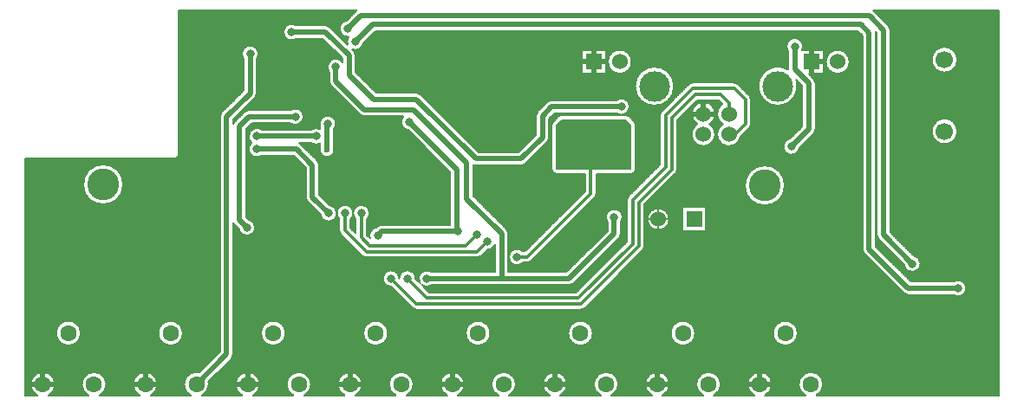
<source format=gbl>
G04 Layer_Physical_Order=2*
G04 Layer_Color=16711680*
%FSLAX24Y24*%
%MOIN*%
G70*
G01*
G75*
%ADD10C,0.0079*%
%ADD29C,0.0197*%
%ADD30C,0.0118*%
%ADD33C,0.1220*%
%ADD34C,0.0630*%
%ADD35C,0.0669*%
%ADD36C,0.1181*%
%ADD37C,0.0600*%
%ADD38R,0.0600X0.0600*%
%ADD39C,0.0236*%
%ADD40C,0.0315*%
D10*
X34232Y31024D02*
G03*
X33550Y30600I-472J0D01*
G01*
X33970D02*
G03*
X34232Y31024I-210J423D01*
G01*
X36201D02*
G03*
X35518Y30600I-472J0D01*
G01*
X35938D02*
G03*
X36201Y31024I-210J423D01*
G01*
X38169D02*
G03*
X37487Y30600I-472J0D01*
G01*
X37907D02*
G03*
X38169Y31024I-210J423D01*
G01*
X39875Y30600D02*
G03*
X40138Y31024I-210J423D01*
G01*
X39765Y31485D02*
G03*
X39455Y30600I-100J-462D01*
G01*
X42106Y31024D02*
G03*
X41424Y30600I-472J0D01*
G01*
X41844D02*
G03*
X42106Y31024I-210J423D01*
G01*
X44075D02*
G03*
X43392Y30600I-472J0D01*
G01*
X43812D02*
G03*
X44075Y31024I-210J423D01*
G01*
X40138D02*
G03*
X40127Y31123I-472J0D01*
G01*
X41008Y32004D02*
G03*
X41083Y32185I-181J181D01*
G01*
X41007Y32004D02*
G03*
X41083Y32185I-181J181D01*
G01*
X35217Y32992D02*
G03*
X35217Y32992I-472J0D01*
G01*
X39144D02*
G03*
X39144Y32992I-472J0D01*
G01*
X43091D02*
G03*
X43091Y32992I-472J0D01*
G01*
X45781Y30600D02*
G03*
X46043Y31024I-210J423D01*
G01*
D02*
G03*
X45361Y30600I-472J0D01*
G01*
X47749D02*
G03*
X48012Y31024I-210J423D01*
G01*
D02*
G03*
X47329Y30600I-472J0D01*
G01*
X47028Y32992D02*
G03*
X47028Y32992I-472J0D01*
G01*
X47976Y33961D02*
G03*
X48130Y33898I153J153D01*
G01*
X47977Y33961D02*
G03*
X48130Y33898I153J153D01*
G01*
X49980Y31024D02*
G03*
X49298Y30600I-472J0D01*
G01*
X49718D02*
G03*
X49980Y31024I-210J423D01*
G01*
X51686Y30600D02*
G03*
X51949Y31024I-210J423D01*
G01*
D02*
G03*
X51266Y30600I-472J0D01*
G01*
X50965Y32992D02*
G03*
X50965Y32992I-472J0D01*
G01*
X47461Y35099D02*
G03*
X47154Y34784I-315J-1D01*
G01*
X48331Y34849D02*
G03*
X48707Y34843I193J249D01*
G01*
Y35354D02*
G03*
X48274Y34906I-184J-256D01*
G01*
X48091Y35098D02*
G03*
X47461Y35099I-315J0D01*
G01*
X46047Y35969D02*
G03*
X46201Y35906I153J153D01*
G01*
X46048Y35969D02*
G03*
X46201Y35906I153J153D01*
G01*
X50453D02*
G03*
X50606Y35969I0J217D01*
G01*
X50453Y35906D02*
G03*
X50606Y35969I0J217D01*
G01*
X50838Y36201D02*
G03*
X51142Y36406I9J315D01*
G01*
X52382Y35709D02*
G03*
X52535Y35772I0J217D01*
G01*
X52382Y35709D02*
G03*
X52535Y35772I0J217D01*
G01*
X52217Y36142D02*
G03*
X52217Y35709I-229J-217D01*
G01*
X36850Y38720D02*
G03*
X36850Y38720I-768J0D01*
G01*
D02*
G03*
X36850Y38720I-768J0D01*
G01*
X41294Y37016D02*
G03*
X41919Y37067I311J51D01*
G01*
X41083Y37243D02*
G03*
X41128Y37181I226J119D01*
G01*
X41083Y37243D02*
G03*
X41128Y37181I226J119D01*
G01*
X38799Y39705D02*
G03*
X38996Y39902I0J197D01*
G01*
X38799Y39705D02*
G03*
X38996Y39902I0J197D01*
G01*
X41919Y37067D02*
G03*
X41655Y37378I-315J0D01*
G01*
X44433Y37557D02*
G03*
X45059Y37608I311J51D01*
G01*
X43868Y38228D02*
G03*
X43943Y38047I256J0D01*
G01*
X45059Y37608D02*
G03*
X44795Y37919I-315J0D01*
G01*
X43868Y38228D02*
G03*
X43943Y38047I256J0D01*
G01*
X44380Y39469D02*
G03*
X44305Y39649I-256J0D01*
G01*
X44380Y39469D02*
G03*
X44305Y39650I-256J0D01*
G01*
X41673Y40079D02*
G03*
X42172Y39823I315J0D01*
G01*
X41792Y40325D02*
G03*
X41673Y40079I197J-246D01*
G01*
X42172Y40827D02*
G03*
X41792Y40325I-184J-256D01*
G01*
X44429Y40152D02*
G03*
X44961Y40049I256J-102D01*
G01*
D02*
G03*
X44941Y40152I-276J0D01*
G01*
X43695Y40259D02*
G03*
X43612Y40315I-181J-181D01*
G01*
X43695Y40260D02*
G03*
X43612Y40315I-181J-181D01*
G01*
X44088D02*
G03*
X44429Y40298I184J256D01*
G01*
Y40844D02*
G03*
X44088Y40827I-157J-273D01*
G01*
X44941Y40824D02*
G03*
X45030Y41043I-226J219D01*
G01*
X41128Y41126D02*
G03*
X41083Y41064I181J-181D01*
G01*
X41128Y41126D02*
G03*
X41083Y41064I181J-181D01*
G01*
X40646Y41510D02*
G03*
X40571Y41329I181J-181D01*
G01*
X40646Y41510D02*
G03*
X40571Y41329I181J-181D01*
G01*
X41693Y41585D02*
G03*
X41512Y41509I0J-256D01*
G01*
X41693Y41585D02*
G03*
X41512Y41510I0J-256D01*
G01*
X41913Y42053D02*
G03*
X41988Y42234I-181J181D01*
G01*
X41913Y42053D02*
G03*
X41988Y42234I-181J181D01*
G01*
X42047Y43750D02*
G03*
X41476Y43566I-315J0D01*
G01*
X43281Y41073D02*
G03*
X43780Y41329I184J256D01*
G01*
D02*
G03*
X43281Y41585I-315J0D01*
G01*
X45030Y41043D02*
G03*
X44429Y40910I-315J0D01*
G01*
X41988Y43566D02*
G03*
X42047Y43750I-256J184D01*
G01*
X43510Y44843D02*
G03*
X43510Y44331I-184J-256D01*
G01*
X44764Y42697D02*
G03*
X44839Y42516I256J0D01*
G01*
X44764Y42697D02*
G03*
X44839Y42516I256J0D01*
G01*
X44807Y44767D02*
G03*
X44626Y44843I-181J-181D01*
G01*
X44807Y44768D02*
G03*
X44626Y44843I-181J-181D01*
G01*
X45157Y36949D02*
G03*
X45221Y36796I217J0D01*
G01*
X45157Y36949D02*
G03*
X45221Y36795I217J0D01*
G01*
X45689Y37618D02*
G03*
X45157Y37389I-315J0D01*
G01*
X45591D02*
G03*
X45689Y37618I-217J229D01*
G01*
X46583Y37063D02*
G03*
X46337Y36646I51J-311D01*
G01*
X46791Y37165D02*
G03*
X46610Y37090I0J-256D01*
G01*
X46791Y37165D02*
G03*
X46610Y37090I0J-256D01*
G01*
X46220Y37389D02*
G03*
X46319Y37618I-217J229D01*
G01*
X45689D02*
G03*
X45787Y37389I315J0D01*
G01*
X46319Y37618D02*
G03*
X45689Y37618I-315J0D01*
G01*
X51654Y36831D02*
G03*
X51579Y37012I-256J0D01*
G01*
X51654Y36831D02*
G03*
X51578Y37012I-256J0D01*
G01*
X50315Y39469D02*
G03*
X50413Y39449I98J236D01*
G01*
X50315Y39469D02*
G03*
X50413Y39449I98J236D01*
G01*
X52146D02*
G03*
X52327Y39524I0J256D01*
G01*
X52146Y39449D02*
G03*
X52327Y39524I0J256D01*
G01*
X45276Y43432D02*
G03*
X44764Y43064I-256J-184D01*
G01*
X45941Y41414D02*
G03*
X46122Y41339I181J181D01*
G01*
X45941Y41414D02*
G03*
X46122Y41339I181J181D01*
G01*
X45516Y44401D02*
G03*
X45473Y44102I252J-189D01*
G01*
X45787Y43681D02*
G03*
X45712Y43862I-256J0D01*
G01*
X45787Y43681D02*
G03*
X45712Y43862I-256J0D01*
G01*
X45657Y43918D02*
G03*
X46079Y44161I111J295D01*
G01*
X45431Y45025D02*
G03*
X45516Y44401I51J-311D01*
G01*
X45824Y45413D02*
G03*
X45793Y45387I151J-207D01*
G01*
X45824Y45413D02*
G03*
X45793Y45388I151J-207D01*
G01*
X47626Y41339D02*
G03*
X47803Y40811I229J-217D01*
G01*
X48311Y42169D02*
G03*
X48130Y42244I-181J-181D01*
G01*
X48311Y42169D02*
G03*
X48130Y42244I-181J-181D01*
G01*
X53917Y31024D02*
G03*
X53235Y30600I-472J0D01*
G01*
X53655D02*
G03*
X53917Y31024I-210J423D01*
G01*
X54902Y32992D02*
G03*
X54902Y32992I-472J0D01*
G01*
X53996Y34843D02*
G03*
X54177Y34917I0J256D01*
G01*
X53996Y34843D02*
G03*
X54177Y34918I0J256D01*
G01*
X54448Y33898D02*
G03*
X54601Y33961I0J217D01*
G01*
X54448Y33898D02*
G03*
X54602Y33961I0J217D01*
G01*
X55886Y31024D02*
G03*
X55203Y30600I-472J0D01*
G01*
X55623D02*
G03*
X55886Y31024I-210J423D01*
G01*
X57592Y30600D02*
G03*
X57854Y31024I-210J423D01*
G01*
D02*
G03*
X57172Y30600I-472J0D01*
G01*
X59560D02*
G03*
X59823Y31024I-210J423D01*
G01*
D02*
G03*
X59140Y30600I-472J0D01*
G01*
X58839Y32992D02*
G03*
X58839Y32992I-472J0D01*
G01*
X55909Y36650D02*
G03*
X55984Y36831I-181J181D01*
G01*
X55909Y36650D02*
G03*
X55984Y36831I-181J181D01*
G01*
X54976Y38213D02*
G03*
X55039Y38366I-153J153D01*
G01*
X54976Y38213D02*
G03*
X55039Y38366I-153J153D01*
G01*
X56043Y37461D02*
G03*
X55472Y37277I-315J0D01*
G01*
X56826Y36186D02*
G03*
X56890Y36339I-153J153D01*
G01*
X56826Y36186D02*
G03*
X56890Y36339I-153J153D01*
G01*
X57839Y37382D02*
G03*
X57839Y37382I-418J0D01*
G01*
X55984Y37277D02*
G03*
X56043Y37461I-256J184D01*
G01*
X56284Y38283D02*
G03*
X56220Y38130I153J-153D01*
G01*
X56284Y38283D02*
G03*
X56220Y38130I153J-153D01*
G01*
X61529Y30600D02*
G03*
X61791Y31024I-210J423D01*
G01*
D02*
G03*
X61109Y30600I-472J0D01*
G01*
X63760Y31024D02*
G03*
X63077Y30600I-472J0D01*
G01*
X63497D02*
G03*
X63760Y31024I-210J423D01*
G01*
X62776Y32992D02*
G03*
X62776Y32992I-472J0D01*
G01*
X68763Y34469D02*
G03*
X69262Y34724I184J256D01*
G01*
X66846Y34544D02*
G03*
X67028Y34469I181J181D01*
G01*
X66847Y34543D02*
G03*
X67028Y34469I181J181D01*
G01*
X69262Y34724D02*
G03*
X68763Y34980I-315J0D01*
G01*
X66874Y35618D02*
G03*
X67500Y35669I311J51D01*
G01*
D02*
G03*
X67236Y35980I-315J0D01*
G01*
X62283Y38681D02*
G03*
X62283Y38681I-768J0D01*
G01*
D02*
G03*
X62283Y38681I-768J0D01*
G01*
X65266Y36230D02*
G03*
X65341Y36049I256J0D01*
G01*
X65266Y36230D02*
G03*
X65341Y36049I256J0D01*
G01*
X65827Y36772D02*
G03*
X65902Y36591I256J0D01*
G01*
X65827Y36772D02*
G03*
X65902Y36590I256J0D01*
G01*
X53327Y39311D02*
G03*
X53524Y39114I197J0D01*
G01*
X53327Y39311D02*
G03*
X53524Y39114I197J0D01*
G01*
X53153Y40350D02*
G03*
X53228Y40532I-181J181D01*
G01*
X53153Y40351D02*
G03*
X53228Y40532I-181J181D01*
G01*
X53384Y41143D02*
G03*
X53327Y41004I139J-139D01*
G01*
X53384Y41143D02*
G03*
X53327Y41004I139J-139D01*
G01*
X56358Y39114D02*
G03*
X56555Y39311I0J197D01*
G01*
X56358Y39114D02*
G03*
X56555Y39311I0J197D01*
G01*
Y41004D02*
G03*
X56497Y41143I-197J0D01*
G01*
X56555Y41004D02*
G03*
X56497Y41143I-197J0D01*
G01*
X53720Y41398D02*
G03*
X53581Y41340I0J-197D01*
G01*
X53720Y41398D02*
G03*
X53581Y41340I0J-197D01*
G01*
X52791Y41539D02*
G03*
X52717Y41358I181J-181D01*
G01*
X52792Y41539D02*
G03*
X52717Y41358I181J-181D01*
G01*
X56301Y41340D02*
G03*
X56161Y41398I-139J-139D01*
G01*
X56301Y41340D02*
G03*
X56161Y41398I-139J-139D01*
G01*
X55820Y41457D02*
G03*
X56004Y41398I184J256D01*
G01*
D02*
G03*
X56319Y41713I0J315D01*
G01*
X58086Y39138D02*
G03*
X58150Y39292I-153J153D01*
G01*
X58086Y39139D02*
G03*
X58150Y39292I-153J153D01*
G01*
X58921Y41043D02*
G03*
X59611Y40650I233J-394D01*
G01*
X59905Y41043D02*
G03*
X60585Y40555I233J-394D01*
G01*
X57544Y41530D02*
G03*
X57480Y41377I153J-153D01*
G01*
X57544Y41531D02*
G03*
X57480Y41377I153J-153D01*
G01*
X59611Y40650D02*
G03*
X59387Y41043I-457J0D01*
G01*
X60920Y40890D02*
G03*
X60984Y41043I-153J153D01*
G01*
X60921Y40890D02*
G03*
X60984Y41043I-153J153D01*
G01*
X59387Y41043D02*
G03*
X59611Y41437I-233J394D01*
G01*
X59884Y41818D02*
G03*
X59905Y41043I254J-381D01*
G01*
X53327Y41968D02*
G03*
X53146Y41893I0J-256D01*
G01*
X53327Y41968D02*
G03*
X53146Y41894I0J-256D01*
G01*
X56319Y41713D02*
G03*
X55820Y41968I-315J0D01*
G01*
X58024Y42504D02*
G03*
X58024Y42504I-748J0D01*
G01*
X56398Y43445D02*
G03*
X56398Y43445I-457J0D01*
G01*
X59611Y41437D02*
G03*
X58921Y41043I-457J0D01*
G01*
X60984Y41988D02*
G03*
X60920Y42142I-217J0D01*
G01*
X60984Y41988D02*
G03*
X60921Y42141I-217J0D01*
G01*
X58741Y42638D02*
G03*
X58587Y42574I0J-217D01*
G01*
X58741Y42638D02*
G03*
X58588Y42574I0J-217D01*
G01*
X60488Y42574D02*
G03*
X60335Y42638I-153J-153D01*
G01*
X60488Y42574D02*
G03*
X60335Y42638I-153J-153D01*
G01*
X62488Y40488D02*
G03*
X62850Y40126I51J-311D01*
G01*
X63390Y40665D02*
G03*
X63465Y40846I-181J181D01*
G01*
X63389Y40665D02*
G03*
X63465Y40846I-181J181D01*
G01*
X68917Y40768D02*
G03*
X68917Y40768I-492J0D01*
G01*
D02*
G03*
X68917Y40768I-492J0D01*
G01*
X62764Y42504D02*
G03*
X62726Y42739I-748J0D01*
G01*
X62412Y43138D02*
G03*
X62764Y42504I-397J-634D01*
G01*
X63465Y42618D02*
G03*
X63390Y42799I-256J0D01*
G01*
X63465Y42618D02*
G03*
X63389Y42799I-256J0D01*
G01*
X64774Y43445D02*
G03*
X64774Y43445I-457J0D01*
G01*
X62982Y44035D02*
G03*
X62411Y43852I-315J0D01*
G01*
X62953Y43902D02*
G03*
X62982Y44035I-285J133D01*
G01*
X65723Y45387D02*
G03*
X65692Y45413I-181J-181D01*
G01*
X65722Y45388D02*
G03*
X65692Y45413I-181J-181D01*
G01*
X68917Y43524D02*
G03*
X68917Y43524I-492J0D01*
G01*
D02*
G03*
X68917Y43524I-492J0D01*
G01*
X65778Y44567D02*
G03*
X65773Y44613I-256J0D01*
G01*
X65778Y44567D02*
G03*
X65773Y44613I-256J0D01*
G01*
X66339Y44665D02*
G03*
X66264Y44846I-256J0D01*
G01*
X66339Y44665D02*
G03*
X66263Y44847I-256J0D01*
G01*
X53524Y39311D02*
X54823D01*
X53524Y39331D02*
X56358D01*
X53622Y39311D02*
Y41102D01*
X53524Y39311D02*
Y41004D01*
X53563Y39311D02*
Y41043D01*
X53799Y39311D02*
Y41201D01*
X53681Y39311D02*
Y41161D01*
X53740Y39311D02*
Y41201D01*
X53976Y39311D02*
Y41201D01*
X53858Y39311D02*
Y41201D01*
X53917Y39311D02*
Y41201D01*
X53524Y39567D02*
X56358D01*
X53524Y39626D02*
X56358D01*
X53524Y39390D02*
X56358D01*
X53524Y39508D02*
X56358D01*
X53524Y39449D02*
X56358D01*
X53524Y39862D02*
X56358D01*
X53524Y39980D02*
X56358D01*
X53524Y39921D02*
X56358D01*
X53524Y39685D02*
X56358D01*
X53524Y39803D02*
X56358D01*
X53524Y39744D02*
X56358D01*
X53524Y40335D02*
X56358D01*
X53524Y40394D02*
X56358D01*
X53524Y40039D02*
X56358D01*
X53524Y40276D02*
X56358D01*
X53524Y40098D02*
X56358D01*
X53524Y40453D02*
X56358D01*
X53524Y41004D02*
X53720Y41201D01*
X53563Y41043D02*
X56319D01*
X53622Y41102D02*
X56260D01*
X53720Y41201D02*
X55886D01*
X53681Y41161D02*
X56201D01*
X53524Y40571D02*
X56358D01*
X53524Y40630D02*
X56358D01*
X53524Y40157D02*
X56358D01*
X53524Y40512D02*
X56358D01*
X53524Y40216D02*
X56358D01*
X53524Y40866D02*
X56358D01*
X53524Y40984D02*
X56358D01*
X53524Y40925D02*
X56358D01*
X53524Y40689D02*
X56358D01*
X53524Y40807D02*
X56358D01*
X53524Y40748D02*
X56358D01*
X54449Y39311D02*
Y41201D01*
X54390Y39311D02*
Y41201D01*
X54626Y39311D02*
Y41201D01*
X54508Y39311D02*
Y41201D01*
X54567Y39311D02*
Y41201D01*
X54153Y39311D02*
Y41201D01*
X54035Y39311D02*
Y41201D01*
X54094Y39311D02*
Y41201D01*
X54331Y39311D02*
Y41201D01*
X54212Y39311D02*
Y41201D01*
X54272Y39311D02*
Y41201D01*
X55039Y39311D02*
Y41201D01*
X54823Y39311D02*
X56358D01*
X55216D02*
Y41201D01*
X55098Y39311D02*
Y41201D01*
X55157Y39311D02*
Y41201D01*
X54803Y39311D02*
Y41201D01*
X54685Y39311D02*
Y41201D01*
X54744Y39311D02*
Y41201D01*
X54980Y39311D02*
Y41201D01*
X54862Y39311D02*
Y41201D01*
X54921Y39311D02*
Y41201D01*
X55689Y39311D02*
Y41201D01*
X55630Y39311D02*
Y41201D01*
X55866Y39311D02*
Y41201D01*
X55748Y39311D02*
Y41201D01*
X55807Y39311D02*
Y41201D01*
X55394Y39311D02*
Y41201D01*
X55275Y39311D02*
Y41201D01*
X55335Y39311D02*
Y41201D01*
X55571Y39311D02*
Y41201D01*
X55453Y39311D02*
Y41201D01*
X55512Y39311D02*
Y41201D01*
X56220Y39311D02*
Y41142D01*
X56043Y39311D02*
Y41201D01*
X56358Y39311D02*
Y41004D01*
X56279Y39311D02*
Y41083D01*
X56338Y39311D02*
Y41024D01*
X55984Y39311D02*
Y41201D01*
X55925Y39311D02*
Y41201D01*
X55886D02*
X56161D01*
X56102Y39311D02*
Y41201D01*
X56161Y39311D02*
Y41201D01*
X56161D02*
X56358Y41004D01*
X33366Y30600D02*
Y30763D01*
X33307Y30600D02*
Y30889D01*
X33091Y30600D02*
X33550D01*
X33425D02*
Y30690D01*
X33091Y30827D02*
X33330D01*
X33091Y30886D02*
X33308D01*
X33091Y30650D02*
X33471D01*
X33091Y30768D02*
X33363D01*
X33091Y30709D02*
X33408D01*
X34075Y30600D02*
Y30671D01*
X34134Y30600D02*
Y30735D01*
X35315Y30600D02*
Y30795D01*
X34193Y30600D02*
Y30835D01*
X33484Y30600D02*
Y30640D01*
X34226Y30945D02*
X35263D01*
X34157Y30768D02*
X35331D01*
X34189Y30827D02*
X35299D01*
X34212Y30886D02*
X35276D01*
X34488Y30600D02*
Y32595D01*
X34429Y30600D02*
Y32640D01*
X34606Y30600D02*
Y32540D01*
X34547Y30600D02*
Y32563D01*
X33091Y30945D02*
X33294D01*
X34311Y30600D02*
Y32803D01*
X34370Y30600D02*
Y32704D01*
X34961Y30600D02*
Y32572D01*
X35020Y30600D02*
Y32608D01*
X35079Y30600D02*
Y32659D01*
X35138Y30600D02*
Y32731D01*
X35197Y30600D02*
Y32857D01*
X34724Y30600D02*
Y32520D01*
X34665Y30600D02*
Y32526D01*
X34783Y30600D02*
Y32521D01*
X34842Y30600D02*
Y32530D01*
X34902Y30600D02*
Y32547D01*
X35433Y30600D02*
Y30655D01*
X35374Y30600D02*
Y30711D01*
X35938Y30600D02*
X37487D01*
X33970D02*
X35518D01*
X34048Y30650D02*
X35440D01*
X34112Y30709D02*
X35376D01*
X36017Y30650D02*
X37408D01*
X36024Y30600D02*
Y30655D01*
X36080Y30709D02*
X37345D01*
X36083Y30600D02*
Y30711D01*
X37323Y30600D02*
Y30735D01*
X37907Y30600D02*
X39455D01*
X37382D02*
Y30672D01*
X37972Y30600D02*
Y30640D01*
X38031Y30600D02*
Y30690D01*
X36125Y30768D02*
X37300D01*
X37985Y30650D02*
X39377D01*
X38049Y30709D02*
X39313D01*
X38090Y30600D02*
Y30762D01*
X36142Y30600D02*
Y30795D01*
X37264Y30600D02*
Y30835D01*
X36194Y30945D02*
X37231D01*
X36201Y30600D02*
Y31015D01*
X36158Y30827D02*
X37267D01*
X36180Y30886D02*
X37245D01*
X38150Y30600D02*
Y30888D01*
X38445Y30600D02*
Y32577D01*
X38209Y30600D02*
Y32897D01*
X38268Y30600D02*
Y32747D01*
X38386Y30600D02*
Y32616D01*
X38327Y30600D02*
Y32669D01*
X38094Y30768D02*
X39268D01*
X38126Y30827D02*
X39236D01*
X38149Y30886D02*
X39213D01*
X33091Y31004D02*
X33288D01*
X33091Y31063D02*
X33289D01*
X33091Y31122D02*
X33298D01*
X33091Y31181D02*
X33314D01*
X34205D02*
X35283D01*
X33091Y31240D02*
X33340D01*
X34180D02*
X35308D01*
X34232Y31004D02*
X35256D01*
X34231Y31063D02*
X35258D01*
X36200Y31004D02*
X37225D01*
X36199Y31063D02*
X37226D01*
X36190Y31122D02*
X37235D01*
X34222D02*
X35266D01*
X36174Y31181D02*
X37251D01*
X36112Y31299D02*
X37313D01*
X36148Y31240D02*
X37277D01*
X33091Y31299D02*
X33376D01*
X33091Y31358D02*
X33426D01*
X33091Y31417D02*
X33499D01*
X33091Y31476D02*
X33625D01*
X33091Y32835D02*
X34299D01*
X33091Y32894D02*
X34282D01*
X33091Y32539D02*
X34609D01*
X33091Y32776D02*
X34324D01*
X33091Y32598D02*
X34483D01*
X34144Y31299D02*
X35345D01*
X34093Y31358D02*
X35395D01*
X34021Y31417D02*
X35467D01*
X36062Y31358D02*
X37363D01*
X33091Y32657D02*
X34411D01*
X33091Y32716D02*
X34360D01*
X35990Y31417D02*
X37436D01*
X33895Y31476D02*
X35593D01*
X35864D02*
X37562D01*
X33091Y31535D02*
X39815D01*
X33091Y31594D02*
X39874D01*
X33091Y31653D02*
X39933D01*
X33091Y31713D02*
X39992D01*
X33091Y31831D02*
X40110D01*
X33091Y31772D02*
X40051D01*
X38169Y31004D02*
X39193D01*
X38168Y31063D02*
X39195D01*
X38163Y30945D02*
X39200D01*
X38142Y31181D02*
X39220D01*
X38159Y31122D02*
X39203D01*
X38117Y31240D02*
X39245D01*
X38081Y31299D02*
X39282D01*
X38030Y31358D02*
X39332D01*
X37832Y31476D02*
X39530D01*
X37958Y31417D02*
X39404D01*
X33091Y31890D02*
X40170D01*
X33091Y31949D02*
X40229D01*
X33091Y32008D02*
X40288D01*
X33091Y32067D02*
X40347D01*
X33091Y32126D02*
X40406D01*
X33091Y32185D02*
X40465D01*
X33091Y32244D02*
X40524D01*
X33091Y32362D02*
X40571D01*
X33091Y32303D02*
X40571D01*
X35005Y32598D02*
X38410D01*
X35078Y32657D02*
X38338D01*
X33091Y32421D02*
X40571D01*
X33091Y32480D02*
X40571D01*
X34879Y32539D02*
X38537D01*
X35206Y32894D02*
X38209D01*
X35215Y32953D02*
X38200D01*
X35128Y32716D02*
X38288D01*
X35164Y32776D02*
X38251D01*
X35189Y32835D02*
X38226D01*
X39980Y30600D02*
Y30671D01*
X40039Y30600D02*
Y30735D01*
X40098Y30600D02*
Y30835D01*
X39272Y30600D02*
Y30763D01*
X39213Y30600D02*
Y30889D01*
X39390Y30600D02*
Y30640D01*
X39331Y30600D02*
Y30690D01*
X40453Y30600D02*
Y31449D01*
X40512Y30600D02*
Y31508D01*
X41220Y30600D02*
Y30795D01*
X40571Y30600D02*
Y31567D01*
X40157Y30600D02*
Y31154D01*
X40216Y30600D02*
Y31213D01*
X40276Y30600D02*
Y31272D01*
X40335Y30600D02*
Y31331D01*
X40394Y30600D02*
Y31390D01*
X38799Y30600D02*
Y32537D01*
X38858Y30600D02*
Y32558D01*
X38917Y30600D02*
Y32589D01*
X38976Y30600D02*
Y32631D01*
X38563Y30600D02*
Y32532D01*
X38504Y30600D02*
Y32550D01*
X38681Y30600D02*
Y32520D01*
X38622Y30600D02*
Y32522D01*
X38740Y30600D02*
Y32525D01*
X40807Y30600D02*
Y31803D01*
X40866Y30600D02*
Y31862D01*
X40925Y30600D02*
Y31921D01*
X40984Y30600D02*
Y31981D01*
X41043Y30600D02*
Y32049D01*
X39035Y30600D02*
Y32691D01*
X39094Y30600D02*
Y32782D01*
X40630Y30600D02*
Y31626D01*
X40689Y30600D02*
Y31685D01*
X40748Y30600D02*
Y31744D01*
X41988Y30600D02*
Y30711D01*
X42047Y30600D02*
Y30795D01*
X43228Y30600D02*
Y30735D01*
X43169Y30600D02*
Y30835D01*
X41339Y30600D02*
Y30655D01*
X41279Y30600D02*
Y30711D01*
X39875Y30600D02*
X41424D01*
X41844D02*
X43392D01*
X41929D02*
Y30655D01*
X45236Y30600D02*
Y30690D01*
X45177Y30600D02*
Y30763D01*
X45295Y30600D02*
Y30640D01*
X45886Y30600D02*
Y30671D01*
X45945Y30600D02*
Y30735D01*
X43878Y30600D02*
Y30640D01*
X43287Y30600D02*
Y30672D01*
X43812Y30600D02*
X45361D01*
X43937D02*
Y30690D01*
X43996Y30600D02*
Y30762D01*
X42520Y30600D02*
Y32530D01*
X42461Y30600D02*
Y32547D01*
X42638Y30600D02*
Y32520D01*
X42697Y30600D02*
Y32526D01*
X42106Y30600D02*
Y31015D01*
X42165Y30600D02*
Y32857D01*
X42283Y30600D02*
Y32659D01*
X44055Y30600D02*
Y30888D01*
X43051Y30600D02*
Y32803D01*
X45118Y30600D02*
Y30889D01*
X42756Y30600D02*
Y32540D01*
X42815Y30600D02*
Y32563D01*
X42874Y30600D02*
Y32595D01*
X42933Y30600D02*
Y32640D01*
X42992Y30600D02*
Y32703D01*
X40062Y30768D02*
X41237D01*
X40095Y30827D02*
X41204D01*
X39954Y30650D02*
X41345D01*
X40017Y30709D02*
X41282D01*
X40136Y31063D02*
X41163D01*
X40117Y30886D02*
X41182D01*
X40127Y31122D02*
X41172D01*
X40131Y30945D02*
X41168D01*
X40137Y31004D02*
X41162D01*
X40185Y31181D02*
X41188D01*
X40244Y31240D02*
X41214D01*
X40303Y31299D02*
X41250D01*
X40362Y31358D02*
X41300D01*
X40421Y31417D02*
X41373D01*
X40480Y31476D02*
X41499D01*
X38932Y32598D02*
X40571D01*
X39005Y32657D02*
X40571D01*
X39765Y31485D02*
X40571Y32291D01*
X38806Y32539D02*
X40571D01*
X39133Y32894D02*
X40571D01*
X39142Y32953D02*
X40571D01*
X39055Y32716D02*
X40571D01*
X39091Y32776D02*
X40571D01*
X39117Y32835D02*
X40571D01*
X40127Y31123D02*
X41007Y32004D01*
X42224Y30600D02*
Y32731D01*
X41083Y32894D02*
X42156D01*
X41083Y32953D02*
X42147D01*
X41083Y32716D02*
X42234D01*
X41083Y32835D02*
X42173D01*
X41083Y32776D02*
X42198D01*
X42031Y30768D02*
X43205D01*
X42063Y30827D02*
X43173D01*
X41922Y30650D02*
X43314D01*
X41986Y30709D02*
X43250D01*
X42106Y31004D02*
X43130D01*
X42105Y31063D02*
X43132D01*
X42086Y30886D02*
X43150D01*
X42096Y31122D02*
X43140D01*
X42100Y30945D02*
X43137D01*
X44032Y30827D02*
X45141D01*
X44054Y30886D02*
X45119D01*
X43891Y30650D02*
X45282D01*
X43954Y30709D02*
X45219D01*
X43999Y30768D02*
X45174D01*
X44074Y31004D02*
X45099D01*
X44073Y31063D02*
X45100D01*
X44068Y30945D02*
X45105D01*
X44064Y31122D02*
X45109D01*
X42079Y31181D02*
X43157D01*
X42054Y31240D02*
X43182D01*
X42018Y31299D02*
X43219D01*
X41967Y31358D02*
X43269D01*
X41083Y32598D02*
X42357D01*
X41083Y32657D02*
X42285D01*
X41895Y31417D02*
X43341D01*
X41083Y32539D02*
X42483D01*
X41769Y31476D02*
X43467D01*
X42401Y30600D02*
Y32572D01*
X42342Y30600D02*
Y32608D01*
X44048Y31181D02*
X45125D01*
X42579Y30600D02*
Y32521D01*
X44022Y31240D02*
X45151D01*
X43986Y31299D02*
X45187D01*
X43936Y31358D02*
X45237D01*
X43738Y31476D02*
X45436D01*
X43864Y31417D02*
X45310D01*
X33484Y31407D02*
Y39705D01*
X33425Y31357D02*
Y39705D01*
X33661Y31486D02*
Y39705D01*
X33543Y31443D02*
Y39705D01*
X33091Y33012D02*
X34272D01*
X33720Y31494D02*
Y39705D01*
X33091Y32953D02*
X34273D01*
X33091Y33071D02*
X34278D01*
X35433Y31392D02*
Y38311D01*
X35374Y31336D02*
Y38425D01*
X35551Y31462D02*
Y38167D01*
X35492Y31433D02*
Y38230D01*
X35669Y31492D02*
Y38074D01*
X35610Y31481D02*
Y38115D01*
X35846Y31481D02*
Y37990D01*
X35728Y31496D02*
Y38039D01*
X35787Y31492D02*
Y38012D01*
X33130Y30600D02*
Y39705D01*
X33091Y30600D02*
Y39705D01*
X33248Y30600D02*
Y39705D01*
X33189Y30600D02*
Y39705D01*
X33366Y31285D02*
Y39705D01*
X33307Y31158D02*
Y39705D01*
X33839Y31489D02*
Y39705D01*
X33602Y31469D02*
Y39705D01*
X33779Y31496D02*
Y39705D01*
X34193Y31213D02*
Y39705D01*
X34134Y31312D02*
Y39705D01*
X35315Y31252D02*
Y39705D01*
X34252Y30600D02*
Y39705D01*
X35256Y30600D02*
Y39705D01*
X33957Y31453D02*
Y39705D01*
X33898Y31476D02*
Y39705D01*
X35197Y33127D02*
Y39705D01*
X34016Y31421D02*
Y39705D01*
X34075Y31376D02*
Y39705D01*
X36083Y31336D02*
Y37953D01*
X36142Y31252D02*
Y37955D01*
X36201Y31032D02*
Y37962D01*
X36260Y30600D02*
Y37973D01*
X35965Y31433D02*
Y37962D01*
X35905Y31462D02*
Y37973D01*
X35216Y33012D02*
X38199D01*
X35210Y33071D02*
X38205D01*
X36024Y31392D02*
Y37955D01*
X36614Y30600D02*
Y38166D01*
X36673Y30600D02*
Y38230D01*
X36732Y30600D02*
Y38311D01*
X36791Y30600D02*
Y38425D01*
X36850Y30600D02*
Y38710D01*
X36319Y30600D02*
Y37990D01*
X36378Y30600D02*
Y38012D01*
X36437Y30600D02*
Y38039D01*
X36496Y30600D02*
Y38074D01*
X36555Y30600D02*
Y38115D01*
X36968Y30600D02*
Y39705D01*
X36909Y30600D02*
Y39705D01*
X37087Y30600D02*
Y39705D01*
X37027Y30600D02*
Y39705D01*
X37205Y30600D02*
Y39705D01*
X37146Y30600D02*
Y39705D01*
X37382Y31376D02*
Y39705D01*
X37264Y31212D02*
Y39705D01*
X37323Y31312D02*
Y39705D01*
X37500Y31453D02*
Y39705D01*
X37441Y31421D02*
Y39705D01*
X37972Y31407D02*
Y39705D01*
X37854Y31469D02*
Y39705D01*
X37913Y31444D02*
Y39705D01*
X37618Y31489D02*
Y39705D01*
X37559Y31476D02*
Y39705D01*
X37795Y31486D02*
Y39705D01*
X37677Y31496D02*
Y39705D01*
X37736Y31494D02*
Y39705D01*
X33091Y33130D02*
X34292D01*
X33091Y33189D02*
X34315D01*
X33091Y33248D02*
X34347D01*
X33091Y33307D02*
X34392D01*
X33091Y33366D02*
X34455D01*
X33091Y33425D02*
X34555D01*
X33091Y33602D02*
X40571D01*
X33091Y33779D02*
X40571D01*
X33091Y33661D02*
X40571D01*
X35196Y33130D02*
X38219D01*
X35174Y33189D02*
X38242D01*
X35141Y33248D02*
X38274D01*
X35096Y33307D02*
X38319D01*
X35033Y33366D02*
X38383D01*
X34933Y33425D02*
X38482D01*
X33091Y33484D02*
X40571D01*
X33091Y33720D02*
X40571D01*
X33091Y33543D02*
X40571D01*
X34370Y33281D02*
Y39705D01*
X34311Y33181D02*
Y39705D01*
X34488Y33389D02*
Y39705D01*
X34429Y33344D02*
Y39705D01*
X33091Y33839D02*
X40571D01*
X34547Y33422D02*
Y39705D01*
X33091Y33898D02*
X40571D01*
X33091Y34016D02*
X40571D01*
X33091Y33957D02*
X40571D01*
X34961Y33412D02*
Y39705D01*
X34902Y33438D02*
Y39705D01*
X35138Y33253D02*
Y39705D01*
X35020Y33376D02*
Y39705D01*
X35079Y33326D02*
Y39705D01*
X34665Y33458D02*
Y39705D01*
X34606Y33444D02*
Y39705D01*
X34842Y33454D02*
Y39705D01*
X34724Y33464D02*
Y39705D01*
X34783Y33463D02*
Y39705D01*
X33091Y34783D02*
X40571D01*
X33091Y34842D02*
X40571D01*
X33091Y34665D02*
X40571D01*
X33091Y34724D02*
X40571D01*
X33091Y35079D02*
X40571D01*
X33091Y35138D02*
X40571D01*
X33091Y34902D02*
X40571D01*
X33091Y35020D02*
X40571D01*
X33091Y34961D02*
X40571D01*
X33091Y34252D02*
X40571D01*
X33091Y34311D02*
X40571D01*
X33091Y34075D02*
X40571D01*
X33091Y34193D02*
X40571D01*
X33091Y34134D02*
X40571D01*
X33091Y34547D02*
X40571D01*
X33091Y34606D02*
X40571D01*
X33091Y34370D02*
X40571D01*
X33091Y34488D02*
X40571D01*
X33091Y34429D02*
X40571D01*
X33091Y35905D02*
X40571D01*
X33091Y35965D02*
X40571D01*
X33091Y35787D02*
X40571D01*
X33091Y35846D02*
X40571D01*
X33091Y36201D02*
X40571D01*
X33091Y36260D02*
X40571D01*
X33091Y36024D02*
X40571D01*
X33091Y36142D02*
X40571D01*
X33091Y36083D02*
X40571D01*
X33091Y35374D02*
X40571D01*
X33091Y35433D02*
X40571D01*
X33091Y35197D02*
X40571D01*
X33091Y35315D02*
X40571D01*
X33091Y35256D02*
X40571D01*
X33091Y35669D02*
X40571D01*
X33091Y35728D02*
X40571D01*
X33091Y35492D02*
X40571D01*
X33091Y35610D02*
X40571D01*
X33091Y35551D02*
X40571D01*
X41102Y30600D02*
Y37211D01*
X38150Y31159D02*
Y39705D01*
X41220Y31252D02*
Y37089D01*
X41161Y30600D02*
Y37148D01*
X38090Y31285D02*
Y39705D01*
X38031Y31357D02*
Y39705D01*
X41398Y31433D02*
Y36829D01*
X41279Y31336D02*
Y37030D01*
X41339Y31392D02*
Y36898D01*
X41457Y31462D02*
Y36789D01*
X41811Y31462D02*
Y36829D01*
X41870Y31433D02*
Y36898D01*
X41988Y31336D02*
Y39764D01*
X41575Y31492D02*
Y36753D01*
X41516Y31481D02*
Y36765D01*
X41693Y31492D02*
Y36765D01*
X41752Y31481D02*
Y36789D01*
X43524Y31489D02*
Y39707D01*
X39213Y31158D02*
Y45413D01*
X39153Y30600D02*
Y45413D01*
X39331Y31357D02*
Y45413D01*
X39272Y31285D02*
Y45413D01*
X39449Y31443D02*
Y45413D01*
X39390Y31407D02*
Y45413D01*
X39744Y31489D02*
Y45413D01*
X39508Y31469D02*
Y45413D01*
X39567Y31486D02*
Y45413D01*
X42047Y31252D02*
Y39769D01*
X42106Y31032D02*
Y39787D01*
X43228Y31312D02*
Y39823D01*
X43110Y30600D02*
Y39823D01*
X43169Y31212D02*
Y39823D01*
X41929Y31392D02*
Y39769D01*
X43287Y31376D02*
Y39823D01*
X43464Y31476D02*
Y39766D01*
X43346Y31421D02*
Y39823D01*
X43405Y31453D02*
Y39823D01*
X44646Y30600D02*
Y37309D01*
X44587Y30600D02*
Y37336D01*
X44764Y30600D02*
Y37294D01*
X44705Y30600D02*
Y37296D01*
X44823Y30600D02*
Y37303D01*
X44882Y30600D02*
Y37325D01*
X45295Y31407D02*
Y36721D01*
X45177Y31285D02*
Y36859D01*
X45236Y31357D02*
Y36780D01*
X45768Y31453D02*
Y36249D01*
X45354Y31443D02*
Y36662D01*
X45945Y31312D02*
Y36072D01*
X45827Y31421D02*
Y36190D01*
X45886Y31376D02*
Y36131D01*
X45472Y31486D02*
Y36544D01*
X45413Y31469D02*
Y36603D01*
X45709Y31476D02*
Y36308D01*
X45531Y31494D02*
Y36485D01*
X45650Y31489D02*
Y36367D01*
X44055Y31159D02*
Y37935D01*
X43996Y31285D02*
Y37994D01*
X44173Y30600D02*
Y37817D01*
X44114Y30600D02*
Y37876D01*
X43760Y31469D02*
Y39471D01*
X43701Y31486D02*
Y39530D01*
X43937Y31357D02*
Y38054D01*
X43819Y31444D02*
Y39412D01*
X43878Y31407D02*
Y38158D01*
X44291Y30600D02*
Y37699D01*
X44232Y30600D02*
Y37758D01*
X44468Y30600D02*
Y37456D01*
X44350Y30600D02*
Y37640D01*
X44409Y30600D02*
Y37581D01*
X44941Y30600D02*
Y37362D01*
X44527Y30600D02*
Y37380D01*
X45000Y30600D02*
Y37425D01*
X45059Y30600D02*
Y37601D01*
X45118Y31158D02*
Y37435D01*
X38268Y33238D02*
Y39705D01*
X38209Y33088D02*
Y39705D01*
X38327Y33315D02*
Y39705D01*
X38445Y33407D02*
Y39705D01*
X38386Y33369D02*
Y39705D01*
X38622Y33462D02*
Y39705D01*
X38504Y33434D02*
Y39705D01*
X38563Y33452D02*
Y39705D01*
X38917Y33395D02*
Y39744D01*
X38976Y33353D02*
Y39816D01*
X39137Y33071D02*
X40571D01*
X39101Y33189D02*
X40571D01*
X39123Y33130D02*
X40571D01*
X38740Y33460D02*
Y39705D01*
X38681Y33464D02*
Y39705D01*
X38860Y33425D02*
X40571D01*
X38799Y33447D02*
Y39705D01*
X38858Y33426D02*
Y39714D01*
X39685Y31496D02*
Y45413D01*
X39626Y31494D02*
Y45413D01*
X39862Y31582D02*
Y45413D01*
X39803Y31523D02*
Y45413D01*
X39094Y33202D02*
Y45413D01*
X39035Y33293D02*
Y45413D01*
X40039Y31759D02*
Y45413D01*
X39921Y31641D02*
Y45413D01*
X39980Y31700D02*
Y45413D01*
X40157Y31878D02*
Y45413D01*
X40098Y31819D02*
Y45413D01*
X40335Y32055D02*
Y45413D01*
X40216Y31937D02*
Y45413D01*
X40276Y31996D02*
Y45413D01*
X40453Y32173D02*
Y45413D01*
X40394Y32114D02*
Y45413D01*
X40571Y32291D02*
Y41329D01*
X40512Y32232D02*
Y45413D01*
X40571Y32291D02*
Y45413D01*
X39143Y33012D02*
X40571D01*
X41083Y33071D02*
X42152D01*
X41083Y33130D02*
X42166D01*
X41083Y33189D02*
X42189D01*
X39068Y33248D02*
X40571D01*
X39023Y33307D02*
X40571D01*
X41083Y33248D02*
X42221D01*
X38960Y33366D02*
X40571D01*
X41083Y33307D02*
X42266D01*
X41083Y33012D02*
X42146D01*
X41634Y31496D02*
Y36753D01*
X41083Y33366D02*
X42329D01*
X45590Y31496D02*
Y36426D01*
X41083Y33425D02*
X42429D01*
X41083Y36260D02*
X45757D01*
X41083Y36083D02*
X45934D01*
X41083Y36201D02*
X45816D01*
X41083Y36142D02*
X45875D01*
X41083Y32185D02*
Y37243D01*
X42165Y33127D02*
Y39818D01*
X42283Y33326D02*
Y39823D01*
X42224Y33253D02*
Y39823D01*
X42401Y33412D02*
Y39823D01*
X42342Y33376D02*
Y39823D01*
X42579Y33463D02*
Y39823D01*
X42461Y33438D02*
Y39823D01*
X42520Y33454D02*
Y39823D01*
X42992Y33281D02*
Y39823D01*
X42933Y33344D02*
Y39823D01*
X43642Y31494D02*
Y39589D01*
X43051Y33181D02*
Y39823D01*
X43583Y31496D02*
Y39648D01*
X42697Y33458D02*
Y39823D01*
X42638Y33464D02*
Y39823D01*
X42874Y33389D02*
Y39823D01*
X42756Y33444D02*
Y39823D01*
X42815Y33422D02*
Y39823D01*
X46004Y30600D02*
Y30835D01*
X45781Y30600D02*
X47329D01*
X45859Y30650D02*
X47251D01*
X46000Y30827D02*
X47110D01*
X45923Y30709D02*
X47187D01*
X45968Y30768D02*
X47142D01*
X45991Y31240D02*
X47119D01*
X47126Y30600D02*
Y30795D01*
X46023Y30886D02*
X47087D01*
X47244Y30600D02*
Y30655D01*
X47185Y30600D02*
Y30711D01*
X46043Y31004D02*
X47067D01*
X46042Y31063D02*
X47069D01*
X46037Y30945D02*
X47074D01*
X46016Y31181D02*
X47094D01*
X46033Y31122D02*
X47077D01*
X46122Y30600D02*
Y32804D01*
X46240Y30600D02*
Y32640D01*
X46181Y30600D02*
Y32704D01*
X46358Y30600D02*
Y32563D01*
X46299Y30600D02*
Y32595D01*
X45955Y31299D02*
X47156D01*
X45904Y31358D02*
X47206D01*
X46417Y30600D02*
Y32540D01*
X46772Y30600D02*
Y32572D01*
X46831Y30600D02*
Y32608D01*
X46890Y30600D02*
Y32659D01*
X46949Y30600D02*
Y32731D01*
X47008Y30600D02*
Y32857D01*
X46535Y30600D02*
Y32520D01*
X46476Y30600D02*
Y32526D01*
X46594Y30600D02*
Y32521D01*
X46653Y30600D02*
Y32530D01*
X46713Y30600D02*
Y32547D01*
X47835Y30600D02*
Y30655D01*
X47894Y30600D02*
Y30711D01*
X47749Y30600D02*
X49298D01*
X47936Y30768D02*
X49111D01*
X47923Y31299D02*
X49124D01*
X47828Y30650D02*
X49219D01*
X47873Y31358D02*
X49174D01*
X47891Y30709D02*
X49156D01*
X47953Y30600D02*
Y30795D01*
X48012Y30600D02*
Y31014D01*
X47969Y30827D02*
X49078D01*
X47991Y30886D02*
X49056D01*
X48005Y30945D02*
X49042D01*
X48011Y31004D02*
X49036D01*
X48010Y31063D02*
X49037D01*
X48001Y31122D02*
X49046D01*
X47959Y31240D02*
X49088D01*
X47985Y31181D02*
X49062D01*
X48071Y30600D02*
Y33906D01*
X48189Y30600D02*
Y33898D01*
X48130Y30600D02*
Y33898D01*
X47894Y31336D02*
Y34044D01*
X47835Y31393D02*
Y34103D01*
X47801Y31417D02*
X49247D01*
X47953Y31253D02*
Y33985D01*
X48012Y31033D02*
Y33933D01*
X48602Y30600D02*
Y33898D01*
X48543Y30600D02*
Y33898D01*
X48779Y30600D02*
Y33898D01*
X48661Y30600D02*
Y33898D01*
X48720Y30600D02*
Y33898D01*
X48307Y30600D02*
Y33898D01*
X48248Y30600D02*
Y33898D01*
X48484Y30600D02*
Y33898D01*
X48366Y30600D02*
Y33898D01*
X48425Y30600D02*
Y33898D01*
X42952Y32657D02*
X46222D01*
X43002Y32716D02*
X46171D01*
X42753Y32539D02*
X46420D01*
X42879Y32598D02*
X46294D01*
X43080Y32894D02*
X46093D01*
X43084Y33071D02*
X46089D01*
X43038Y32776D02*
X46135D01*
X43064Y32835D02*
X46110D01*
X43070Y33130D02*
X46103D01*
X45832Y31417D02*
X47278D01*
X45706Y31476D02*
X47404D01*
X47675D02*
X49373D01*
X47017Y32894D02*
X50030D01*
X43089Y32953D02*
X46084D01*
X43090Y33012D02*
X46083D01*
X47026Y32953D02*
X50021D01*
X47021Y33071D02*
X50026D01*
X47027Y33012D02*
X50020D01*
X42907Y33366D02*
X46266D01*
X42807Y33425D02*
X46366D01*
X41083Y33957D02*
X47981D01*
X41083Y34016D02*
X47922D01*
X41083Y34252D02*
X47686D01*
X41083Y34311D02*
X47627D01*
X41083Y34075D02*
X47863D01*
X41083Y34193D02*
X47745D01*
X41083Y34134D02*
X47804D01*
X47598Y31492D02*
Y34340D01*
X47776Y31433D02*
Y34162D01*
X47657Y31481D02*
Y34280D01*
X47716Y31462D02*
Y34221D01*
X43048Y33189D02*
X46126D01*
X43015Y33248D02*
X46158D01*
X42970Y33307D02*
X46203D01*
X40657Y31653D02*
X70522D01*
X40716Y31713D02*
X70522D01*
X40539Y31535D02*
X70522D01*
X40598Y31594D02*
X70522D01*
X40952Y31949D02*
X70522D01*
X41011Y32008D02*
X70522D01*
X40775Y31772D02*
X70522D01*
X40834Y31831D02*
X70522D01*
X40893Y31890D02*
X70522D01*
X41083Y32244D02*
X70522D01*
X41083Y32303D02*
X70522D01*
X41054Y32067D02*
X70522D01*
X41076Y32126D02*
X70522D01*
X41083Y32185D02*
X70522D01*
X46690Y32539D02*
X50357D01*
X46816Y32598D02*
X50231D01*
X41083Y32362D02*
X70522D01*
X41083Y32480D02*
X70522D01*
X41083Y32421D02*
X70522D01*
X46744Y33425D02*
X50303D01*
X41083Y33484D02*
X70522D01*
X41083Y33543D02*
X70522D01*
X41083Y33602D02*
X70522D01*
X41083Y33839D02*
X70522D01*
X41083Y33898D02*
X70522D01*
X41083Y33661D02*
X70522D01*
X41083Y33779D02*
X70522D01*
X41083Y33720D02*
X70522D01*
X47001Y32835D02*
X50047D01*
X47007Y33130D02*
X50040D01*
X46889Y32657D02*
X50159D01*
X46939Y32716D02*
X50108D01*
X46975Y32776D02*
X50072D01*
X46985Y33189D02*
X50063D01*
X46952Y33248D02*
X50095D01*
X46907Y33307D02*
X50140D01*
X46844Y33366D02*
X50203D01*
X48130Y33898D02*
X54448D01*
X49134Y30600D02*
Y30735D01*
X49075Y30600D02*
Y30835D01*
X49193Y30600D02*
Y30672D01*
X49783Y30600D02*
Y30640D01*
X49842Y30600D02*
Y30690D01*
X49901Y30600D02*
Y30762D01*
X49961Y30600D02*
Y30888D01*
X50551Y30600D02*
Y32523D01*
X49980Y31004D02*
X51004D01*
X50492Y30600D02*
Y32520D01*
X49974Y30945D02*
X51011D01*
X49970Y31122D02*
X51014D01*
X49979Y31063D02*
X51006D01*
X50138Y30600D02*
Y32680D01*
X50079Y30600D02*
Y32764D01*
X50256Y30600D02*
Y32583D01*
X50197Y30600D02*
Y32623D01*
X48898Y30600D02*
Y33898D01*
X48838Y30600D02*
Y33898D01*
X50020Y30600D02*
Y33898D01*
X48957Y30600D02*
Y33898D01*
X49016Y30600D02*
Y33898D01*
X50728Y30600D02*
Y32583D01*
X50787Y30600D02*
Y32623D01*
X50846Y30600D02*
Y32680D01*
X50905Y30600D02*
Y32763D01*
X50964Y30600D02*
Y32982D01*
X50374Y30600D02*
Y32535D01*
X50315Y30600D02*
Y32554D01*
X50433Y30600D02*
Y32523D01*
X50610Y30600D02*
Y32535D01*
X50669Y30600D02*
Y32554D01*
X51083Y30600D02*
Y30763D01*
X51024Y30600D02*
Y30889D01*
X49718Y30600D02*
X51266D01*
X51142D02*
Y30690D01*
X49937Y30827D02*
X51047D01*
X49960Y30886D02*
X51024D01*
X49796Y30650D02*
X51188D01*
X49860Y30709D02*
X51124D01*
X49905Y30768D02*
X51079D01*
X51201Y30600D02*
Y30640D01*
X51791Y30600D02*
Y30671D01*
X51686Y30600D02*
X53235D01*
X51850D02*
Y30735D01*
X51909Y30600D02*
Y30835D01*
X51906Y30827D02*
X53015D01*
X51928Y30886D02*
X52993D01*
X51765Y30650D02*
X53156D01*
X51828Y30709D02*
X53093D01*
X51873Y30768D02*
X53048D01*
X52027Y30600D02*
Y33898D01*
X51968Y30600D02*
Y33898D01*
X51948Y31004D02*
X52973D01*
X51024Y31158D02*
Y33898D01*
X51942Y30945D02*
X52979D01*
X51938Y31122D02*
X52983D01*
X51947Y31063D02*
X52974D01*
X52441Y30600D02*
Y33898D01*
X52382Y30600D02*
Y33898D01*
X52618Y30600D02*
Y33898D01*
X52500Y30600D02*
Y33898D01*
X52559Y30600D02*
Y33898D01*
X52146Y30600D02*
Y33898D01*
X52087Y30600D02*
Y33898D01*
X52323Y30600D02*
Y33898D01*
X52205Y30600D02*
Y33898D01*
X52264Y30600D02*
Y33898D01*
X49134Y31312D02*
Y33898D01*
X49075Y31212D02*
Y33898D01*
X49252Y31421D02*
Y33898D01*
X49193Y31376D02*
Y33898D01*
X49488Y31496D02*
Y33898D01*
X49429Y31489D02*
Y33898D01*
X49665Y31469D02*
Y33898D01*
X49547Y31494D02*
Y33898D01*
X49606Y31486D02*
Y33898D01*
X49961Y31159D02*
Y33898D01*
X49901Y31285D02*
Y33898D01*
X49953Y31181D02*
X51031D01*
X49892Y31299D02*
X51093D01*
X49928Y31240D02*
X51056D01*
X49783Y31407D02*
Y33898D01*
X49724Y31444D02*
Y33898D01*
X49842Y31357D02*
Y33898D01*
X50079Y33221D02*
Y33898D01*
X49370Y31475D02*
Y33898D01*
X49311Y31453D02*
Y33898D01*
X50197Y33361D02*
Y33898D01*
X50138Y33305D02*
Y33898D01*
X50315Y33430D02*
Y33898D01*
X50256Y33401D02*
Y33898D01*
X50492Y33465D02*
Y33898D01*
X50374Y33450D02*
Y33898D01*
X50433Y33461D02*
Y33898D01*
X50905Y33221D02*
Y33898D01*
X50846Y33305D02*
Y33898D01*
X51142Y31357D02*
Y33898D01*
X50964Y33002D02*
Y33898D01*
X51083Y31285D02*
Y33898D01*
X50610Y33450D02*
Y33898D01*
X50551Y33461D02*
Y33898D01*
X50787Y33361D02*
Y33898D01*
X50669Y33430D02*
Y33898D01*
X50728Y33401D02*
Y33898D01*
X49841Y31358D02*
X51143D01*
X49769Y31417D02*
X51215D01*
X49643Y31476D02*
X51341D01*
X50627Y32539D02*
X54294D01*
X50912Y32776D02*
X54009D01*
X50938Y32835D02*
X53984D01*
X50753Y32598D02*
X54168D01*
X50826Y32657D02*
X54096D01*
X50876Y32716D02*
X54045D01*
X51922Y31181D02*
X52999D01*
X51896Y31240D02*
X53025D01*
X51860Y31299D02*
X53061D01*
X51738Y31417D02*
X53184D01*
X51810Y31358D02*
X53111D01*
X51612Y31476D02*
X53310D01*
X50964Y33012D02*
X53957D01*
X50954Y32894D02*
X53967D01*
X50958Y33071D02*
X53963D01*
X50963Y32953D02*
X53958D01*
X51260Y31443D02*
Y33898D01*
X51201Y31407D02*
Y33898D01*
X50944Y33130D02*
X53977D01*
X51319Y31469D02*
Y33898D01*
X50922Y33189D02*
X54000D01*
X50889Y33248D02*
X54032D01*
X50844Y33307D02*
X54077D01*
X50681Y33425D02*
X54240D01*
X50781Y33366D02*
X54140D01*
X51732Y31421D02*
Y33898D01*
X51673Y31453D02*
Y33898D01*
X51909Y31213D02*
Y33898D01*
X51791Y31376D02*
Y33898D01*
X51850Y31312D02*
Y33898D01*
X51437Y31494D02*
Y33898D01*
X51378Y31486D02*
Y33898D01*
X51614Y31476D02*
Y33898D01*
X51496Y31496D02*
Y33898D01*
X51555Y31489D02*
Y33898D01*
X41083Y34606D02*
X47332D01*
X46949Y33253D02*
Y34853D01*
X41083Y34488D02*
X47450D01*
X41083Y34547D02*
X47391D01*
X41083Y34842D02*
X46962D01*
X41083Y34902D02*
X46900D01*
X41083Y34665D02*
X47273D01*
X41083Y34783D02*
X47154D01*
X41083Y34724D02*
X47214D01*
X47126Y31252D02*
Y34784D01*
X47067Y30600D02*
Y34793D01*
X47244Y31392D02*
Y34694D01*
X47185Y31336D02*
Y34753D01*
X47303Y31433D02*
Y34635D01*
X47008Y33127D02*
Y34815D01*
X47480Y31492D02*
Y34458D01*
X47362Y31462D02*
Y34576D01*
X47421Y31481D02*
Y34517D01*
X46063Y30600D02*
Y35955D01*
X46004Y31213D02*
Y36013D01*
X46181Y33281D02*
Y35906D01*
X46122Y33181D02*
Y35920D01*
X46299Y33389D02*
Y35906D01*
X46240Y33344D02*
Y35906D01*
X41083Y34961D02*
X46862D01*
X41083Y35020D02*
X46841D01*
X46358Y33422D02*
Y35906D01*
X46713Y33438D02*
Y35906D01*
X46417Y33444D02*
Y35906D01*
X46890Y33326D02*
Y34915D01*
X46772Y33412D02*
Y35906D01*
X46831Y33376D02*
Y35906D01*
X46535Y33464D02*
Y35906D01*
X46476Y33458D02*
Y35906D01*
X46594Y33463D02*
Y35906D01*
X46653Y33454D02*
Y35906D01*
X47539Y31496D02*
Y34399D01*
X41083Y34429D02*
X47509D01*
X41083Y34370D02*
X47568D01*
X47154Y34784D02*
X47976Y33961D01*
X48484Y34696D02*
Y34786D01*
X48425Y34755D02*
Y34799D01*
X48515Y34665D02*
X54359D01*
X48397Y34783D02*
X54477D01*
X48456Y34724D02*
X54418D01*
X48661Y34567D02*
Y34815D01*
X48720Y34567D02*
Y34843D01*
X48613Y34567D02*
X54261D01*
X48838D02*
Y34843D01*
X49311Y34567D02*
Y34843D01*
X48543Y34637D02*
Y34784D01*
X48602Y34578D02*
Y34793D01*
X48574Y34606D02*
X54300D01*
X48707Y34842D02*
X54536D01*
X48779Y34567D02*
Y34843D01*
X48331Y34849D02*
X48613Y34567D01*
X48090Y35090D02*
X48274Y34906D01*
X48707Y34843D02*
X51398D01*
X48189Y34991D02*
Y35906D01*
X48130Y35050D02*
Y35906D01*
X48161Y35020D02*
X48219D01*
X48102Y35079D02*
X48209D01*
X49252Y34567D02*
Y34843D01*
X49193Y34567D02*
Y34843D01*
X49488Y34567D02*
Y34843D01*
X49370Y34567D02*
Y34843D01*
X49429Y34567D02*
Y34843D01*
X48957Y34567D02*
Y34843D01*
X48898Y34567D02*
Y34843D01*
X49134Y34567D02*
Y34843D01*
X49016Y34567D02*
Y34843D01*
X49075Y34567D02*
Y34843D01*
X41083Y35079D02*
X46831D01*
X41083Y35138D02*
X46833D01*
X41083Y35197D02*
X46846D01*
X41083Y35256D02*
X46873D01*
X41083Y35315D02*
X46917D01*
X46890Y35282D02*
Y35906D01*
X41083Y35374D02*
X46993D01*
X46949Y35344D02*
Y35906D01*
X47008Y35382D02*
Y35906D01*
X47445Y35197D02*
X47476D01*
X47418Y35256D02*
X47503D01*
X47374Y35315D02*
X47547D01*
X47126Y35413D02*
Y35906D01*
X47067Y35403D02*
Y35906D01*
X47298Y35374D02*
X47623D01*
X47185Y35411D02*
Y35906D01*
X47244Y35398D02*
Y35906D01*
X47362Y35327D02*
Y35906D01*
X47303Y35371D02*
Y35906D01*
X47480Y35208D02*
Y35906D01*
X47421Y35251D02*
Y35906D01*
X41083Y36024D02*
X45993D01*
X45221Y36795D02*
X46047Y35969D01*
X41083Y35965D02*
X46052D01*
X47598Y35359D02*
Y35906D01*
X47539Y35307D02*
Y35906D01*
X48071Y35208D02*
Y35906D01*
X47953Y35359D02*
Y35906D01*
X48012Y35307D02*
Y35906D01*
X47716Y35408D02*
Y35906D01*
X47657Y35390D02*
Y35906D01*
X47894Y35390D02*
Y35906D01*
X47776Y35413D02*
Y35906D01*
X47835Y35408D02*
Y35906D01*
X41083Y35551D02*
X51142D01*
X41083Y35610D02*
X51142D01*
X41083Y35433D02*
X51142D01*
X41083Y35492D02*
X51142D01*
X41083Y35846D02*
X51142D01*
X41083Y35905D02*
X51142D01*
X41083Y35669D02*
X51142D01*
X41083Y35787D02*
X51142D01*
X41083Y35728D02*
X51142D01*
X48088Y35138D02*
X48211D01*
X48075Y35197D02*
X48224D01*
X48048Y35256D02*
X48251D01*
X48004Y35315D02*
X48295D01*
X48707Y35354D02*
X51142D01*
X47928Y35374D02*
X48371D01*
X48484Y35411D02*
Y35906D01*
X48676Y35374D02*
X51142D01*
X48602Y35403D02*
Y35906D01*
X48661Y35382D02*
Y35906D01*
X48307Y35327D02*
Y35906D01*
X48248Y35251D02*
Y35906D01*
X48838Y35354D02*
Y35906D01*
X48720Y35354D02*
Y35906D01*
X48425Y35398D02*
Y35906D01*
X48366Y35371D02*
Y35906D01*
X46201D02*
X50453D01*
X48543Y35413D02*
Y35906D01*
X48779Y35354D02*
Y35906D01*
X49252Y35354D02*
Y35906D01*
X49193Y35354D02*
Y35906D01*
X49429Y35354D02*
Y35906D01*
X49311Y35354D02*
Y35906D01*
X49370Y35354D02*
Y35906D01*
X48957Y35354D02*
Y35906D01*
X48898Y35354D02*
Y35906D01*
X49134Y35354D02*
Y35906D01*
X49016Y35354D02*
Y35906D01*
X49075Y35354D02*
Y35906D01*
X49901Y34567D02*
Y34843D01*
X49842Y34567D02*
Y34843D01*
X50020Y34567D02*
Y34843D01*
X49961Y34567D02*
Y34843D01*
X49606Y34567D02*
Y34843D01*
X49547Y34567D02*
Y34843D01*
X49783Y34567D02*
Y34843D01*
X49665Y34567D02*
Y34843D01*
X49724Y34567D02*
Y34843D01*
X50551Y34567D02*
Y34843D01*
X50374Y34567D02*
Y34843D01*
X50787Y34567D02*
Y34843D01*
X50610Y34567D02*
Y34843D01*
X50138Y34567D02*
Y34843D01*
X50079Y34567D02*
Y34843D01*
X50315Y34567D02*
Y34843D01*
X50197Y34567D02*
Y34843D01*
X50256Y34567D02*
Y34843D01*
X50433Y35354D02*
Y35906D01*
X49901Y35354D02*
Y35906D01*
X50492Y34567D02*
Y34843D01*
X50433Y34567D02*
Y34843D01*
X49547Y35354D02*
Y35906D01*
X49488Y35354D02*
Y35906D01*
X49842Y35354D02*
Y35906D01*
X49724Y35354D02*
Y35906D01*
X49783Y35354D02*
Y35906D01*
X50492Y35354D02*
Y35909D01*
X50610Y35354D02*
Y35973D01*
X50846Y34567D02*
Y34843D01*
X50669Y34567D02*
Y34843D01*
X50728Y34567D02*
Y34843D01*
X50551Y35354D02*
Y35929D01*
X50669Y35354D02*
Y36032D01*
X50728Y35354D02*
Y36091D01*
X50787Y35354D02*
Y36150D01*
X50846Y35354D02*
Y36201D01*
X51260Y34567D02*
Y34843D01*
X51201Y34567D02*
Y34843D01*
X51378Y34567D02*
Y34843D01*
X51319Y34567D02*
Y34843D01*
X50964Y34567D02*
Y34843D01*
X50905Y34567D02*
Y34843D01*
X51142Y34567D02*
Y34843D01*
X51024Y34567D02*
Y34843D01*
X51083Y34567D02*
Y34843D01*
X51791Y34567D02*
Y34843D01*
X51732Y34567D02*
Y34843D01*
X52559Y34567D02*
Y34843D01*
X51850Y34567D02*
Y34843D01*
X51909Y34567D02*
Y34843D01*
X51496Y34567D02*
Y34843D01*
X51437Y34567D02*
Y34843D01*
X51673Y34567D02*
Y34843D01*
X51555Y34567D02*
Y34843D01*
X51614Y34567D02*
Y34843D01*
X52087Y34567D02*
Y34843D01*
X52027Y34567D02*
Y34843D01*
X52205Y34567D02*
Y34843D01*
X52146Y34567D02*
Y34843D01*
X50905Y35354D02*
Y36206D01*
X50964Y35354D02*
Y36224D01*
X51398Y34843D02*
X53996D01*
X51024Y35354D02*
Y36255D01*
X51968Y34567D02*
Y34843D01*
X52323Y34567D02*
Y34843D01*
X52264Y34567D02*
Y34843D01*
X52618Y34567D02*
Y34843D01*
X52382Y34567D02*
Y34843D01*
X52441Y34567D02*
Y34843D01*
X52323Y35354D02*
Y35709D01*
X52264Y35354D02*
Y35709D01*
X52500Y34567D02*
Y34843D01*
X52382Y35354D02*
Y35709D01*
X52559Y35354D02*
Y35796D01*
X50197Y35354D02*
Y35906D01*
X50138Y35354D02*
Y35906D01*
X50315Y35354D02*
Y35906D01*
X50256Y35354D02*
Y35906D01*
X49665Y35354D02*
Y35906D01*
X49606Y35354D02*
Y35906D01*
X50079Y35354D02*
Y35906D01*
X49961Y35354D02*
Y35906D01*
X50020Y35354D02*
Y35906D01*
X51732Y35354D02*
Y35742D01*
X50374Y35354D02*
Y35906D01*
X51850Y35354D02*
Y35642D01*
X51654Y35669D02*
X51805D01*
X51791Y35354D02*
Y35679D01*
X51654Y35728D02*
X51742D01*
X50601Y35965D02*
X51142D01*
X51654Y35787D02*
X51705D01*
X50606Y35969D02*
X50838Y36201D01*
X51083Y35354D02*
Y36307D01*
X50660Y36024D02*
X51142D01*
X51142Y35354D02*
Y36406D01*
X51030Y36260D02*
X51142D01*
X50720Y36083D02*
X51142D01*
X50779Y36142D02*
X51142D01*
X50838Y36201D02*
X51142D01*
Y35354D02*
Y36406D01*
X51654Y35354D02*
Y36831D01*
Y36024D02*
X51689D01*
X51654Y36083D02*
X51715D01*
X51673Y35354D02*
Y39449D01*
X51654Y36142D02*
X51759D01*
X51732Y36109D02*
Y39449D01*
X51654Y36201D02*
X51836D01*
X51791Y36171D02*
Y39449D01*
X51850Y36208D02*
Y39449D01*
X51968Y35354D02*
Y35611D01*
X51909Y35354D02*
Y35620D01*
X51654Y35354D02*
X53890D01*
X52027D02*
Y35613D01*
X51654Y35374D02*
X53910D01*
X51654Y35433D02*
X53969D01*
X51654Y35492D02*
X54028D01*
X51654Y35610D02*
X54146D01*
X51654Y35551D02*
X54087D01*
X52087Y35354D02*
Y35626D01*
X52146Y35354D02*
Y35652D01*
X52205Y35354D02*
Y35696D01*
X52441Y35354D02*
Y35717D01*
X52500Y35354D02*
Y35744D01*
X52217Y35709D02*
X52382D01*
X52172Y35669D02*
X54205D01*
X52472Y35728D02*
X54264D01*
X52146Y36198D02*
Y39449D01*
X52205Y36154D02*
Y39456D01*
X52141Y36201D02*
X52351D01*
X51968Y36240D02*
Y39449D01*
X51909Y36230D02*
Y39449D01*
X51654Y36260D02*
X52410D01*
X52027Y36238D02*
Y39449D01*
X52087Y36224D02*
Y39449D01*
X52550Y35787D02*
X54323D01*
X52618Y35354D02*
Y35855D01*
X52609Y35846D02*
X54382D01*
X52292Y36142D02*
X54606Y38456D01*
X52535Y35772D02*
X54976Y38213D01*
X52217Y36142D02*
X52292D01*
X52264D02*
Y39478D01*
X52323Y36172D02*
Y39520D01*
X52382Y36231D02*
Y39579D01*
X52441Y36290D02*
Y39638D01*
X33091Y37205D02*
X40571D01*
X33091Y37264D02*
X40571D01*
X33091Y37087D02*
X40571D01*
X33091Y37146D02*
X40571D01*
X33091Y37500D02*
X40571D01*
X33091Y37559D02*
X40571D01*
X33091Y37323D02*
X40571D01*
X33091Y37441D02*
X40571D01*
X33091Y37382D02*
X40571D01*
X33091Y36437D02*
X40571D01*
X33091Y36496D02*
X40571D01*
X33091Y36319D02*
X40571D01*
X33091Y36378D02*
X40571D01*
X33091Y36909D02*
X40571D01*
X33091Y36968D02*
X40571D01*
X33091Y36555D02*
X40571D01*
X33091Y36673D02*
X40571D01*
X33091Y36614D02*
X40571D01*
X33091Y38090D02*
X35644D01*
X33091Y38150D02*
X35569D01*
X33091Y37972D02*
X35910D01*
X33091Y38031D02*
X35744D01*
X33091Y38386D02*
X35392D01*
X33091Y38445D02*
X35366D01*
X33091Y38209D02*
X35511D01*
X33091Y38327D02*
X35424D01*
X33091Y38268D02*
X35463D01*
X33091Y38563D02*
X35331D01*
X33091Y38622D02*
X35321D01*
X33091Y38504D02*
X35346D01*
X33091Y38681D02*
X35316D01*
X33091Y38740D02*
X35315D01*
X33091Y38799D02*
X35319D01*
X33091Y38858D02*
X35327D01*
X36850Y38731D02*
Y39705D01*
X33091Y36732D02*
X40571D01*
X33091Y36791D02*
X40571D01*
X33091Y36850D02*
X40571D01*
X41083Y36968D02*
X41305D01*
X33091Y37736D02*
X40571D01*
X33091Y37795D02*
X40571D01*
X33091Y37027D02*
X40571D01*
X33091Y37677D02*
X40571D01*
X33091Y37618D02*
X40571D01*
X41083Y36909D02*
X41332D01*
X41128Y37181D02*
X41294Y37016D01*
X41083Y36791D02*
X41452D01*
X41083Y36850D02*
X41376D01*
X41083Y37027D02*
X41282D01*
X41083Y37146D02*
X41164D01*
X41083Y37087D02*
X41223D01*
X36255Y37972D02*
X40571D01*
X36421Y38031D02*
X40571D01*
X33091Y37854D02*
X40571D01*
X33091Y37913D02*
X40571D01*
X36703Y38268D02*
X40571D01*
X36742Y38327D02*
X40571D01*
X36521Y38090D02*
X40571D01*
X36596Y38150D02*
X40571D01*
X36655Y38209D02*
X40571D01*
X36834Y38563D02*
X40571D01*
X36844Y38622D02*
X40571D01*
X36774Y38386D02*
X40571D01*
X36799Y38445D02*
X40571D01*
X36819Y38504D02*
X40571D01*
X36849Y38681D02*
X40571D01*
X36850Y38740D02*
X40571D01*
X36846Y38799D02*
X40571D01*
X36838Y38858D02*
X40571D01*
X41565D02*
X43868D01*
X33091Y38917D02*
X35341D01*
X33091Y38976D02*
X35359D01*
X33091Y39035D02*
X35383D01*
X33091Y39094D02*
X35412D01*
X33091Y39153D02*
X35449D01*
X33091Y39213D02*
X35493D01*
X33091Y39272D02*
X35548D01*
X33091Y39390D02*
X35706D01*
X33091Y39331D02*
X35617D01*
X35433Y39130D02*
Y39705D01*
X35374Y39016D02*
Y39705D01*
X35551Y39274D02*
Y39705D01*
X35492Y39211D02*
Y39705D01*
X35669Y39367D02*
Y39705D01*
X35610Y39326D02*
Y39705D01*
X33091Y39449D02*
X35840D01*
X35728Y39401D02*
Y39705D01*
X35787Y39429D02*
Y39705D01*
X35905Y39467D02*
Y39705D01*
X35846Y39451D02*
Y39705D01*
X36260Y39467D02*
Y39705D01*
X35965Y39479D02*
Y39705D01*
X36083Y39488D02*
Y39705D01*
X36024Y39486D02*
Y39705D01*
X33091D02*
X38799D01*
X36142Y39486D02*
Y39705D01*
X36201Y39479D02*
Y39705D01*
X36614Y39275D02*
Y39705D01*
X36555Y39326D02*
Y39705D01*
X36791Y39016D02*
Y39705D01*
X36673Y39211D02*
Y39705D01*
X36732Y39130D02*
Y39705D01*
X36378Y39429D02*
Y39705D01*
X36319Y39451D02*
Y39705D01*
X36437Y39402D02*
Y39705D01*
X36496Y39367D02*
Y39705D01*
X36549Y39331D02*
X40571D01*
X36459Y39390D02*
X40571D01*
X36672Y39213D02*
X40571D01*
X36617Y39272D02*
X40571D01*
X33091Y39626D02*
X40571D01*
X33091Y39685D02*
X40571D01*
X36326Y39449D02*
X40571D01*
X33091Y39567D02*
X40571D01*
X33091Y39508D02*
X40571D01*
X36753Y39094D02*
X40571D01*
X36717Y39153D02*
X40571D01*
X36825Y38917D02*
X40571D01*
X36783Y39035D02*
X40571D01*
X36807Y38976D02*
X40571D01*
X38917Y39744D02*
X40571D01*
X38970Y39803D02*
X40571D01*
X38992Y39862D02*
X40571D01*
X38996Y39921D02*
X40571D01*
X38996Y40689D02*
X40571D01*
X38996Y40748D02*
X40571D01*
X38996Y40571D02*
X40571D01*
X38996Y40630D02*
X40571D01*
X38996Y40984D02*
X40571D01*
X38996Y41043D02*
X40571D01*
X38996Y40807D02*
X40571D01*
X38996Y40925D02*
X40571D01*
X38996Y40866D02*
X40571D01*
X38996Y40157D02*
X40571D01*
X38996Y40216D02*
X40571D01*
X38996Y39980D02*
X40571D01*
X38996Y40098D02*
X40571D01*
X38996Y40039D02*
X40571D01*
X38996Y40453D02*
X40571D01*
X38996Y40512D02*
X40571D01*
X38996Y40276D02*
X40571D01*
X38996Y40394D02*
X40571D01*
X38996Y40335D02*
X40571D01*
X41565Y38622D02*
X43868D01*
X41565Y38681D02*
X43868D01*
X41565Y38504D02*
X43868D01*
X41565Y38563D02*
X43868D01*
X41565Y38976D02*
X43868D01*
X41565Y39035D02*
X43868D01*
X41565Y38740D02*
X43868D01*
X41565Y38917D02*
X43868D01*
X41565Y38799D02*
X43868D01*
X41565Y37468D02*
X41655Y37378D01*
X41565Y38090D02*
X43908D01*
X41565Y38150D02*
X43881D01*
X41565Y38386D02*
X43868D01*
X41565Y38445D02*
X43868D01*
X41565Y38209D02*
X43869D01*
X41565Y38327D02*
X43868D01*
X41565Y38268D02*
X43868D01*
X41565Y39213D02*
X43868D01*
X41565Y39272D02*
X43868D01*
X41565Y39094D02*
X43868D01*
X41565Y39153D02*
X43868D01*
X41565Y39508D02*
X43723D01*
X41565Y39567D02*
X43664D01*
X41565Y39331D02*
X43868D01*
X41565Y39449D02*
X43782D01*
X41565Y39390D02*
X43841D01*
X41693Y37369D02*
Y39969D01*
X41634Y37399D02*
Y40908D01*
X41870Y37236D02*
Y39787D01*
X41752Y37345D02*
Y39871D01*
X41811Y37305D02*
Y39818D01*
X41565Y37468D02*
Y40839D01*
X41575Y37458D02*
Y40849D01*
X43868Y38228D02*
Y39363D01*
X41565Y39626D02*
X43605D01*
X43408Y39823D02*
X43868Y39363D01*
X41565Y37618D02*
X44372D01*
X41565Y37677D02*
X44313D01*
X41565Y37500D02*
X44448D01*
X41565Y37559D02*
X44431D01*
X41565Y37972D02*
X44018D01*
X41565Y38031D02*
X43959D01*
X41565Y37736D02*
X44254D01*
X41565Y37854D02*
X44136D01*
X41565Y37795D02*
X44195D01*
X41651Y37382D02*
X44525D01*
X41592Y37441D02*
X44477D01*
X41788Y37323D02*
X44611D01*
X45040Y37500D02*
X45082D01*
X41565Y37913D02*
X44077D01*
X45032Y37736D02*
X45082D01*
X43943Y38047D02*
X44433Y37557D01*
X44380Y38334D02*
Y39469D01*
Y38334D02*
X44795Y37919D01*
X44409Y38305D02*
Y40288D01*
X44291Y39663D02*
Y40257D01*
X43695Y40259D02*
X44305Y39650D01*
X44350Y39588D02*
Y40266D01*
X44764Y37951D02*
Y39785D01*
X44823Y37913D02*
Y39810D01*
X44882Y37892D02*
Y39856D01*
X44941Y37854D02*
Y39947D01*
X45000Y37792D02*
Y40910D01*
X44527Y38187D02*
Y39823D01*
X44468Y38246D02*
Y39879D01*
X44705Y38010D02*
Y39774D01*
X44587Y38128D02*
Y39792D01*
X44646Y38069D02*
Y39776D01*
X41565Y39862D02*
X41760D01*
X41565Y39921D02*
X41715D01*
X41565Y39685D02*
X43546D01*
X41565Y39803D02*
X41836D01*
X41565Y40039D02*
X41676D01*
X41565Y40098D02*
X41674D01*
X41565Y39980D02*
X41689D01*
X41565Y40335D02*
X41780D01*
X41565Y40157D02*
X41683D01*
X42172Y39823D02*
X43408D01*
X41565Y39744D02*
X43487D01*
X42141Y39803D02*
X43428D01*
X41565Y40216D02*
X41705D01*
X41565Y40394D02*
X41728D01*
X41565Y40276D02*
X41742D01*
X41752Y40287D02*
Y40363D01*
X41565Y40512D02*
X41679D01*
X41565Y40571D02*
X41673D01*
X41565Y40453D02*
X41696D01*
X41565Y40630D02*
X41679D01*
X41565Y40689D02*
X41696D01*
X41565Y40748D02*
X41728D01*
X41565Y40807D02*
X41780D01*
X41592Y40866D02*
X41878D01*
X41693Y40188D02*
Y40461D01*
Y40680D02*
Y40967D01*
X43405Y40827D02*
Y41019D01*
X41752Y40779D02*
Y41026D01*
X43346Y40827D02*
Y41037D01*
X43464Y40827D02*
Y41014D01*
X41769Y41043D02*
X43332D01*
X43524Y40827D02*
Y41019D01*
X43583Y40827D02*
Y41037D01*
X43642Y40827D02*
Y41068D01*
X43937Y40017D02*
Y40315D01*
X43878Y40077D02*
Y40315D01*
X43974Y39980D02*
X44418D01*
X43915Y40039D02*
X44410D01*
X43677Y40276D02*
X44162D01*
X43819Y40136D02*
Y40315D01*
X43856Y40098D02*
X44414D01*
X43738Y40216D02*
X44429D01*
X43797Y40157D02*
X44429D01*
X44173Y39781D02*
Y40272D01*
X44114Y39840D02*
Y40298D01*
X44151Y39803D02*
X44561D01*
X44232Y39722D02*
Y40258D01*
X44381Y40276D02*
X44429D01*
Y40152D02*
Y40298D01*
X44092Y39862D02*
X44483D01*
X44033Y39921D02*
X44441D01*
X43612Y40315D02*
X44088D01*
X43701Y40254D02*
Y40315D01*
X42172Y40827D02*
X44088D01*
X42098Y40866D02*
X44162D01*
X41651Y40925D02*
X44423D01*
X41710Y40984D02*
X44405D01*
X43598Y41043D02*
X44400D01*
X43996Y39958D02*
Y40315D01*
X43760Y40195D02*
Y40315D01*
X44055Y39899D02*
Y40315D01*
X44941Y40152D02*
Y40824D01*
X44409Y40854D02*
Y40966D01*
X44381Y40866D02*
X44429D01*
Y40844D02*
Y40910D01*
X38996Y41220D02*
X40571D01*
X38996Y41279D02*
X40571D01*
X38996Y41102D02*
X40571D01*
X38996Y41161D02*
X40571D01*
X38996Y41339D02*
X40571D01*
X38996Y41398D02*
X40580D01*
X38996Y41457D02*
X40605D01*
X38996Y41575D02*
X40711D01*
X38996Y41516D02*
X40652D01*
X41083Y41064D02*
Y41223D01*
X41102Y41096D02*
Y41242D01*
X41083Y41161D02*
X41164D01*
X41161Y41159D02*
Y41301D01*
X41220Y41218D02*
Y41360D01*
X38996Y41634D02*
X40770D01*
X38996Y39902D02*
Y45413D01*
Y41693D02*
X40829D01*
X38996Y41752D02*
X40888D01*
X38996Y41811D02*
X40947D01*
X38996Y41870D02*
X41006D01*
X38996Y41929D02*
X41065D01*
X38996Y42047D02*
X41183D01*
X38996Y41988D02*
X41124D01*
X40689Y41553D02*
Y45413D01*
X40630Y41492D02*
Y45413D01*
X40866Y41730D02*
Y45413D01*
X40748Y41612D02*
Y45413D01*
X40807Y41671D02*
Y45413D01*
X40984Y41848D02*
Y45413D01*
X40925Y41789D02*
Y45413D01*
X41161Y42025D02*
Y45413D01*
X41043Y41907D02*
Y45413D01*
X41102Y41966D02*
Y45413D01*
X41083Y41220D02*
X41223D01*
X41279Y41277D02*
Y41420D01*
X41139Y41279D02*
X41282D01*
X41128Y41126D02*
X41512Y41509D01*
X41198Y41339D02*
X41341D01*
X41339Y41336D02*
Y41479D01*
X41257Y41398D02*
X41400D01*
X41317Y41457D02*
X41459D01*
X41376Y41516D02*
X41518D01*
X41811Y40831D02*
Y41073D01*
X41565Y40839D02*
X41799Y41073D01*
X41988Y40886D02*
Y41073D01*
X41870Y40863D02*
Y41073D01*
X41929Y40880D02*
Y41073D01*
X41398Y41395D02*
Y41538D01*
X41435Y41575D02*
X41622D01*
X41799Y41073D02*
X43281D01*
X41693Y41585D02*
X43281D01*
X41457Y41454D02*
Y41597D01*
X40646Y41510D02*
X41476Y42340D01*
X41083Y41223D02*
X41913Y42053D01*
X38996Y42106D02*
X41242D01*
X41220Y42084D02*
Y45413D01*
X41494Y41634D02*
X43386D01*
X41279Y42143D02*
Y45413D01*
X41516Y41513D02*
Y41656D01*
X41575Y41556D02*
Y41715D01*
X41634Y41578D02*
Y41774D01*
X41693Y41585D02*
Y41833D01*
X41752Y41585D02*
Y41892D01*
X41811Y41585D02*
Y41951D01*
X41870Y41585D02*
Y42010D01*
X41929Y41585D02*
Y42071D01*
X41988Y41585D02*
Y42228D01*
X38996Y42815D02*
X41476D01*
X38996Y42874D02*
X41476D01*
X38996Y42697D02*
X41476D01*
X38996Y42756D02*
X41476D01*
X38996Y43110D02*
X41476D01*
X38996Y43169D02*
X41476D01*
X38996Y42933D02*
X41476D01*
X38996Y43051D02*
X41476D01*
X38996Y42992D02*
X41476D01*
X38996Y42165D02*
X41301D01*
X38996Y42224D02*
X41360D01*
X38996Y42283D02*
X41420D01*
X38996Y42342D02*
X41476D01*
X38996Y42579D02*
X41476D01*
X38996Y42638D02*
X41476D01*
X38996Y42401D02*
X41476D01*
X38996Y42520D02*
X41476D01*
X38996Y42461D02*
X41476D01*
X38996Y43346D02*
X41476D01*
X38996Y43405D02*
X41476D01*
X38996Y43228D02*
X41476D01*
X38996Y43287D02*
X41476D01*
X38996Y43642D02*
X41437D01*
X38996Y43701D02*
X41421D01*
X38996Y43464D02*
X41476D01*
X38996Y43583D02*
X41466D01*
X38996Y43524D02*
X41476D01*
X41398Y42261D02*
Y45413D01*
X41339Y42202D02*
Y45413D01*
X41476Y42340D02*
Y43566D01*
X38996Y43760D02*
X41417D01*
X41457Y42320D02*
Y43598D01*
X38996Y43819D02*
X41425D01*
X38996Y43878D02*
X41444D01*
X38996Y43937D02*
X41479D01*
X41457Y43902D02*
Y45413D01*
X41516Y43979D02*
Y45413D01*
X38996Y43996D02*
X41536D01*
X41986Y43937D02*
X44914D01*
X41929Y43996D02*
X44855D01*
X38996Y44055D02*
X41654D01*
X38996Y44232D02*
X44619D01*
X41811Y44055D02*
X44796D01*
X38996Y44173D02*
X44678D01*
X38996Y44114D02*
X44737D01*
X41988Y42461D02*
X44894D01*
X41988Y42520D02*
X44835D01*
X41988Y42283D02*
X45071D01*
X41988Y42401D02*
X44953D01*
X41988Y42342D02*
X45012D01*
X41988Y43228D02*
X44705D01*
X41988Y43287D02*
X44707D01*
X41988Y42579D02*
X44793D01*
X41988Y43169D02*
X44715D01*
X41988Y42638D02*
X44771D01*
X38996Y44409D02*
X43066D01*
X38996Y44468D02*
X43035D01*
X38996Y44291D02*
X43217D01*
X38996Y44350D02*
X43119D01*
X38996Y44587D02*
X43012D01*
X38996Y44646D02*
X43017D01*
X38996Y44527D02*
X43017D01*
X38996Y44764D02*
X43066D01*
X38996Y44705D02*
X43035D01*
X41634Y44049D02*
Y45413D01*
X41575Y44023D02*
Y45413D01*
X41988Y43934D02*
Y45413D01*
X41870Y44033D02*
Y45413D01*
X41929Y43996D02*
Y45413D01*
X41752Y44064D02*
Y45413D01*
X41693Y44062D02*
Y45413D01*
X38996Y44823D02*
X43118D01*
X38996Y44882D02*
X43217D01*
X41811Y44055D02*
Y45413D01*
X42461Y40827D02*
Y41073D01*
X42401Y40827D02*
Y41073D01*
X42579Y40827D02*
Y41073D01*
X42520Y40827D02*
Y41073D01*
X42165Y40831D02*
Y41073D01*
X42047Y40880D02*
Y41073D01*
X42342Y40827D02*
Y41073D01*
X42224Y40827D02*
Y41073D01*
X42283Y40827D02*
Y41073D01*
X43051Y40827D02*
Y41073D01*
X42992Y40827D02*
Y41073D01*
X43169Y40827D02*
Y41073D01*
X43110Y40827D02*
Y41073D01*
X42697Y40827D02*
Y41073D01*
X42638Y40827D02*
Y41073D01*
X42874Y40827D02*
Y41073D01*
X42756Y40827D02*
Y41073D01*
X42815Y40827D02*
Y41073D01*
X42106Y40863D02*
Y41073D01*
X42047Y41585D02*
Y43743D01*
X42165Y41585D02*
Y45413D01*
X42106Y41585D02*
Y45413D01*
X42283Y41585D02*
Y45413D01*
X42224Y41585D02*
Y45413D01*
X42461Y41585D02*
Y45413D01*
X42342Y41585D02*
Y45413D01*
X42401Y41585D02*
Y45413D01*
X42579Y41585D02*
Y45413D01*
X42520Y41585D02*
Y45413D01*
X42933Y40827D02*
Y41073D01*
X42756Y41585D02*
Y45413D01*
X42815Y41585D02*
Y45413D01*
X42933Y41585D02*
Y45413D01*
X42874Y41585D02*
Y45413D01*
X43110Y41585D02*
Y44358D01*
X42992Y41585D02*
Y45413D01*
X43051Y41585D02*
Y44434D01*
X43287Y40827D02*
Y41068D01*
X43228Y40827D02*
Y41073D01*
X43701Y40827D02*
Y41120D01*
X43760Y40827D02*
Y41219D01*
X43683Y41102D02*
X44405D01*
X43731Y41161D02*
X44423D01*
X43760Y41220D02*
X44454D01*
X43776Y41279D02*
X44506D01*
X44941Y41262D02*
Y42414D01*
X45000Y41177D02*
Y42355D01*
X45059Y37616D02*
Y42296D01*
X43779Y41339D02*
X44605D01*
X44705Y41358D02*
Y44146D01*
X44882Y41310D02*
Y42473D01*
X44764Y41354D02*
Y43065D01*
X44823Y41339D02*
Y42533D01*
X43937Y40827D02*
Y44331D01*
X43878Y40827D02*
Y44331D01*
X44055Y40827D02*
Y44331D01*
X43996Y40827D02*
Y44331D01*
X43228Y41585D02*
Y44287D01*
X43169Y41585D02*
Y44314D01*
X43819Y40827D02*
Y44331D01*
X43701Y41537D02*
Y44331D01*
X43760Y41439D02*
Y44331D01*
X44173Y40870D02*
Y44331D01*
X44114Y40844D02*
Y44331D01*
X44350Y40876D02*
Y44331D01*
X44232Y40883D02*
Y44331D01*
X44291Y40885D02*
Y44331D01*
X44468Y41240D02*
Y44331D01*
X44409Y41121D02*
Y44331D01*
X44646Y41351D02*
Y44205D01*
X44527Y41297D02*
Y44323D01*
X44587Y41331D02*
Y44264D01*
X41988Y42234D02*
Y43566D01*
X43346Y41621D02*
Y44272D01*
X43287Y41589D02*
Y44274D01*
X43169Y44859D02*
Y45413D01*
X42047Y43757D02*
Y45413D01*
X43228Y44886D02*
Y45413D01*
X43287Y44899D02*
Y45413D01*
X43405Y41638D02*
Y44282D01*
X43464Y41644D02*
Y44303D01*
X43642Y41589D02*
Y44331D01*
X43524Y41638D02*
Y44331D01*
X43583Y41621D02*
Y44331D01*
X44232Y44843D02*
Y45413D01*
X43346Y44901D02*
Y45413D01*
X44409Y44843D02*
Y45413D01*
X44291Y44843D02*
Y45413D01*
X44350Y44843D02*
Y45413D01*
X42697Y41585D02*
Y45413D01*
X42638Y41585D02*
Y45413D01*
X43110Y44815D02*
Y45413D01*
X43051Y44739D02*
Y45413D01*
X43464Y44870D02*
Y45413D01*
X43405Y44892D02*
Y45413D01*
X43642Y44843D02*
Y45413D01*
X43524Y44843D02*
Y45413D01*
X43583Y44843D02*
Y45413D01*
X44055Y44843D02*
Y45413D01*
X43996Y44843D02*
Y45413D01*
X44468Y44843D02*
Y45413D01*
X44114Y44843D02*
Y45413D01*
X44173Y44843D02*
Y45413D01*
X43760Y44843D02*
Y45413D01*
X43701Y44843D02*
Y45413D01*
X43937Y44843D02*
Y45413D01*
X43819Y44843D02*
Y45413D01*
X43878Y44843D02*
Y45413D01*
X41988Y42874D02*
X44764D01*
X41988Y42933D02*
X44764D01*
X41988Y42756D02*
X44764D01*
X41988Y42815D02*
X44764D01*
X41988Y43110D02*
X44737D01*
X41988Y43346D02*
X44720D01*
X41988Y42992D02*
X44764D01*
X41988Y43524D02*
X44867D01*
X41988Y43051D02*
X44764D01*
Y42697D02*
Y43064D01*
X41988Y43405D02*
X44747D01*
X41988Y42697D02*
X44764D01*
X41988Y43464D02*
X44791D01*
X42020Y43878D02*
X44973D01*
X45059Y43561D02*
Y43792D01*
X42040Y43819D02*
X45032D01*
X45000Y43562D02*
Y43851D01*
X43436Y44291D02*
X44559D01*
X43510Y44331D02*
X44520D01*
X44587Y44843D02*
Y45413D01*
X44527Y44843D02*
Y45413D01*
X43510Y44843D02*
X44626D01*
X44646Y44842D02*
Y45413D01*
X44705Y44830D02*
Y45413D01*
X44823Y43494D02*
Y44028D01*
X44764Y43432D02*
Y44087D01*
X44941Y43553D02*
Y43910D01*
X44882Y43531D02*
Y43969D01*
X45059Y44516D02*
Y45413D01*
X44823Y44752D02*
Y45413D01*
X44764Y44802D02*
Y45413D01*
X45000Y44575D02*
Y45413D01*
X44882Y44693D02*
Y45413D01*
X44941Y44634D02*
Y45413D01*
X41083Y36437D02*
X45580D01*
X41083Y36496D02*
X45521D01*
X41083Y36319D02*
X45698D01*
X41083Y36378D02*
X45639D01*
X41083Y36732D02*
X45284D01*
X41757Y36791D02*
X45225D01*
X41083Y36555D02*
X45462D01*
X41083Y36673D02*
X45343D01*
X41083Y36614D02*
X45403D01*
X41833Y36850D02*
X45181D01*
X45591Y37039D02*
X45787Y36842D01*
X41903Y36968D02*
X45157D01*
X41917Y37027D02*
X45157D01*
X41877Y36909D02*
X45161D01*
X45602Y37027D02*
X45787D01*
X45720Y36909D02*
X45787D01*
X41909Y37146D02*
X45157D01*
X41888Y37205D02*
X45157D01*
X41919Y37087D02*
X45157D01*
Y36949D02*
Y37389D01*
X44877Y37323D02*
X45157D01*
X45011Y37441D02*
X45114D01*
X41850Y37264D02*
X45157D01*
X44963Y37382D02*
X45157D01*
X45591Y37039D02*
Y37389D01*
X45650Y36980D02*
Y37465D01*
X45591Y37087D02*
X45787D01*
X45709Y36920D02*
Y37509D01*
X45768Y36861D02*
Y37410D01*
X45666Y37500D02*
X45712D01*
X45591Y37323D02*
X45787D01*
X45591Y37382D02*
X45787D01*
X45634Y37441D02*
X45744D01*
X46220Y36791D02*
X46321D01*
X46220Y36850D02*
X46335D01*
X46220Y36763D02*
X46337Y36646D01*
X46220Y36909D02*
X46361D01*
X45661Y36968D02*
X45787D01*
X45591Y37146D02*
X45787D01*
X46220Y36968D02*
X46405D01*
X45591Y37205D02*
X45787D01*
X46220Y37027D02*
X46481D01*
X46251Y36732D02*
X46320D01*
X46220Y37087D02*
X46607D01*
X46583Y37063D02*
X46610Y37090D01*
X46220Y37146D02*
X46693D01*
X46791Y37165D02*
X49429D01*
X46220Y37264D02*
X49429D01*
X46220Y37205D02*
X49429D01*
X45591Y37264D02*
X45787D01*
Y36842D02*
Y37389D01*
X46220Y36763D02*
Y37389D01*
X46240Y36743D02*
Y37410D01*
X46220Y37323D02*
X49429D01*
X46220Y37382D02*
X49429D01*
X46264Y37441D02*
X49429D01*
X46299Y36684D02*
Y37508D01*
X46713Y37153D02*
Y41339D01*
X47480Y37165D02*
Y41339D01*
X46772Y37165D02*
Y41339D01*
X46890Y37165D02*
Y41339D01*
X47657Y37165D02*
Y40876D01*
X47598Y37165D02*
Y40939D01*
X46296Y37500D02*
X49429D01*
X47716Y37165D02*
Y40839D01*
X47776Y37165D02*
Y40817D01*
X44941Y37854D02*
X45166D01*
X44823Y37913D02*
X45264D01*
X44210Y39744D02*
X48870D01*
X44809Y39803D02*
X48811D01*
X44941Y40216D02*
X48398D01*
X44941Y40276D02*
X48339D01*
X44887Y39862D02*
X48752D01*
X44929Y39921D02*
X48693D01*
X44941Y40157D02*
X48457D01*
X45666Y37736D02*
X45712D01*
X44998Y37795D02*
X45114D01*
X45634D02*
X45743D01*
X45582Y37854D02*
X45796D01*
X45484Y37913D02*
X45894D01*
X44952Y39980D02*
X48634D01*
X44956Y40098D02*
X48516D01*
X44960Y40039D02*
X48575D01*
X44941Y40571D02*
X48044D01*
X44941Y40630D02*
X47985D01*
X44941Y40335D02*
X48280D01*
X44941Y40394D02*
X48221D01*
X44923Y41279D02*
X47582D01*
X44824Y41339D02*
X47626D01*
X44941Y40689D02*
X47926D01*
X44941Y40807D02*
X47807D01*
X44941Y40748D02*
X47867D01*
X45007Y40925D02*
X47609D01*
X46122Y37910D02*
Y41339D01*
X44941Y40453D02*
X48162D01*
X44941Y40512D02*
X48103D01*
X44975Y40866D02*
X47671D01*
X45024Y41102D02*
X47540D01*
X45007Y41161D02*
X47542D01*
X45024Y40984D02*
X47571D01*
X44975Y41220D02*
X47555D01*
X45030Y41043D02*
X47549D01*
X44447Y38268D02*
X49429D01*
X44388Y38327D02*
X49429D01*
X44565Y38150D02*
X49429D01*
X44506Y38209D02*
X49429D01*
X44380Y38563D02*
X49429D01*
X44380Y38622D02*
X49429D01*
X44380Y38386D02*
X49429D01*
X44380Y38504D02*
X49429D01*
X44380Y38445D02*
X49429D01*
X46296Y37736D02*
X49429D01*
X46264Y37795D02*
X49429D01*
X46313Y37559D02*
X49429D01*
X46313Y37677D02*
X49429D01*
X46319Y37618D02*
X49429D01*
X44683Y38031D02*
X49429D01*
X44624Y38090D02*
X49429D01*
X46212Y37854D02*
X49429D01*
X44742Y37972D02*
X49429D01*
X46114Y37913D02*
X49429D01*
X44380Y38917D02*
X49429D01*
X44380Y38976D02*
X49429D01*
X44380Y38681D02*
X49429D01*
X44380Y38858D02*
X49429D01*
X44326Y39626D02*
X48989D01*
X44269Y39685D02*
X48930D01*
X44380Y39035D02*
X49429D01*
X44360Y39567D02*
X49048D01*
X44377Y39508D02*
X49107D01*
X44380Y39153D02*
X49429D01*
X47803Y40811D02*
X49429Y39185D01*
X44380Y38740D02*
X49429D01*
X44380Y39094D02*
X49429D01*
X44380Y38799D02*
X49429D01*
X44380Y39390D02*
X49225D01*
X44380Y39449D02*
X49166D01*
X44380Y39213D02*
X49402D01*
X44380Y39331D02*
X49284D01*
X44380Y39272D02*
X49343D01*
X49311Y37165D02*
Y39304D01*
X49252Y37165D02*
Y39363D01*
X49429Y37165D02*
Y39185D01*
X49370Y37165D02*
Y39244D01*
X49016Y37165D02*
Y39599D01*
X48957Y37165D02*
Y39658D01*
X49193Y37165D02*
Y39422D01*
X49075Y37165D02*
Y39540D01*
X49134Y37165D02*
Y39481D01*
X49429Y37165D02*
Y39185D01*
X51142Y37449D02*
Y39449D01*
X51092Y36319D02*
X51142D01*
X51201Y37390D02*
Y39449D01*
X50905Y37685D02*
Y39449D01*
X50846Y37744D02*
Y39449D01*
X51083Y37508D02*
Y39449D01*
X50964Y37626D02*
Y39449D01*
X51024Y37567D02*
Y39449D01*
X48189Y37165D02*
Y40426D01*
X48130Y37165D02*
Y40485D01*
X48307Y37165D02*
Y40307D01*
X48248Y37165D02*
Y40367D01*
X47894Y37165D02*
Y40721D01*
X47835Y37165D02*
Y40780D01*
X48071Y37165D02*
Y40544D01*
X47953Y37165D02*
Y40662D01*
X48012Y37165D02*
Y40603D01*
X48720Y37165D02*
Y39894D01*
X48661Y37165D02*
Y39953D01*
X48898Y37165D02*
Y39717D01*
X48779Y37165D02*
Y39835D01*
X48838Y37165D02*
Y39776D01*
X48425Y37165D02*
Y40189D01*
X48366Y37165D02*
Y40248D01*
X48602Y37165D02*
Y40012D01*
X48484Y37165D02*
Y40130D01*
X48543Y37165D02*
Y40071D01*
X51641Y36909D02*
X53060D01*
X51613Y36968D02*
X53119D01*
X51563Y37027D02*
X53178D01*
X51504Y37087D02*
X53237D01*
X51445Y37146D02*
X53296D01*
X51327Y37264D02*
X53414D01*
X51386Y37205D02*
X53355D01*
X51654Y36319D02*
X52469D01*
X51654Y36378D02*
X52528D01*
X51654Y36437D02*
X52587D01*
X51654Y36555D02*
X52706D01*
X51654Y36496D02*
X52646D01*
X51654Y36614D02*
X52765D01*
X51654Y36673D02*
X52824D01*
X51654Y36732D02*
X52883D01*
X51653Y36850D02*
X53001D01*
X51654Y36791D02*
X52942D01*
X50315Y38275D02*
X51578Y37012D01*
X51260Y37331D02*
Y39449D01*
X51208Y37382D02*
X53532D01*
X51149Y37441D02*
X53591D01*
X51090Y37500D02*
X53650D01*
X51031Y37559D02*
X53709D01*
X50972Y37618D02*
X53769D01*
X50854Y37736D02*
X53887D01*
X50913Y37677D02*
X53828D01*
X51614Y36967D02*
Y39449D01*
X51555Y37035D02*
Y39449D01*
X52500Y36349D02*
Y39697D01*
X52559Y36408D02*
Y39756D01*
X52618Y36468D02*
Y39815D01*
X51378Y37212D02*
Y39449D01*
X51319Y37271D02*
Y39449D01*
X51267Y37323D02*
X53473D01*
X51437Y37153D02*
Y39449D01*
X51496Y37094D02*
Y39449D01*
X50374Y38216D02*
Y39452D01*
X50315Y38275D02*
Y39469D01*
X50433Y38157D02*
Y39449D01*
X50441Y40039D02*
X52118D01*
X50413Y39449D02*
X52146D01*
X50323Y40157D02*
X52236D01*
X50382Y40098D02*
X52177D01*
X50610Y37980D02*
Y39449D01*
X50551Y38039D02*
Y39449D01*
X50787Y37803D02*
Y39449D01*
X50669Y37921D02*
Y39449D01*
X50728Y37862D02*
Y39449D01*
X50492Y38098D02*
Y39449D01*
X50519Y39961D02*
X52040D01*
X50500Y39980D02*
X52059D01*
X49496Y40984D02*
X52717D01*
X49437Y41043D02*
X52717D01*
X49732Y40748D02*
X52717D01*
X49673Y40807D02*
X52717D01*
X49201Y41279D02*
X52717D01*
X49142Y41339D02*
X52717D01*
X49378Y41102D02*
X52717D01*
X49260Y41220D02*
X52717D01*
X49319Y41161D02*
X52717D01*
X50264Y40216D02*
X52295D01*
X50205Y40276D02*
X52355D01*
X50145Y40335D02*
X52414D01*
X50086Y40394D02*
X52473D01*
X52040Y39961D02*
X52717Y40637D01*
X50027Y40453D02*
X52532D01*
X49968Y40512D02*
X52591D01*
X49909Y40571D02*
X52650D01*
X49791Y40689D02*
X52717D01*
X49850Y40630D02*
X52709D01*
X50315Y38386D02*
X54536D01*
X50315Y38445D02*
X54595D01*
X50315Y38504D02*
X54606D01*
X50315Y38563D02*
X54606D01*
X50315Y38799D02*
X54606D01*
X50315Y38858D02*
X54606D01*
X50315Y38622D02*
X54606D01*
X50315Y38740D02*
X54606D01*
X50315Y38681D02*
X54606D01*
X50795Y37795D02*
X53946D01*
X50736Y37854D02*
X54005D01*
X50677Y37913D02*
X54064D01*
X50559Y38031D02*
X54182D01*
X50618Y37972D02*
X54123D01*
X50500Y38090D02*
X54241D01*
X50441Y38150D02*
X54300D01*
X50382Y38209D02*
X54359D01*
X50315Y38327D02*
X54477D01*
X50323Y38268D02*
X54418D01*
X50315Y39094D02*
X54606D01*
X50315Y39153D02*
X53406D01*
X50315Y38917D02*
X54606D01*
X50315Y38976D02*
X54606D01*
X49614Y40866D02*
X52717D01*
X49555Y40925D02*
X52717D01*
X50315Y39213D02*
X53353D01*
X50315Y39331D02*
X53327D01*
X50315Y39272D02*
X53331D01*
X52309Y39508D02*
X53327D01*
X52327Y39524D02*
X53153Y40350D01*
X50315Y39035D02*
X54606D01*
X50315Y39449D02*
X53327D01*
X50315Y39390D02*
X53327D01*
X52547Y39744D02*
X53327D01*
X52606Y39803D02*
X53327D01*
X52370Y39567D02*
X53327D01*
X52429Y39626D02*
X53327D01*
X52488Y39685D02*
X53327D01*
X43661Y41575D02*
X45780D01*
X43543Y41634D02*
X45721D01*
X43752Y41457D02*
X45898D01*
X43718Y41516D02*
X45839D01*
X41730Y41870D02*
X45485D01*
X41789Y41929D02*
X45426D01*
X41553Y41693D02*
X45662D01*
X41612Y41752D02*
X45603D01*
X41671Y41811D02*
X45544D01*
X45650Y37771D02*
Y41705D01*
X45590Y37847D02*
Y41764D01*
X45768Y37826D02*
Y41587D01*
X45709Y37727D02*
Y41646D01*
X45472Y37917D02*
Y41882D01*
X45413Y37931D02*
Y41941D01*
X45886Y37910D02*
Y41469D01*
X45531Y37891D02*
Y41823D01*
X45827Y37878D02*
Y41528D01*
X41907Y42047D02*
X45307D01*
X45118Y37802D02*
Y42237D01*
X41848Y41988D02*
X45367D01*
X44839Y42516D02*
X45941Y41414D01*
X41979Y42165D02*
X45189D01*
X41988Y42224D02*
X45130D01*
X41954Y42106D02*
X45248D01*
X45172Y43524D02*
X45276D01*
X45236Y37901D02*
Y42119D01*
X45177Y37864D02*
Y42178D01*
X45354Y37932D02*
Y42000D01*
X45295Y37923D02*
Y42059D01*
X45886Y42941D02*
Y43921D01*
X45236Y43477D02*
Y43615D01*
X45177Y43521D02*
Y43674D01*
X45276Y43432D02*
Y43575D01*
X45787Y43039D02*
Y43681D01*
X45827Y43000D02*
Y43903D01*
X46004Y37933D02*
Y41368D01*
X45945Y37927D02*
Y41410D01*
X46063Y37927D02*
Y41346D01*
X43772Y41398D02*
X45959D01*
X46012Y42815D02*
X56595D01*
X45893Y42933D02*
X56663D01*
X45953Y42874D02*
X56625D01*
X46240Y37827D02*
Y41339D01*
X46181Y37879D02*
Y41339D01*
X46122D02*
X47626D01*
X46299Y37728D02*
Y41339D01*
X46358Y36904D02*
Y41339D01*
X46307Y42520D02*
X56528D01*
X46248Y42579D02*
X56531D01*
X46189Y42638D02*
X56540D01*
X46071Y42756D02*
X56571D01*
X46130Y42697D02*
X56553D01*
X45787Y43039D02*
X46582Y42244D01*
X45787Y43051D02*
X54483D01*
X45787Y43110D02*
X54483D01*
X45787Y43169D02*
X54483D01*
X45787Y43405D02*
X54483D01*
X45787Y43464D02*
X54483D01*
X45787Y43228D02*
X54483D01*
X45787Y43346D02*
X54483D01*
X45787Y43287D02*
X54483D01*
X46122Y42705D02*
Y44205D01*
X46181Y42645D02*
Y44264D01*
X46240Y42586D02*
Y44323D01*
X46299Y42527D02*
Y44382D01*
X46358Y42468D02*
Y44441D01*
X45945Y42882D02*
Y43952D01*
X46004Y42823D02*
Y44004D01*
X45834Y42992D02*
X54483D01*
X45787Y43524D02*
X54483D01*
X46063Y42764D02*
Y44103D01*
X42028Y43642D02*
X45209D01*
X45118Y43547D02*
Y43733D01*
X41999Y43583D02*
X45268D01*
X44520Y44331D02*
X45276Y43575D01*
X42043Y43701D02*
X45150D01*
X42047Y43760D02*
X45091D01*
X45224Y44350D02*
X45484D01*
X45106Y44468D02*
X45286D01*
X45165Y44409D02*
X45405D01*
X45413Y44161D02*
Y44407D01*
X45354Y44220D02*
Y44427D01*
X45401Y44173D02*
X45455D01*
X45295Y44279D02*
Y44461D01*
X45236Y44338D02*
Y44518D01*
X45342Y44232D02*
X45453D01*
X45283Y44291D02*
X45463D01*
X45472Y44322D02*
Y44400D01*
X44870Y44705D02*
X45167D01*
X44811Y44764D02*
X45171D01*
X44929Y44646D02*
X45175D01*
X44807Y44767D02*
X45473Y44102D01*
X44725Y44823D02*
X45186D01*
X43437Y44882D02*
X45215D01*
X38996Y44941D02*
X45263D01*
X38996Y45059D02*
X45465D01*
X38996Y45000D02*
X45349D01*
X45177Y44397D02*
Y44637D01*
X45118Y44456D02*
Y45413D01*
X45047Y44527D02*
X45229D01*
X44988Y44587D02*
X45195D01*
X45177Y44792D02*
Y45413D01*
X45295Y44968D02*
Y45413D01*
X45236Y44911D02*
Y45413D01*
X45472Y45067D02*
Y45413D01*
X45354Y45002D02*
Y45413D01*
X45413Y45022D02*
Y45413D01*
X45768Y43780D02*
Y43898D01*
X45775Y43760D02*
X54483D01*
X45709Y43866D02*
Y43903D01*
X45657Y43918D02*
X45712Y43862D01*
X45747Y43819D02*
X54483D01*
X45697Y43878D02*
X54483D01*
X45787Y43583D02*
X54483D01*
X45787Y43642D02*
X54483D01*
X45787Y43701D02*
X54483D01*
X45920Y43937D02*
X62368D01*
X45996Y43996D02*
X62355D01*
X46040Y44055D02*
X62353D01*
X46067Y44114D02*
X62362D01*
X46090Y44173D02*
X62384D01*
X46149Y44232D02*
X62421D01*
X46208Y44291D02*
X62484D01*
X38996Y45118D02*
X45524D01*
X38996Y45177D02*
X45583D01*
X45431Y45025D02*
X45793Y45387D01*
X38996Y45236D02*
X45642D01*
X38996Y45295D02*
X45701D01*
X38996Y45354D02*
X45760D01*
X38996Y45413D02*
X45824D01*
X38996Y45413D02*
X45823D01*
X45590Y45185D02*
Y45413D01*
X45531Y45126D02*
Y45413D01*
X46267Y44350D02*
X62660D01*
X46079Y44161D02*
X46553Y44636D01*
X46326Y44409D02*
X65266D01*
X45709Y45303D02*
Y45413D01*
X45650Y45244D02*
Y45413D01*
X45768Y45362D02*
Y45413D01*
X46476Y37025D02*
Y41339D01*
X46417Y36981D02*
Y41339D01*
X46594Y37074D02*
Y41339D01*
X46535Y37051D02*
Y41339D01*
X46831Y37165D02*
Y41339D01*
X46653Y37125D02*
Y41339D01*
X47067Y37165D02*
Y41339D01*
X46949Y37165D02*
Y41339D01*
X47008Y37165D02*
Y41339D01*
X47185Y37165D02*
Y41339D01*
X47126Y37165D02*
Y41339D01*
X47303Y37165D02*
Y41339D01*
X47244Y37165D02*
Y41339D01*
X47421Y37165D02*
Y41339D01*
X47362Y37165D02*
Y41339D01*
X47539Y37165D02*
Y41339D01*
X49311Y41169D02*
Y44636D01*
X49724Y40756D02*
Y44636D01*
X49665Y40815D02*
Y44636D01*
X49842Y40638D02*
Y44636D01*
X49783Y40697D02*
Y44636D01*
X49429Y41051D02*
Y44636D01*
X49370Y41110D02*
Y44636D01*
X49606Y40874D02*
Y44636D01*
X49488Y40992D02*
Y44636D01*
X49547Y40933D02*
Y44636D01*
X50256Y40224D02*
Y44636D01*
X50197Y40283D02*
Y44636D01*
X50433Y40047D02*
Y44636D01*
X50315Y40165D02*
Y44636D01*
X50374Y40106D02*
Y44636D01*
X49961Y40519D02*
Y44636D01*
X49901Y40579D02*
Y44636D01*
X50138Y40342D02*
Y44636D01*
X50020Y40460D02*
Y44636D01*
X50079Y40401D02*
Y44636D01*
X48311Y42169D02*
X50519Y39961D01*
X50551D02*
Y44636D01*
X50669Y39961D02*
Y44636D01*
X50610Y39961D02*
Y44636D01*
X50728Y39961D02*
Y44636D01*
X50492Y39988D02*
Y44636D01*
X50905Y39961D02*
Y44636D01*
X50787Y39961D02*
Y44636D01*
X50846Y39961D02*
Y44636D01*
X51319Y39961D02*
Y44636D01*
X51260Y39961D02*
Y44636D01*
X51496Y39961D02*
Y44636D01*
X51378Y39961D02*
Y44636D01*
X51437Y39961D02*
Y44636D01*
X51024Y39961D02*
Y44636D01*
X50964Y39961D02*
Y44636D01*
X51201Y39961D02*
Y44636D01*
X51083Y39961D02*
Y44636D01*
X51142Y39961D02*
Y44636D01*
X51909Y39961D02*
Y44636D01*
X51850Y39961D02*
Y44636D01*
X52027Y39961D02*
Y44636D01*
X51968Y39961D02*
Y44636D01*
X51614Y39961D02*
Y44636D01*
X51555Y39961D02*
Y44636D01*
X51791Y39961D02*
Y44636D01*
X51673Y39961D02*
Y44636D01*
X51732Y39961D02*
Y44636D01*
X52146Y40067D02*
Y44636D01*
X52087Y40007D02*
Y44636D01*
X52323Y40244D02*
Y44636D01*
X52205Y40126D02*
Y44636D01*
X52264Y40185D02*
Y44636D01*
X52441Y40362D02*
Y44636D01*
X52382Y40303D02*
Y44636D01*
X52618Y40539D02*
Y44636D01*
X52500Y40421D02*
Y44636D01*
X52559Y40480D02*
Y44636D01*
X46713Y42244D02*
Y44636D01*
X46653Y42244D02*
Y44636D01*
X46949Y42244D02*
Y44636D01*
X46772Y42244D02*
Y44636D01*
X46417Y42409D02*
Y44500D01*
X46476Y42350D02*
Y44559D01*
X46582Y42244D02*
X48130D01*
X46535Y42291D02*
Y44618D01*
X46594Y42244D02*
Y44636D01*
X47126Y42244D02*
Y44636D01*
X47067Y42244D02*
Y44636D01*
X47598Y41306D02*
Y41339D01*
X47185Y42244D02*
Y44636D01*
X47008Y42244D02*
Y44636D01*
X47362Y42244D02*
Y44636D01*
X47244Y42244D02*
Y44636D01*
X47303Y42244D02*
Y44636D01*
X47657Y42244D02*
Y44636D01*
X47598Y42244D02*
Y44636D01*
X47776Y42244D02*
Y44636D01*
X47716Y42244D02*
Y44636D01*
X46890Y42244D02*
Y44636D01*
X46831Y42244D02*
Y44636D01*
X47539Y42244D02*
Y44636D01*
X47421Y42244D02*
Y44636D01*
X47480Y42244D02*
Y44636D01*
X48189Y42237D02*
Y44636D01*
X48130Y42244D02*
Y44636D01*
X48366Y42114D02*
Y44636D01*
X48248Y42215D02*
Y44636D01*
X48307Y42173D02*
Y44636D01*
X47894Y42244D02*
Y44636D01*
X47835Y42244D02*
Y44636D01*
X48071Y42244D02*
Y44636D01*
X47953Y42244D02*
Y44636D01*
X48012Y42244D02*
Y44636D01*
X48492Y41988D02*
X55851D01*
X48315Y42165D02*
X56609D01*
X48433Y42047D02*
X56683D01*
X48374Y42106D02*
X56642D01*
X46425Y42401D02*
X56535D01*
X46366Y42461D02*
X56529D01*
X48229Y42224D02*
X56582D01*
X46484Y42342D02*
X56545D01*
X46543Y42283D02*
X56561D01*
X49082Y41398D02*
X52720D01*
X49023Y41457D02*
X52736D01*
X48964Y41516D02*
X52771D01*
X48846Y41634D02*
X52886D01*
X48905Y41575D02*
X52827D01*
X48787Y41693D02*
X52945D01*
X48728Y41752D02*
X53004D01*
X48669Y41811D02*
X53063D01*
X48551Y41929D02*
X53190D01*
X48610Y41870D02*
X53122D01*
X48543Y41937D02*
Y44636D01*
X48484Y41996D02*
Y44636D01*
X48661Y41819D02*
Y44636D01*
X48602Y41878D02*
Y44636D01*
X46553D02*
X65091D01*
X48425Y42055D02*
Y44636D01*
X46385Y44468D02*
X65258D01*
X46444Y44527D02*
X65199D01*
X46504Y44587D02*
X65140D01*
X49075Y41405D02*
Y44636D01*
X49016Y41464D02*
Y44636D01*
X49252Y41228D02*
Y44636D01*
X49134Y41346D02*
Y44636D01*
X49193Y41287D02*
Y44636D01*
X48779Y41701D02*
Y44636D01*
X48720Y41760D02*
Y44636D01*
X48957Y41523D02*
Y44636D01*
X48838Y41642D02*
Y44636D01*
X48898Y41582D02*
Y44636D01*
X53090Y30600D02*
Y30711D01*
X53031Y30600D02*
Y30795D01*
X53149Y30600D02*
Y30655D01*
X53090Y31336D02*
Y33898D01*
X53031Y31252D02*
Y33898D01*
X53149Y31392D02*
Y33898D01*
X53740Y30600D02*
Y30655D01*
X53799Y30600D02*
Y30711D01*
X53858Y30600D02*
Y30795D01*
X53917Y30600D02*
Y31014D01*
X54035Y30600D02*
Y32731D01*
X53976Y33127D02*
Y33898D01*
Y30600D02*
Y32858D01*
X52736Y30600D02*
Y33898D01*
X52677Y30600D02*
Y33898D01*
X52854Y30600D02*
Y33898D01*
X52795Y30600D02*
Y33898D01*
X52972Y30600D02*
Y33898D01*
X52913Y30600D02*
Y33898D01*
X53327Y31481D02*
Y33898D01*
X53209Y31433D02*
Y33898D01*
X53268Y31462D02*
Y33898D01*
X53740Y31393D02*
Y33898D01*
X53681Y31433D02*
Y33898D01*
X53917Y31034D02*
Y33898D01*
X53799Y31336D02*
Y33898D01*
X53858Y31253D02*
Y33898D01*
X53445Y31496D02*
Y33898D01*
X53386Y31492D02*
Y33898D01*
X53622Y31462D02*
Y33898D01*
X53504Y31492D02*
Y33898D01*
X53563Y31481D02*
Y33898D01*
X53797Y30709D02*
X55061D01*
X53842Y30768D02*
X55016D01*
X53655Y30600D02*
X55203D01*
X53733Y30650D02*
X55125D01*
X53865Y31240D02*
X54993D01*
X53829Y31299D02*
X55030D01*
X53778Y31358D02*
X55080D01*
X53580Y31476D02*
X55278D01*
X53706Y31417D02*
X55152D01*
X54449Y30600D02*
Y32520D01*
X54390Y30600D02*
Y32521D01*
X53874Y30827D02*
X54984D01*
X53897Y30886D02*
X54962D01*
X54508Y30600D02*
Y32526D01*
X53917Y31004D02*
X54941D01*
X53916Y31063D02*
X54943D01*
X53911Y30945D02*
X54948D01*
X53890Y31181D02*
X54968D01*
X53907Y31122D02*
X54951D01*
X54153Y30600D02*
Y32608D01*
X54094Y30600D02*
Y32659D01*
X54331Y30600D02*
Y32530D01*
X54212Y30600D02*
Y32572D01*
X54094Y33326D02*
Y33898D01*
X54035Y33253D02*
Y33898D01*
X54564Y32539D02*
X58231D01*
X54272Y30600D02*
Y32547D01*
X54567Y30600D02*
Y32540D01*
X54626Y30600D02*
Y32563D01*
X54685Y30600D02*
Y32595D01*
X54690Y32598D02*
X58105D01*
X54744Y30600D02*
Y32640D01*
Y33344D02*
Y34104D01*
X54803Y33281D02*
Y34163D01*
X54763Y32657D02*
X58033D01*
X54718Y33366D02*
X58077D01*
X54781Y33307D02*
X58014D01*
X53031Y34567D02*
Y34843D01*
X52972Y34567D02*
Y34843D01*
X53149Y34567D02*
Y34843D01*
X53090Y34567D02*
Y34843D01*
X52736Y34567D02*
Y34843D01*
X52677Y34567D02*
Y34843D01*
X52913Y34567D02*
Y34843D01*
X52795Y34567D02*
Y34843D01*
X52854Y34567D02*
Y34843D01*
X53327Y34567D02*
Y34843D01*
X53268Y34567D02*
Y34843D01*
X54212Y33412D02*
Y33898D01*
X54153Y33376D02*
Y33898D01*
X53386Y34567D02*
Y34843D01*
X53209Y34567D02*
Y34843D01*
X53858Y34567D02*
Y34843D01*
X53445Y34567D02*
Y34843D01*
X53504Y34567D02*
Y34843D01*
X53563Y34567D02*
Y34843D01*
X52972Y35354D02*
Y36209D01*
X53681Y34567D02*
Y34843D01*
X53622Y34567D02*
Y34843D01*
X52677Y35354D02*
Y35914D01*
X52736Y35354D02*
Y35973D01*
X52795Y35354D02*
Y36032D01*
X52854Y35354D02*
Y36091D01*
X52913Y35354D02*
Y36150D01*
X53799Y34567D02*
Y34843D01*
X53740Y34567D02*
Y34843D01*
X53917Y34567D02*
Y34843D01*
X53976Y34567D02*
Y34843D01*
X54153Y34567D02*
Y34897D01*
X54035Y34567D02*
Y34846D01*
X54094Y34567D02*
Y34862D01*
X54212Y34567D02*
Y34953D01*
X54272Y33438D02*
Y33898D01*
Y34578D02*
Y35012D01*
X54390Y33463D02*
Y33898D01*
X54331Y33454D02*
Y33898D01*
X54159Y34902D02*
X54595D01*
X54331Y34637D02*
Y35071D01*
X54220Y34961D02*
X54654D01*
X54279Y35020D02*
X54713D01*
X54338Y35079D02*
X54772D01*
X54508Y33458D02*
Y33906D01*
X54567Y33444D02*
Y33933D01*
X54618Y33425D02*
X58177D01*
X54626Y33422D02*
Y33986D01*
X54685Y33389D02*
Y34045D01*
X54449Y33464D02*
Y33898D01*
X54390Y34696D02*
Y35130D01*
X54397Y35138D02*
X54832D01*
X54449Y34755D02*
Y35189D01*
X52668Y35905D02*
X54441D01*
X54456Y35197D02*
X54891D01*
X54508Y34814D02*
Y35248D01*
X52727Y35965D02*
X54500D01*
X52786Y36024D02*
X54559D01*
X52846Y36083D02*
X54618D01*
X52905Y36142D02*
X54677D01*
X52964Y36201D02*
X54736D01*
X54567Y34873D02*
Y35307D01*
X54626Y34932D02*
Y35366D01*
X54685Y34991D02*
Y35425D01*
X54602Y33961D02*
X56826Y36186D01*
X54744Y35050D02*
Y35484D01*
X54515Y35256D02*
X54950D01*
X54574Y35315D02*
X55009D01*
X54633Y35374D02*
X55068D01*
X54693Y35433D02*
X55127D01*
X54752Y35492D02*
X55186D01*
X54980Y30600D02*
Y30835D01*
X54803Y30600D02*
Y32703D01*
X55039Y30600D02*
Y30735D01*
X55689Y30600D02*
Y30640D01*
X55098Y30600D02*
Y30672D01*
X55702Y30650D02*
X57093D01*
X55748Y30600D02*
Y30690D01*
X55807Y30600D02*
Y30762D01*
X55866Y30600D02*
Y30888D01*
X57047Y30600D02*
Y30690D01*
X56929Y30600D02*
Y30889D01*
X55843Y30827D02*
X56952D01*
X55865Y30886D02*
X56930D01*
X55765Y30709D02*
X57030D01*
X55810Y30768D02*
X56985D01*
X56988Y30600D02*
Y30763D01*
X56102Y30600D02*
Y35462D01*
X56161Y30600D02*
Y35521D01*
X56220Y30600D02*
Y35580D01*
X56279Y30600D02*
Y35639D01*
X54862Y30600D02*
Y32803D01*
X54921Y30600D02*
Y34281D01*
X55925Y30600D02*
Y35285D01*
X55984Y30600D02*
Y35344D01*
X56043Y30600D02*
Y35403D01*
X56634Y30600D02*
Y35993D01*
X56693Y30600D02*
Y36053D01*
X56752Y30600D02*
Y36112D01*
X56811Y30600D02*
Y36171D01*
X56870Y30600D02*
Y36249D01*
X56338Y30600D02*
Y35698D01*
X56398Y30600D02*
Y35757D01*
X56457Y30600D02*
Y35816D01*
X56516Y30600D02*
Y35875D01*
X56575Y30600D02*
Y35934D01*
X55623Y30600D02*
X57172D01*
X57697D02*
Y30671D01*
X57592Y30600D02*
X59140D01*
X57106D02*
Y30640D01*
X57756Y30600D02*
Y30735D01*
X57670Y30650D02*
X59062D01*
X57734Y30709D02*
X58998D01*
X57779Y30768D02*
X58953D01*
X58937Y30600D02*
Y30795D01*
X57815Y30600D02*
Y30835D01*
X59055Y30600D02*
Y30655D01*
X58996Y30600D02*
Y30711D01*
X59764Y30600D02*
Y30795D01*
X57811Y30827D02*
X58921D01*
X57834Y30886D02*
X58899D01*
X59646Y30600D02*
Y30655D01*
X59705Y30600D02*
Y30711D01*
X59823Y30600D02*
Y31013D01*
X58228Y30600D02*
Y32540D01*
X58169Y30600D02*
Y32563D01*
X58346Y30600D02*
Y32520D01*
X58287Y30600D02*
Y32526D01*
X57933Y30600D02*
Y32804D01*
X58110Y30600D02*
Y32595D01*
X57992Y30600D02*
Y32704D01*
X58051Y30600D02*
Y32640D01*
X58701Y30600D02*
Y32659D01*
X58760Y30600D02*
Y32731D01*
X58819Y30600D02*
Y32857D01*
X58405Y30600D02*
Y32521D01*
X58464Y30600D02*
Y32530D01*
X58524Y30600D02*
Y32547D01*
X58583Y30600D02*
Y32572D01*
X58642Y30600D02*
Y32608D01*
X54980Y31212D02*
Y34340D01*
X55039Y31312D02*
Y34399D01*
X55098Y31376D02*
Y34458D01*
X55157Y31421D02*
Y34517D01*
X54862Y33181D02*
Y34222D01*
X54803Y35109D02*
Y35543D01*
X55216Y31453D02*
Y34576D01*
X54811Y35551D02*
X55245D01*
X54862Y35168D02*
Y35603D01*
X55571Y31469D02*
Y34930D01*
X55630Y31444D02*
Y34990D01*
X55689Y31407D02*
Y35049D01*
X55748Y31357D02*
Y35108D01*
X55275Y31475D02*
Y34635D01*
X55335Y31489D02*
Y34694D01*
X55394Y31496D02*
Y34753D01*
X55453Y31494D02*
Y34812D01*
X55512Y31486D02*
Y34871D01*
X54921Y35227D02*
Y35662D01*
X54980Y35286D02*
Y35721D01*
X55039Y35345D02*
Y35780D01*
X55098Y35405D02*
Y35839D01*
X54870Y35610D02*
X55304D01*
X54929Y35669D02*
X55363D01*
X54988Y35728D02*
X55422D01*
X55047Y35787D02*
X55481D01*
X55106Y35846D02*
X55540D01*
X55157Y35464D02*
Y35898D01*
X55216Y35523D02*
Y35957D01*
X55275Y35582D02*
Y36016D01*
X55335Y35641D02*
Y36075D01*
X55394Y35700D02*
Y36134D01*
X55165Y35905D02*
X55599D01*
X55453Y35759D02*
Y36193D01*
X55224Y35965D02*
X55658D01*
X55283Y36024D02*
X55717D01*
X55342Y36083D02*
X55776D01*
X55885Y31004D02*
X56910D01*
X55884Y31063D02*
X56911D01*
X55879Y30945D02*
X56916D01*
X55875Y31122D02*
X56920D01*
X55859Y31181D02*
X56936D01*
X55833Y31240D02*
X56962D01*
X55747Y31358D02*
X57048D01*
X55797Y31299D02*
X56998D01*
X57854Y31004D02*
X58878D01*
X57848Y30945D02*
X58885D01*
X57844Y31122D02*
X58888D01*
X57853Y31063D02*
X58880D01*
X57827Y31181D02*
X58905D01*
X57802Y31240D02*
X58930D01*
X57766Y31299D02*
X58967D01*
X57643Y31417D02*
X59089D01*
X57715Y31358D02*
X59017D01*
X54875Y32835D02*
X57921D01*
X54891Y32894D02*
X57904D01*
X54813Y32716D02*
X57982D01*
X54849Y32776D02*
X57946D01*
X54900Y32953D02*
X57895D01*
X54895Y33071D02*
X57900D01*
X54881Y33130D02*
X57914D01*
X54826Y33248D02*
X57969D01*
X54859Y33189D02*
X57937D01*
X55807Y31285D02*
Y35167D01*
X55866Y31159D02*
Y35226D01*
X55675Y31417D02*
X57121D01*
X55549Y31476D02*
X57247D01*
X55401Y36142D02*
X55835D01*
X55460Y36201D02*
X55894D01*
X57517Y31476D02*
X59215D01*
X54901Y33012D02*
X57894D01*
X53268Y35354D02*
Y36505D01*
X53327Y35354D02*
Y36564D01*
X53386Y35354D02*
Y36623D01*
X53445Y35354D02*
Y36682D01*
X53031Y35354D02*
Y36268D01*
X53090Y35354D02*
Y36328D01*
X53023Y36260D02*
X54795D01*
X53149Y35354D02*
Y36387D01*
X53209Y35354D02*
Y36446D01*
X53504Y35354D02*
Y36741D01*
X53563Y35354D02*
Y36800D01*
X53622Y35354D02*
Y36859D01*
X53681Y35354D02*
Y36918D01*
X53740Y35354D02*
Y36977D01*
X53799Y35354D02*
Y37036D01*
X53858Y35354D02*
Y37095D01*
X53917Y35381D02*
Y37154D01*
X53976Y35441D02*
Y37213D01*
X54035Y35500D02*
Y37272D01*
X54094Y35559D02*
Y37331D01*
X54153Y35618D02*
Y37391D01*
X54212Y35677D02*
Y37450D01*
X52677Y36527D02*
Y39874D01*
X52736Y36586D02*
Y39933D01*
X52795Y36645D02*
Y39992D01*
X52854Y36704D02*
Y40051D01*
X52913Y36763D02*
Y40110D01*
X54272Y35736D02*
Y37509D01*
X54331Y35795D02*
Y37568D01*
X54390Y35854D02*
Y37627D01*
X54449Y35913D02*
Y37686D01*
X54508Y35972D02*
Y37745D01*
X54567Y36031D02*
Y37804D01*
X54626Y36090D02*
Y37863D01*
X54685Y36149D02*
Y37922D01*
X54744Y36208D02*
Y37981D01*
X54803Y36267D02*
Y38040D01*
X55512Y35818D02*
Y36252D01*
X55571Y35877D02*
Y36311D01*
X55519Y36260D02*
X55954D01*
X54261Y34567D02*
X56220Y36527D01*
X53082Y36319D02*
X54855D01*
X53141Y36378D02*
X54914D01*
X53200Y36437D02*
X54973D01*
X53259Y36496D02*
X55032D01*
X53318Y36555D02*
X55091D01*
X55630Y35936D02*
Y36370D01*
X55689Y35995D02*
Y36429D01*
X55748Y36054D02*
Y36488D01*
X55807Y36113D02*
Y36547D01*
X55866Y36172D02*
Y36606D01*
X55578Y36319D02*
X56013D01*
X55637Y36378D02*
X56072D01*
X55696Y36437D02*
X56131D01*
X55756Y36496D02*
X56190D01*
X55815Y36555D02*
X56220D01*
X54862Y36326D02*
Y38099D01*
X54921Y36385D02*
Y38158D01*
X54177Y34918D02*
X55909Y36650D01*
X53890Y35354D02*
X55472Y36937D01*
X54980Y36444D02*
Y38217D01*
X55039Y36504D02*
Y38359D01*
X53377Y36614D02*
X55150D01*
X53436Y36673D02*
X55209D01*
X53495Y36732D02*
X55268D01*
X55157Y36622D02*
Y39114D01*
X55098Y36563D02*
Y39114D01*
X55874Y36614D02*
X56220D01*
X55925Y36231D02*
Y36667D01*
X55275Y36740D02*
Y39114D01*
X55216Y36681D02*
Y39114D01*
X55930Y36673D02*
X56220D01*
X55965Y36732D02*
X56220D01*
X53622Y37471D02*
Y39114D01*
X53563Y37412D02*
Y39114D01*
X53554Y36791D02*
X55327D01*
X53613Y36850D02*
X55386D01*
X53740Y37590D02*
Y39114D01*
X53681Y37531D02*
Y39114D01*
X53917Y37767D02*
Y39114D01*
X53799Y37649D02*
Y39114D01*
X53858Y37708D02*
Y39114D01*
X54204Y37441D02*
X55414D01*
X53976Y37826D02*
Y39114D01*
X54145Y37382D02*
X55423D01*
X54263Y37500D02*
X55416D01*
X54094Y37944D02*
Y39114D01*
X54035Y37885D02*
Y39114D01*
X54508Y38357D02*
Y39114D01*
X52972Y36822D02*
Y40169D01*
X53031Y36881D02*
Y40229D01*
X53090Y36940D02*
Y40288D01*
X53149Y36999D02*
Y40347D01*
X53209Y37058D02*
Y40433D01*
X53268Y37117D02*
Y41292D01*
X53445Y37294D02*
Y39131D01*
X53327Y37176D02*
Y41351D01*
X53386Y37235D02*
Y39171D01*
X54153Y38003D02*
Y39114D01*
X53504Y37353D02*
Y39115D01*
X55394Y36858D02*
Y39114D01*
X54212Y38062D02*
Y39114D01*
X55335Y36799D02*
Y39114D01*
X54331Y38180D02*
Y39114D01*
X54272Y38121D02*
Y39114D01*
X55039Y38366D02*
Y39114D01*
X54390Y38239D02*
Y39114D01*
X54449Y38298D02*
Y39114D01*
X53672Y36909D02*
X55445D01*
X53731Y36968D02*
X55472D01*
X53790Y37027D02*
X55472D01*
X53849Y37087D02*
X55472D01*
X54086Y37323D02*
X55445D01*
X54322Y37559D02*
X55429D01*
X53909Y37146D02*
X55472D01*
X53968Y37205D02*
X55472D01*
X54027Y37264D02*
X55472D01*
X55453Y36917D02*
Y37308D01*
X54381Y37618D02*
X55456D01*
X55981Y36791D02*
X56220D01*
X55472Y36937D02*
Y37277D01*
X54440Y37677D02*
X55500D01*
X54499Y37736D02*
X55576D01*
X55957Y37677D02*
X56220D01*
X54558Y37795D02*
X56220D01*
X55881Y37736D02*
X56220D01*
X54735Y37972D02*
X56220D01*
X54794Y38031D02*
X56220D01*
X54617Y37854D02*
X56220D01*
X54676Y37913D02*
X56220D01*
X54853Y38090D02*
X56220D01*
X54912Y38150D02*
X56221D01*
X54971Y38209D02*
X56235D01*
X55016Y38268D02*
X56270D01*
X55036Y38327D02*
X56328D01*
X55512Y37689D02*
Y39114D01*
X55453Y37613D02*
Y39114D01*
X55984Y37644D02*
Y39114D01*
X55571Y37733D02*
Y39114D01*
X55925Y37707D02*
Y39114D01*
X55689Y37773D02*
Y39114D01*
X55630Y37760D02*
Y39114D01*
X55866Y37744D02*
Y39114D01*
X55748Y37775D02*
Y39114D01*
X55807Y37766D02*
Y39114D01*
X55984Y36290D02*
Y36823D01*
X55984Y36850D02*
X56220D01*
X55984Y36909D02*
X56220D01*
X55984Y36968D02*
X56220D01*
X56890D02*
X57359D01*
X55984Y37027D02*
X56220D01*
X56890D02*
X57199D01*
X57224Y31469D02*
Y37013D01*
X57165Y31443D02*
Y37051D01*
X57579Y31453D02*
Y36995D01*
X57638Y31421D02*
Y37024D01*
X57342Y31494D02*
Y36971D01*
X57283Y31486D02*
Y36987D01*
X57401Y31496D02*
Y36964D01*
X57461Y31489D02*
Y36966D01*
X57520Y31476D02*
Y36976D01*
X56043Y36349D02*
Y37452D01*
X56102Y36408D02*
Y39114D01*
X56890Y36339D02*
Y37942D01*
X56929Y31158D02*
Y37982D01*
X55984Y36831D02*
Y37277D01*
X56161Y36468D02*
Y39114D01*
X55984Y37087D02*
X56220D01*
X56220Y36527D02*
Y39114D01*
X56220Y36527D02*
Y38130D01*
X57047Y31357D02*
Y37195D01*
X56988Y31285D02*
Y38041D01*
X57756Y31312D02*
Y37131D01*
X57815Y31213D02*
Y37241D01*
X57874Y30600D02*
Y38927D01*
X57106Y31407D02*
Y37107D01*
X57421Y37003D02*
Y37382D01*
X57697Y31376D02*
Y37067D01*
X57933Y33181D02*
Y38986D01*
X58524Y33438D02*
Y36924D01*
X58464Y33454D02*
Y36924D01*
X58642Y33376D02*
Y36924D01*
X58583Y33412D02*
Y36924D01*
X57483Y36968D02*
X58342D01*
X57643Y37027D02*
X58342D01*
Y36924D02*
X59257D01*
X58346Y33464D02*
Y36924D01*
X58405Y33463D02*
Y36924D01*
X58937Y31252D02*
Y36924D01*
X58878Y30600D02*
Y36924D01*
X59114Y31433D02*
Y36924D01*
X58996Y31336D02*
Y36924D01*
X59055Y31392D02*
Y36924D01*
X58760Y33253D02*
Y36924D01*
X58701Y33326D02*
Y36924D01*
X59232Y31481D02*
Y36924D01*
X58819Y33127D02*
Y36924D01*
X59173Y31462D02*
Y36924D01*
X57992Y33281D02*
Y39045D01*
X58051Y33344D02*
Y39104D01*
X58110Y33389D02*
Y39167D01*
X58169Y33422D02*
Y41209D01*
X58228Y33444D02*
Y41268D01*
X58287Y33458D02*
Y41328D01*
X57717Y37087D02*
X58342D01*
Y36924D02*
Y37839D01*
X59257Y36924D02*
Y37839D01*
X59587Y31433D02*
Y40502D01*
X59646Y31393D02*
Y41968D01*
X59823Y31034D02*
Y40318D01*
X59705Y31336D02*
Y40503D01*
X59764Y31253D02*
Y40386D01*
X59291Y31492D02*
Y40213D01*
X59350Y31496D02*
Y40237D01*
X59409Y31492D02*
Y40270D01*
X59468Y31481D02*
Y40318D01*
X59527Y31462D02*
Y40386D01*
X55984Y37264D02*
X56220D01*
X55984Y37146D02*
X56220D01*
X55984Y37205D02*
X56220D01*
X56041Y37500D02*
X56220D01*
X56028Y37559D02*
X56220D01*
X56012Y37323D02*
X56220D01*
X56033Y37382D02*
X56220D01*
X56043Y37441D02*
X56220D01*
X56890Y37264D02*
X57020D01*
X56890Y37323D02*
X57007D01*
X56890Y37087D02*
X57125D01*
X56890Y37205D02*
X57043D01*
X56890Y37146D02*
X57076D01*
X56890Y37382D02*
X57003D01*
X56890Y37441D02*
X57007D01*
X57043Y37382D02*
X57421D01*
X56890Y37559D02*
X57043D01*
X56890Y37500D02*
X57020D01*
X56001Y37618D02*
X56220D01*
X56043Y37469D02*
Y39114D01*
X56890Y37618D02*
X57076D01*
X56890Y37677D02*
X57125D01*
X56279Y38278D02*
Y39114D01*
X56890Y37795D02*
X57358D01*
X56338Y38338D02*
Y39114D01*
X57047Y37569D02*
Y38100D01*
X57106Y37657D02*
Y38159D01*
X56890Y37736D02*
X57199D01*
X57165Y37712D02*
Y38218D01*
X57421Y37382D02*
Y37761D01*
X57224Y37751D02*
Y38277D01*
X57283Y37777D02*
Y38336D01*
X57342Y37792D02*
Y38395D01*
X57401Y37800D02*
Y38454D01*
X57461Y37798D02*
Y38513D01*
X57697Y37696D02*
Y38749D01*
X57756Y37633D02*
Y38808D01*
X57421Y37382D02*
X57800D01*
X57717Y37677D02*
X58342D01*
X57520Y37788D02*
Y38572D01*
X57579Y37769D02*
Y38631D01*
X57643Y37736D02*
X58342D01*
X57484Y37795D02*
X58342D01*
X57638Y37740D02*
Y38690D01*
X57835Y37323D02*
X58342D01*
X57839Y37382D02*
X58342D01*
X57766Y37146D02*
X58342D01*
X57800Y37205D02*
X58342D01*
X57822Y37264D02*
X58342D01*
X57835Y37441D02*
X58342D01*
X57822Y37500D02*
X58342D01*
X57800Y37559D02*
X58342D01*
X57766Y37618D02*
X58342D01*
Y37839D02*
X59257D01*
X57815Y37523D02*
Y38867D01*
X58346Y37839D02*
Y41387D01*
X58405Y37839D02*
Y41446D01*
X58464Y37839D02*
Y41505D01*
X56890Y37942D02*
X58086Y39138D01*
X56284Y38283D02*
X57480Y39479D01*
X58524Y37839D02*
Y41564D01*
X58583Y37839D02*
Y41623D01*
X58642Y37839D02*
Y41682D01*
X59055Y37839D02*
Y40203D01*
X58996Y37839D02*
Y40220D01*
X59173Y37839D02*
Y40193D01*
X59114Y37839D02*
Y40194D01*
X59232Y37839D02*
Y40199D01*
X58760Y37839D02*
Y40417D01*
X58701Y37839D02*
Y40585D01*
X58937Y37839D02*
Y40247D01*
X58819Y37839D02*
Y40338D01*
X58878Y37839D02*
Y40285D01*
X59702Y30709D02*
X60967D01*
X59747Y30768D02*
X60922D01*
X59560Y30600D02*
X61109D01*
X59639Y30650D02*
X61030D01*
X59822Y31004D02*
X60847D01*
X59821Y31063D02*
X60848D01*
X59780Y30827D02*
X60889D01*
X59802Y30886D02*
X60867D01*
X59816Y30945D02*
X60853D01*
X60945Y30600D02*
Y30735D01*
X60886Y30600D02*
Y30835D01*
X61004Y30600D02*
Y30672D01*
X61594Y30600D02*
Y30640D01*
X61653Y30600D02*
Y30690D01*
X61712Y30600D02*
Y30762D01*
X61772Y30600D02*
Y30888D01*
X59812Y31122D02*
X60857D01*
X59796Y31181D02*
X60873D01*
X59770Y31240D02*
X60899D01*
X59734Y31299D02*
X60935D01*
X59612Y31417D02*
X61058D01*
X59684Y31358D02*
X60985D01*
X62244Y30600D02*
Y32523D01*
X62185Y30600D02*
Y32535D01*
X62303Y30600D02*
Y32520D01*
X62362Y30600D02*
Y32523D01*
X62421Y30600D02*
Y32535D01*
X61949Y30600D02*
Y32680D01*
X61890Y30600D02*
Y32764D01*
X62126Y30600D02*
Y32554D01*
X62008Y30600D02*
Y32623D01*
X62067Y30600D02*
Y32583D01*
X61671Y30709D02*
X62935D01*
X62835Y30600D02*
Y30889D01*
X61529Y30600D02*
X63077D01*
X61607Y30650D02*
X62999D01*
X61785Y30945D02*
X62822D01*
X61791Y31004D02*
X62815D01*
X61716Y30768D02*
X62890D01*
X61748Y30827D02*
X62858D01*
X61771Y30886D02*
X62836D01*
X62953Y30600D02*
Y30690D01*
X62894Y30600D02*
Y30763D01*
X63497Y30600D02*
X70522D01*
X63012D02*
Y30640D01*
X63602Y30600D02*
Y30671D01*
X63576Y30650D02*
X70522D01*
X63661Y30600D02*
Y30735D01*
X63639Y30709D02*
X70522D01*
X63684Y30768D02*
X70522D01*
X63717Y30827D02*
X70522D01*
X62480Y30600D02*
Y32554D01*
X62539Y30600D02*
Y32583D01*
X61790Y31063D02*
X62817D01*
X61781Y31122D02*
X62825D01*
X61764Y31181D02*
X62842D01*
X61739Y31240D02*
X62867D01*
X61703Y31299D02*
X62904D01*
X61580Y31417D02*
X63026D01*
X61652Y31358D02*
X62954D01*
X62598Y30600D02*
Y32623D01*
X62657Y30600D02*
Y32680D01*
X62716Y30600D02*
Y32763D01*
X62775Y30600D02*
Y32981D01*
X63707Y31240D02*
X70522D01*
X63671Y31299D02*
X70522D01*
X63549Y31417D02*
X70522D01*
X63621Y31358D02*
X70522D01*
X58700Y32657D02*
X61970D01*
X58750Y32716D02*
X61919D01*
X58501Y32539D02*
X62168D01*
X58627Y32598D02*
X62042D01*
X58786Y32776D02*
X61883D01*
X58763Y33248D02*
X61906D01*
X58718Y33307D02*
X61951D01*
X58555Y33425D02*
X62114D01*
X58655Y33366D02*
X62014D01*
X59486Y31476D02*
X61184D01*
X58828Y32894D02*
X61841D01*
X61454Y31476D02*
X63152D01*
X58812Y32835D02*
X61858D01*
X58837Y32953D02*
X61832D01*
X58838Y33012D02*
X61831D01*
X58832Y33071D02*
X61837D01*
X58796Y33189D02*
X61874D01*
X58818Y33130D02*
X61851D01*
X55955Y35315D02*
X66075D01*
X56014Y35374D02*
X66016D01*
X55837Y35197D02*
X66193D01*
X55896Y35256D02*
X66134D01*
X56250Y35610D02*
X65780D01*
X56310Y35669D02*
X65721D01*
X56073Y35433D02*
X65957D01*
X56132Y35492D02*
X65898D01*
X56191Y35551D02*
X65839D01*
X56546Y35905D02*
X65485D01*
X56369Y35728D02*
X65662D01*
X56428Y35787D02*
X65603D01*
X56487Y35846D02*
X65544D01*
X56782Y36142D02*
X65282D01*
X56840Y36201D02*
X65267D01*
X56605Y35965D02*
X65426D01*
X56664Y36024D02*
X65367D01*
X56723Y36083D02*
X65313D01*
X62637Y32657D02*
X70522D01*
X62687Y32716D02*
X70522D01*
X62438Y32539D02*
X70522D01*
X62564Y32598D02*
X70522D01*
X54597Y33957D02*
X70522D01*
X54656Y34016D02*
X70522D01*
X62655Y33307D02*
X70522D01*
X62492Y33425D02*
X70522D01*
X62592Y33366D02*
X70522D01*
X62765Y32894D02*
X70522D01*
X62774Y32953D02*
X70522D01*
X63423Y31476D02*
X70522D01*
X62723Y32776D02*
X70522D01*
X62749Y32835D02*
X70522D01*
X62733Y33189D02*
X70522D01*
X62700Y33248D02*
X70522D01*
X62775Y33012D02*
X70522D01*
X62755Y33130D02*
X70522D01*
X62769Y33071D02*
X70522D01*
X54833Y34193D02*
X70522D01*
X54892Y34252D02*
X70522D01*
X54715Y34075D02*
X70522D01*
X54774Y34134D02*
X70522D01*
X55128Y34488D02*
X66929D01*
X55187Y34547D02*
X66843D01*
X54951Y34311D02*
X70522D01*
X55010Y34370D02*
X70522D01*
X55069Y34429D02*
X68837D01*
X55424Y34783D02*
X66607D01*
X55483Y34842D02*
X66548D01*
X55247Y34606D02*
X66784D01*
X55306Y34665D02*
X66725D01*
X55365Y34724D02*
X66666D01*
X55719Y35079D02*
X66311D01*
X55778Y35138D02*
X66252D01*
X55542Y34902D02*
X66489D01*
X55601Y34961D02*
X66430D01*
X55660Y35020D02*
X66370D01*
X66732Y30600D02*
Y34658D01*
X66673Y30600D02*
Y34717D01*
X66850Y30600D02*
Y34540D01*
X66791Y30600D02*
Y34599D01*
X63720Y30600D02*
Y30835D01*
X66437Y30600D02*
Y34953D01*
X66614Y30600D02*
Y34776D01*
X66496Y30600D02*
Y34894D01*
X66555Y30600D02*
Y34835D01*
X67264Y30600D02*
Y34469D01*
X67205Y30600D02*
Y34469D01*
X67382Y30600D02*
Y34469D01*
X67323Y30600D02*
Y34469D01*
X66968Y30600D02*
Y34475D01*
X66909Y30600D02*
Y34497D01*
X67146Y30600D02*
Y34469D01*
X67027Y30600D02*
Y34469D01*
X67086Y30600D02*
Y34469D01*
X65669Y30600D02*
Y35721D01*
X65610Y30600D02*
Y35780D01*
X65787Y30600D02*
Y35603D01*
X65728Y30600D02*
Y35662D01*
X65374Y30600D02*
Y36016D01*
X65315Y30600D02*
Y36080D01*
X65551Y30600D02*
Y35839D01*
X65433Y30600D02*
Y35957D01*
X65492Y30600D02*
Y35898D01*
X66201Y30600D02*
Y35189D01*
X66142Y30600D02*
Y35248D01*
X66378Y30600D02*
Y35012D01*
X66260Y30600D02*
Y35130D01*
X66319Y30600D02*
Y35071D01*
X65905Y30600D02*
Y35485D01*
X65846Y30600D02*
Y35544D01*
X66083Y30600D02*
Y35308D01*
X65964Y30600D02*
Y35426D01*
X66023Y30600D02*
Y35367D01*
X67854Y30600D02*
Y34469D01*
X67795Y30600D02*
Y34469D01*
X63739Y30886D02*
X70522D01*
X67913Y30600D02*
Y34469D01*
X63749Y31122D02*
X70522D01*
X63733Y31181D02*
X70522D01*
X63753Y30945D02*
X70522D01*
X63758Y31063D02*
X70522D01*
X63759Y31004D02*
X70522D01*
X68917Y30600D02*
Y34411D01*
X68858Y30600D02*
Y34422D01*
X68976Y30600D02*
Y34411D01*
X69035Y30600D02*
Y34422D01*
X69094Y30600D02*
Y34446D01*
X68031Y30600D02*
Y34469D01*
X67972Y30600D02*
Y34469D01*
X68799Y30600D02*
Y34446D01*
X68090Y30600D02*
Y34469D01*
X68149Y30600D02*
Y34469D01*
X68209Y30600D02*
Y34469D01*
X67736Y30600D02*
Y34469D01*
X68327Y30600D02*
Y34469D01*
X68268Y30600D02*
Y34469D01*
X67500Y30600D02*
Y34469D01*
X67441Y30600D02*
Y34469D01*
X67677Y30600D02*
Y34469D01*
X67559Y30600D02*
Y34469D01*
X67618Y30600D02*
Y34469D01*
X68445Y30600D02*
Y34469D01*
X68386Y30600D02*
Y34469D01*
X68622Y30600D02*
Y34469D01*
X68504Y30600D02*
Y34469D01*
X68563Y30600D02*
Y34469D01*
X68740Y30600D02*
Y34469D01*
X68681Y30600D02*
Y34469D01*
X69153Y30600D02*
Y34487D01*
X69212Y30600D02*
Y34555D01*
X66850Y35264D02*
Y35642D01*
X66740Y35374D02*
X67076D01*
X66504Y35610D02*
X66876D01*
X66445Y35669D02*
X66823D01*
X66681Y35433D02*
X66977D01*
X66563Y35551D02*
X66893D01*
X66622Y35492D02*
X66925D01*
X67205Y34980D02*
Y35355D01*
X67264Y34980D02*
Y35364D01*
X67323Y34980D02*
Y35386D01*
X67382Y34980D02*
Y35423D01*
X67441Y34980D02*
Y35485D01*
X66968Y35145D02*
Y35441D01*
X66909Y35205D02*
Y35517D01*
X67146Y34980D02*
Y35357D01*
X67027Y35086D02*
Y35397D01*
X67086Y35027D02*
Y35370D01*
X66208Y35905D02*
X66587D01*
X66319Y35795D02*
Y36174D01*
X66267Y35846D02*
X66646D01*
X65341Y36049D02*
X66846Y34544D01*
X65972Y36142D02*
X66351D01*
X65913Y36201D02*
X66292D01*
X66149Y35965D02*
X66528D01*
X66031Y36083D02*
X66410D01*
X66090Y36024D02*
X66469D01*
X66614Y35500D02*
Y35878D01*
X66555Y35559D02*
Y35937D01*
X66791Y35323D02*
Y35701D01*
X66673Y35441D02*
Y35819D01*
X66732Y35382D02*
Y35760D01*
X66437Y35677D02*
Y36056D01*
X66378Y35736D02*
Y36115D01*
X66386Y35728D02*
X66764D01*
X66327Y35787D02*
X66705D01*
X66496Y35618D02*
Y35996D01*
X67028Y34469D02*
X68763D01*
X67134Y34980D02*
X68763D01*
X69056Y34429D02*
X70522D01*
X67094Y35020D02*
X68837D01*
X67035Y35079D02*
X70522D01*
X66976Y35138D02*
X70522D01*
X66858Y35256D02*
X70522D01*
X66917Y35197D02*
X70522D01*
X69256Y34665D02*
X70522D01*
X69262Y34724D02*
X70522D01*
X69155Y34488D02*
X70522D01*
X69207Y34547D02*
X70522D01*
X69239Y34606D02*
X70522D01*
X69155Y34961D02*
X70522D01*
X69057Y35020D02*
X70522D01*
X69256Y34783D02*
X70522D01*
X69207Y34902D02*
X70522D01*
X69239Y34842D02*
X70522D01*
X66799Y35315D02*
X70522D01*
X67294Y35374D02*
X70522D01*
X67075Y36142D02*
X70522D01*
X67016Y36201D02*
X70522D01*
X67295Y35965D02*
X70522D01*
X67134Y36083D02*
X70522D01*
X67193Y36024D02*
X70522D01*
X67393Y35433D02*
X70522D01*
X67500Y34980D02*
Y35660D01*
X67445Y35492D02*
X70522D01*
X67477Y35551D02*
X70522D01*
X67494Y35610D02*
X70522D01*
X67446Y35846D02*
X70522D01*
X67393Y35905D02*
X70522D01*
X67500Y35669D02*
X70522D01*
X67477Y35787D02*
X70522D01*
X67494Y35728D02*
X70522D01*
X60886Y31212D02*
Y38242D01*
X60827Y30600D02*
Y38343D01*
X61004Y31376D02*
Y38109D01*
X60945Y31312D02*
Y38168D01*
X61122Y31453D02*
Y38022D01*
X61063Y31421D02*
Y38061D01*
X61299Y31496D02*
Y37945D01*
X61181Y31475D02*
Y37990D01*
X61240Y31489D02*
Y37965D01*
X61653Y31357D02*
Y37926D01*
X61712Y31285D02*
Y37939D01*
X61772Y31159D02*
Y37957D01*
X61831Y30600D02*
Y37981D01*
X61417Y31486D02*
Y37920D01*
X61358Y31494D02*
Y37930D01*
X61535Y31444D02*
Y37914D01*
X61476Y31469D02*
Y37914D01*
X61594Y31407D02*
Y37917D01*
X60177Y30600D02*
Y40194D01*
X60236Y30600D02*
Y40203D01*
X60295Y30600D02*
Y40220D01*
X60354Y30600D02*
Y40247D01*
X59941Y30600D02*
Y40237D01*
X59882Y30600D02*
Y40270D01*
X60118Y30600D02*
Y40193D01*
X60000Y30600D02*
Y40213D01*
X60059Y30600D02*
Y40199D01*
X60413Y30600D02*
Y40284D01*
X60472Y30600D02*
Y40338D01*
X60531Y30600D02*
Y40416D01*
X60590Y30600D02*
Y40560D01*
X60649Y30600D02*
Y40619D01*
X60768Y30600D02*
Y38509D01*
X60709Y30600D02*
Y40678D01*
X62835Y31158D02*
Y40067D01*
X62894Y31285D02*
Y40169D01*
X62953Y31357D02*
Y40229D01*
X63012Y31407D02*
Y40288D01*
X63071Y31443D02*
Y40347D01*
X63543Y31421D02*
Y42987D01*
X63484Y31453D02*
Y42987D01*
X63130Y31469D02*
Y40406D01*
X63189Y31486D02*
Y40465D01*
X63248Y31494D02*
Y40524D01*
X63366Y31489D02*
Y40642D01*
X63425Y31476D02*
Y40710D01*
X64311Y30600D02*
Y42987D01*
X64252Y30600D02*
Y42992D01*
X64370Y30600D02*
Y42990D01*
X64429Y30600D02*
Y43001D01*
X64488Y30600D02*
Y43021D01*
X63661Y31312D02*
Y42987D01*
X63602Y31376D02*
Y42987D01*
X63720Y31213D02*
Y42987D01*
X64134Y30600D02*
Y43026D01*
X64193Y30600D02*
Y43005D01*
X64547Y30600D02*
Y43050D01*
X64075Y30600D02*
Y43057D01*
X64606Y30600D02*
Y43090D01*
X64665Y30600D02*
Y43148D01*
X63838Y30600D02*
Y44636D01*
X63779Y30600D02*
Y44636D01*
X64016Y30600D02*
Y43101D01*
X63898Y30600D02*
Y43262D01*
X63957Y30600D02*
Y43163D01*
X65079Y30600D02*
Y44636D01*
X65020Y30600D02*
Y44636D01*
X65256Y30600D02*
Y44471D01*
X65138Y30600D02*
Y44589D01*
X65197Y30600D02*
Y44530D01*
X64724Y30600D02*
Y43237D01*
X64783Y30600D02*
Y44636D01*
X64960Y30600D02*
Y44636D01*
X64842Y30600D02*
Y44636D01*
X64901Y30600D02*
Y44636D01*
X56890Y36378D02*
X65266D01*
X56890Y36614D02*
X65266D01*
X56875Y36260D02*
X65266D01*
X56889Y36319D02*
X65266D01*
X56890Y36850D02*
X65266D01*
X56890Y36909D02*
X65266D01*
X56890Y36673D02*
X65266D01*
X56890Y36791D02*
X65266D01*
X56890Y36732D02*
X65266D01*
X61890Y33221D02*
Y38011D01*
X61949Y33304D02*
Y38047D01*
X62008Y33361D02*
Y38092D01*
X62067Y33401D02*
Y38147D01*
X57038Y38090D02*
X61025D01*
X57097Y38150D02*
X60962D01*
X59257Y36968D02*
X65266D01*
X56920Y37972D02*
X61221D01*
X56979Y38031D02*
X61107D01*
X62126Y33430D02*
Y38215D01*
X62185Y33450D02*
Y38305D01*
X62244Y33461D02*
Y38438D01*
X62303Y33465D02*
Y39969D01*
X57215Y38268D02*
X60869D01*
X57274Y38327D02*
X60835D01*
X57156Y38209D02*
X60911D01*
X62598Y33361D02*
Y39868D01*
X62657Y33305D02*
Y39885D01*
X62716Y33221D02*
Y39917D01*
X62775Y33003D02*
Y39969D01*
X63307Y31496D02*
Y40583D01*
X62421Y33450D02*
Y39885D01*
X62362Y33461D02*
Y39917D01*
X62539Y33401D02*
Y39862D01*
X62480Y33430D02*
Y39868D01*
X65266Y36230D02*
Y44461D01*
X56890Y36555D02*
X65266D01*
X59257Y37027D02*
X65266D01*
X56890Y36437D02*
X65266D01*
X56890Y36496D02*
X65266D01*
X59257Y37264D02*
X65266D01*
X59257Y37441D02*
X65266D01*
X59257Y37087D02*
X65266D01*
X59257Y37205D02*
X65266D01*
X59257Y37146D02*
X65266D01*
X59257Y37323D02*
X65266D01*
X65778Y36791D02*
X65827D01*
X65778Y36673D02*
X65846D01*
X59257Y37382D02*
X65266D01*
X59257Y37500D02*
X65266D01*
X65778Y37382D02*
X65827D01*
X59257Y37559D02*
X65266D01*
X65778Y37500D02*
X65827D01*
X59257Y37736D02*
X65266D01*
X59257Y37795D02*
X65266D01*
X59257Y37618D02*
X65266D01*
X59257Y37677D02*
X65266D01*
X61925Y38031D02*
X65266D01*
X62006Y38090D02*
X65266D01*
X56890Y37854D02*
X65266D01*
X56890Y37913D02*
X65266D01*
X61811Y37972D02*
X65266D01*
X65778Y38031D02*
X65827D01*
X65778Y38090D02*
X65827D01*
X65778Y37618D02*
X65827D01*
X65778Y37736D02*
X65827D01*
X65778Y37677D02*
X65827D01*
X62070Y38150D02*
X65266D01*
X62121Y38209D02*
X65266D01*
X65778Y38150D02*
X65827D01*
X62163Y38268D02*
X65266D01*
X62197Y38327D02*
X65266D01*
X66142Y35972D02*
Y36351D01*
X66083Y36031D02*
Y36410D01*
X65778Y36336D02*
X67134Y34980D01*
X65902Y36590D02*
X66874Y35618D01*
X65905Y36208D02*
Y36587D01*
X65846Y36268D02*
Y36674D01*
X65854Y36260D02*
X66233D01*
X65964Y36149D02*
Y36528D01*
X66023Y36090D02*
Y36469D01*
X68149Y34980D02*
Y40360D01*
X68090Y34980D02*
Y40407D01*
X68386Y34980D02*
Y40277D01*
X68209Y34980D02*
Y40326D01*
X66260Y35854D02*
Y36233D01*
X66201Y35913D02*
Y36292D01*
X66339Y36878D02*
X67236Y35980D01*
X68268Y34980D02*
Y40302D01*
X68327Y34980D02*
Y40286D01*
X67323Y35953D02*
Y45413D01*
X67264Y35974D02*
Y45413D01*
X67441Y35853D02*
Y45413D01*
X67382Y35915D02*
Y45413D01*
X67027Y36189D02*
Y45413D01*
X66968Y36248D02*
Y45413D01*
X67205Y36012D02*
Y45413D01*
X67086Y36130D02*
Y45413D01*
X67146Y36071D02*
Y45413D01*
X67854Y34980D02*
Y45413D01*
X67795Y34980D02*
Y45413D01*
X68031Y34980D02*
Y40473D01*
X67913Y34980D02*
Y45413D01*
X67972Y34980D02*
Y40575D01*
X67559Y34980D02*
Y45413D01*
X67500Y35679D02*
Y45413D01*
X67736Y34980D02*
Y45413D01*
X67618Y34980D02*
Y45413D01*
X67677Y34980D02*
Y45413D01*
X68445Y34980D02*
Y40276D01*
X68504Y34980D02*
Y40282D01*
X68563Y34980D02*
Y40295D01*
X68622Y34980D02*
Y40317D01*
X68681Y34980D02*
Y40347D01*
X68740Y34980D02*
Y40389D01*
X66956Y36260D02*
X70522D01*
X68799Y35003D02*
Y40448D01*
X68858Y35027D02*
Y40534D01*
X69272Y30600D02*
Y45413D01*
X69212Y34894D02*
Y45413D01*
X69449Y30600D02*
Y45413D01*
X69331Y30600D02*
Y45413D01*
X69390Y30600D02*
Y45413D01*
X68917Y35038D02*
Y40756D01*
X68976Y35038D02*
Y45413D01*
X69153Y34962D02*
Y45413D01*
X69035Y35027D02*
Y45413D01*
X69094Y35003D02*
Y45413D01*
X69862Y30600D02*
Y45413D01*
X69803Y30600D02*
Y45413D01*
X69980Y30600D02*
Y45413D01*
X69921Y30600D02*
Y45413D01*
X69567Y30600D02*
Y45413D01*
X69508Y30600D02*
Y45413D01*
X69744Y30600D02*
Y45413D01*
X69626Y30600D02*
Y45413D01*
X69685Y30600D02*
Y45413D01*
X70394Y30600D02*
Y45413D01*
X70335Y30600D02*
Y45413D01*
X70522Y30600D02*
Y45413D01*
X70453Y30600D02*
Y45413D01*
X70512Y30600D02*
Y45413D01*
X70098Y30600D02*
Y45413D01*
X70039Y30600D02*
Y45413D01*
X70275Y30600D02*
Y45413D01*
X70157Y30600D02*
Y45413D01*
X70216Y30600D02*
Y45413D01*
X65778Y36496D02*
X65996D01*
X65778Y36555D02*
X65937D01*
X65778Y36378D02*
X66115D01*
X65778Y36437D02*
X66055D01*
X65778Y36909D02*
X65827D01*
X65778Y37205D02*
X65827D01*
X65778Y36614D02*
X65881D01*
X65778Y36850D02*
X65827D01*
X65778Y36732D02*
X65830D01*
X65778Y36968D02*
X65827D01*
X65778Y37027D02*
X65827D01*
X65795Y36319D02*
X66174D01*
X65778Y37323D02*
X65827D01*
X65778Y37441D02*
X65827D01*
X65778Y37087D02*
X65827D01*
X65778Y37264D02*
X65827D01*
X65778Y37146D02*
X65827D01*
X65778Y37559D02*
X65827D01*
X65778Y36336D02*
Y44567D01*
Y37795D02*
X65827D01*
X65778Y37854D02*
X65827D01*
X65778Y38268D02*
X65827D01*
X65778Y38327D02*
X65827D01*
X65778Y37913D02*
X65827D01*
X65778Y38209D02*
X65827D01*
X65778Y37972D02*
X65827D01*
X65787Y36327D02*
Y44599D01*
X66555Y36661D02*
Y45413D01*
X66732Y36484D02*
Y45413D01*
X66614Y36602D02*
Y45413D01*
X66673Y36543D02*
Y45413D01*
X65827Y36772D02*
Y44559D01*
X66339Y36878D02*
Y44665D01*
X66496Y36720D02*
Y45413D01*
X66378Y36838D02*
Y45413D01*
X66437Y36779D02*
Y45413D01*
X66339Y37027D02*
X70522D01*
X66339Y37087D02*
X70522D01*
X66339Y36909D02*
X70522D01*
X66339Y36968D02*
X70522D01*
X66339Y37323D02*
X70522D01*
X66339Y37382D02*
X70522D01*
X66339Y37146D02*
X70522D01*
X66339Y37264D02*
X70522D01*
X66339Y37205D02*
X70522D01*
X66720Y36496D02*
X70522D01*
X66661Y36555D02*
X70522D01*
X66897Y36319D02*
X70522D01*
X66779Y36437D02*
X70522D01*
X66838Y36378D02*
X70522D01*
X66425Y36791D02*
X70522D01*
X66366Y36850D02*
X70522D01*
X66602Y36614D02*
X70522D01*
X66484Y36732D02*
X70522D01*
X66543Y36673D02*
X70522D01*
X66339Y37559D02*
X70522D01*
X66339Y37618D02*
X70522D01*
X66339Y37441D02*
X70522D01*
X66339Y37500D02*
X70522D01*
X66339Y37854D02*
X70522D01*
X66339Y37913D02*
X70522D01*
X66339Y37677D02*
X70522D01*
X66339Y37795D02*
X70522D01*
X66339Y37736D02*
X70522D01*
X66850Y36366D02*
Y45413D01*
X66791Y36425D02*
Y45413D01*
X66339Y37972D02*
X70522D01*
X66339Y38031D02*
X70522D01*
X66909Y36307D02*
Y45413D01*
X66339Y38268D02*
X70522D01*
X66339Y38327D02*
X70522D01*
X66339Y38090D02*
X70522D01*
X66339Y38209D02*
X70522D01*
X66339Y38150D02*
X70522D01*
X52783Y39980D02*
X53327D01*
X52842Y40039D02*
X53327D01*
X52665Y39862D02*
X53327D01*
X52724Y39921D02*
X53327D01*
X53078Y40276D02*
X53327D01*
X53137Y40335D02*
X53327D01*
X52901Y40098D02*
X53327D01*
X52960Y40157D02*
X53327D01*
X53019Y40216D02*
X53327D01*
X54606Y38456D02*
Y39114D01*
X54567Y38416D02*
Y39114D01*
X53188Y40394D02*
X53327D01*
X53216Y40453D02*
X53327D01*
X53228Y40512D02*
X53327D01*
X53228Y40571D02*
X53327D01*
X52717Y40637D02*
Y41358D01*
X53228Y40630D02*
X53327D01*
X53228Y40689D02*
X53327D01*
X53228Y40925D02*
X53327D01*
X53228Y40984D02*
X53327D01*
X53228Y40748D02*
X53327D01*
X53228Y40866D02*
X53327D01*
X53228Y40807D02*
X53327D01*
Y39311D02*
Y41004D01*
X53228Y40532D02*
Y41252D01*
Y41043D02*
X53331D01*
X53228Y41102D02*
X53353D01*
X53386Y41144D02*
Y41410D01*
X53228Y41161D02*
X53403D01*
X53384Y41143D02*
X53581Y41340D01*
X53445Y41203D02*
Y41457D01*
X55039Y38386D02*
X56387D01*
X55039Y38445D02*
X56446D01*
X55039Y38504D02*
X56505D01*
X55039Y38622D02*
X56623D01*
X55039Y38681D02*
X56682D01*
X53524Y39114D02*
X54606D01*
X55039Y38740D02*
X56741D01*
X55039Y38858D02*
X56859D01*
X55039Y38799D02*
X56800D01*
X56398Y38397D02*
Y39118D01*
X56457Y38456D02*
Y39140D01*
X55039Y38563D02*
X56564D01*
X55039Y38917D02*
X56918D01*
X56516Y38515D02*
Y39193D01*
X55039Y38976D02*
X56977D01*
X55039Y39114D02*
X56358D01*
X55039Y39035D02*
X57036D01*
X55039Y39094D02*
X57095D01*
X56476Y39153D02*
X57154D01*
X56529Y39213D02*
X57213D01*
X56551Y39272D02*
X57272D01*
X56301Y41340D02*
X56497Y41143D01*
X56529Y41102D02*
X57480D01*
X56479Y41161D02*
X57480D01*
X56555Y39508D02*
X57480D01*
X56555Y39311D02*
Y41004D01*
Y39626D02*
X57480D01*
X56555Y40276D02*
X57480D01*
X56555Y39980D02*
X57480D01*
X56555Y40866D02*
X57480D01*
X56551Y41043D02*
X57480D01*
X56555Y40335D02*
X57480D01*
X56555Y40689D02*
X57480D01*
X56555Y40394D02*
X57480D01*
X53228Y41220D02*
X53462D01*
X53228Y41252D02*
X53433Y41457D01*
X53256Y41279D02*
X53521D01*
X53504Y41263D02*
Y41457D01*
X53315Y41339D02*
X53580D01*
X53563Y41322D02*
Y41457D01*
X53374Y41398D02*
X53715D01*
X53681Y41394D02*
Y41457D01*
X53622Y41371D02*
Y41457D01*
X53799Y41398D02*
Y41457D01*
X53740Y41398D02*
Y41457D01*
X53917Y41398D02*
Y41457D01*
X53858Y41398D02*
Y41457D01*
X54744Y41398D02*
Y41457D01*
X53976Y41398D02*
Y41457D01*
X54035Y41398D02*
Y41457D01*
X54153Y41398D02*
Y41457D01*
X54094Y41398D02*
Y41457D01*
X54212Y41398D02*
Y41457D01*
X52792Y41539D02*
X53146Y41893D01*
X54390Y41398D02*
Y41457D01*
X54272Y41398D02*
Y41457D01*
X54331Y41398D02*
Y41457D01*
X54862Y41398D02*
Y41457D01*
X54803Y41398D02*
Y41457D01*
X55039Y41398D02*
Y41457D01*
X54921Y41398D02*
Y41457D01*
X54980Y41398D02*
Y41457D01*
X54508Y41398D02*
Y41457D01*
X54449Y41398D02*
Y41457D01*
X54685Y41398D02*
Y41457D01*
X54567Y41398D02*
Y41457D01*
X54626Y41398D02*
Y41457D01*
X55689Y41398D02*
Y41457D01*
X55630Y41398D02*
Y41457D01*
X55866Y41398D02*
Y41429D01*
X55748Y41398D02*
Y41457D01*
X55512Y41398D02*
Y41457D01*
X55453Y41398D02*
Y41457D01*
X53720Y41398D02*
X55886D01*
X53433Y41457D02*
X55820D01*
X55571Y41398D02*
Y41457D01*
X56420Y41220D02*
X57480D01*
X56302Y41339D02*
X57480D01*
X56361Y41279D02*
X57480D01*
X55886Y41398D02*
X56004D01*
X56161D02*
Y41440D01*
X56167Y41398D02*
X57481D01*
X56004Y41398D02*
X56161D01*
X56187Y41457D02*
X57495D01*
X55394Y41398D02*
Y41457D01*
X55335Y41398D02*
Y41457D01*
X55807Y41398D02*
Y41457D01*
X55157Y41398D02*
Y41457D01*
X55098Y41398D02*
Y41457D01*
X53433D02*
X55820D01*
X55216Y41398D02*
Y41457D01*
X55275Y41398D02*
Y41457D01*
X56220Y41389D02*
Y41484D01*
X56279Y41358D02*
Y41560D01*
X56250Y41516D02*
X57530D01*
X56287Y41575D02*
X57588D01*
X56303Y41811D02*
X56994D01*
X56277Y41870D02*
X56879D01*
X56309Y41634D02*
X57647D01*
X56316Y41752D02*
X57765D01*
X56318Y41693D02*
X57706D01*
X56555Y39331D02*
X57331D01*
X56555Y39390D02*
X57391D01*
X56555Y39449D02*
X57450D01*
X56555Y39567D02*
X57480D01*
X56555Y39862D02*
X57480D01*
X56555Y40157D02*
X57480D01*
X56555Y39685D02*
X57480D01*
X56555Y39803D02*
X57480D01*
X56555Y39744D02*
X57480D01*
X56555Y39921D02*
X57480D01*
X56555Y40039D02*
X57480D01*
X56555Y40098D02*
X57480D01*
X56555Y40216D02*
X57480D01*
X58150Y40394D02*
X58774D01*
X56555Y40453D02*
X57480D01*
X58150D02*
X58741D01*
X56929Y38928D02*
Y41841D01*
X56870Y38869D02*
Y41875D01*
X57047Y39046D02*
Y41792D01*
X56988Y38987D02*
Y41813D01*
X57165Y39164D02*
Y41764D01*
X57106Y39105D02*
Y41775D01*
X56555Y40512D02*
X57480D01*
X56555Y40630D02*
X57480D01*
X56555Y40571D02*
X57480D01*
X57283Y39282D02*
Y41756D01*
X57224Y39223D02*
Y41758D01*
X58150Y39292D02*
Y41190D01*
X57342Y39342D02*
Y41759D01*
X57401Y39401D02*
Y41767D01*
X57480Y39479D02*
Y41377D01*
X57461Y39460D02*
Y41779D01*
X58150Y40512D02*
X58717D01*
X58150Y40630D02*
X58696D01*
X58150Y40571D02*
X58703D01*
X57451Y38504D02*
X60769D01*
X57510Y38563D02*
X60757D01*
X57333Y38386D02*
X60807D01*
X57392Y38445D02*
X60785D01*
X57628Y38681D02*
X60748D01*
X57687Y38740D02*
X60750D01*
X57569Y38622D02*
X60750D01*
X57747Y38799D02*
X60757D01*
X57806Y38858D02*
X60769D01*
X57865Y38917D02*
X60785D01*
X57924Y38976D02*
X60807D01*
X57983Y39035D02*
X60835D01*
X58042Y39094D02*
X60869D01*
X58100Y39153D02*
X60911D01*
X58135Y39213D02*
X60962D01*
X58149Y39272D02*
X61025D01*
X58150Y39331D02*
X61106D01*
X58150Y39449D02*
X61505D01*
X58150Y39390D02*
X61220D01*
X58150Y40216D02*
X59006D01*
X58150Y40276D02*
X58890D01*
X59301Y40216D02*
X59991D01*
X58150Y40335D02*
X58822D01*
X59566Y40453D02*
X59725D01*
X59417Y40276D02*
X59874D01*
X59485Y40335D02*
X59806D01*
X59533Y40394D02*
X59759D01*
X60768Y38853D02*
Y40737D01*
X60827Y39020D02*
Y40796D01*
X60886Y39120D02*
Y40855D01*
X60945Y39194D02*
Y40919D01*
X61594Y39445D02*
Y41886D01*
X59604Y40571D02*
X59687D01*
X59611Y40630D02*
X59681D01*
X59590Y40512D02*
X59702D01*
X60585Y40555D02*
X60920Y40890D01*
X56555Y40748D02*
X57480D01*
X56555Y40807D02*
X57480D01*
X58150Y40689D02*
X58698D01*
X58150Y40748D02*
X58707D01*
X56555Y40925D02*
X57480D01*
X56555Y40984D02*
X57480D01*
X58150Y40807D02*
X58724D01*
X58150Y40925D02*
X58788D01*
X58150Y40866D02*
X58751D01*
X58819Y40961D02*
Y41125D01*
X58760Y40882D02*
Y41204D01*
X58150Y40984D02*
X58842D01*
X58878Y41015D02*
Y41072D01*
X58239Y41279D02*
X58724D01*
X58298Y41339D02*
X58707D01*
X58150Y41102D02*
X58842D01*
X58150Y41161D02*
X58788D01*
X58180Y41220D02*
X58751D01*
X57520Y41502D02*
Y41797D01*
X58357Y41398D02*
X58698D01*
X57579Y41565D02*
Y41820D01*
X57638Y41624D02*
Y41849D01*
X57557Y41811D02*
X57824D01*
X57673Y41870D02*
X57883D01*
X57697Y41683D02*
Y41886D01*
X58701Y40714D02*
Y41372D01*
X58416Y41457D02*
X58696D01*
X58475Y41516D02*
X58703D01*
X58534Y41575D02*
X58717D01*
X58701Y41502D02*
Y41741D01*
X58594Y41634D02*
X58741D01*
X58760Y41670D02*
Y41800D01*
X58653Y41693D02*
X58774D01*
X58712Y41752D02*
X58822D01*
X58819Y41749D02*
Y41859D01*
X59468Y40982D02*
Y41105D01*
X59527Y40913D02*
Y41173D01*
X59519Y40925D02*
X59773D01*
X58150Y41043D02*
X58920D01*
X59519Y41161D02*
X59773D01*
X59466Y40984D02*
X59826D01*
X59387Y41043D02*
X59905D01*
X59465Y41102D02*
X59826D01*
X59609Y40689D02*
X59682D01*
X59600Y40748D02*
X59691D01*
X59583Y40807D02*
X59708D01*
X59557Y40866D02*
X59735D01*
X59556Y41220D02*
X59735D01*
X59583Y41279D02*
X59708D01*
X59764Y40913D02*
Y41174D01*
X59823Y40981D02*
Y41105D01*
X59533Y41693D02*
X59759D01*
X58771Y41811D02*
X58890D01*
X58830Y41870D02*
X59006D01*
X59485Y41752D02*
X59806D01*
X59301Y41870D02*
X59832D01*
X59417Y41811D02*
X59874D01*
X59587Y40797D02*
Y41289D01*
X59609Y41398D02*
X59682D01*
X59705Y40797D02*
Y41290D01*
X59600Y41339D02*
X59691D01*
X59611Y41457D02*
X59681D01*
X59604Y41516D02*
X59687D01*
X59590Y41575D02*
X59702D01*
X59567Y41634D02*
X59725D01*
X59823Y41769D02*
Y41879D01*
X52736Y41456D02*
Y44636D01*
X52677Y40598D02*
Y44636D01*
X52854Y41602D02*
Y44636D01*
X52795Y41543D02*
Y44636D01*
X53090Y41838D02*
Y44636D01*
X53031Y41779D02*
Y44636D01*
X53149Y41897D02*
Y44636D01*
X53268Y41962D02*
Y44636D01*
X53209Y41940D02*
Y44636D01*
X53386Y41968D02*
Y44636D01*
X53327Y41968D02*
Y44636D01*
X54508Y41968D02*
Y42987D01*
X53445Y41968D02*
Y44636D01*
X54685Y41968D02*
Y42987D01*
X54567Y41968D02*
Y42987D01*
X54626Y41968D02*
Y42987D01*
X52972Y41720D02*
Y44636D01*
X52913Y41661D02*
Y44636D01*
X53563Y41968D02*
Y44636D01*
X53504Y41968D02*
Y44636D01*
X53681Y41968D02*
Y44636D01*
X53622Y41968D02*
Y44636D01*
X53858Y41968D02*
Y44636D01*
X53740Y41968D02*
Y44636D01*
X53799Y41968D02*
Y44636D01*
X54272Y41968D02*
Y44636D01*
X54212Y41968D02*
Y44636D01*
X54449Y41968D02*
Y44636D01*
X54331Y41968D02*
Y44636D01*
X54390Y41968D02*
Y44636D01*
X53976Y41968D02*
Y44636D01*
X53917Y41968D02*
Y44636D01*
X54153Y41968D02*
Y44636D01*
X54035Y41968D02*
Y44636D01*
X54094Y41968D02*
Y44636D01*
X55157Y41968D02*
Y42987D01*
X55098Y41968D02*
Y42987D01*
X55275Y41968D02*
Y42987D01*
X55216Y41968D02*
Y42987D01*
X54862Y41968D02*
Y42987D01*
X54803Y41968D02*
Y42987D01*
X53327Y41968D02*
X55820D01*
X54921D02*
Y42987D01*
X54980Y41968D02*
Y42987D01*
X56634Y38633D02*
Y42120D01*
X56575Y38574D02*
Y42243D01*
X56811Y38810D02*
Y41918D01*
X56693Y38692D02*
Y42035D01*
X56752Y38751D02*
Y41970D01*
X55394Y41968D02*
Y42987D01*
X55335Y41968D02*
Y42987D01*
X56233Y41929D02*
X56797D01*
X56157Y41988D02*
X56734D01*
X55689Y41968D02*
Y43063D01*
X55630Y41968D02*
Y43109D01*
X55807Y41968D02*
Y43007D01*
X55748Y41968D02*
Y43030D01*
X55039Y41968D02*
Y42987D01*
X54744Y41968D02*
Y42987D01*
X55571Y41968D02*
Y43176D01*
X55453Y41968D02*
Y44636D01*
X55512Y41968D02*
Y43287D01*
X56338Y41302D02*
Y43218D01*
X56398Y41243D02*
Y43416D01*
X56457Y41184D02*
Y44636D01*
X56516Y41122D02*
Y44636D01*
X55866Y41996D02*
Y42994D01*
X56102Y42012D02*
Y43017D01*
X56161Y41985D02*
Y43044D01*
X56220Y41941D02*
Y43083D01*
X56279Y41865D02*
Y43137D01*
X54483Y42987D02*
Y43902D01*
Y42987D02*
X55398D01*
Y43287D02*
X55511D01*
X54483Y43902D02*
X55398D01*
Y43346D02*
X55494D01*
X55398Y43405D02*
X55485D01*
X55398Y43464D02*
X55484D01*
X55398Y42987D02*
Y43902D01*
Y43169D02*
X55576D01*
X55398Y43228D02*
X55538D01*
X55398Y43524D02*
X55490D01*
X55398Y43583D02*
X55505D01*
X55398Y43642D02*
X55528D01*
X55398Y43760D02*
X55609D01*
X55398Y43701D02*
X55562D01*
X54626Y43902D02*
Y44636D01*
X54508Y43902D02*
Y44636D01*
X54685Y43902D02*
Y44636D01*
X54744Y43902D02*
Y44636D01*
X54567Y43902D02*
Y44636D01*
X54921Y43902D02*
Y44636D01*
X54803Y43902D02*
Y44636D01*
X54862Y43902D02*
Y44636D01*
X55098Y43902D02*
Y44636D01*
X54980Y43902D02*
Y44636D01*
X55571Y43714D02*
Y44636D01*
X55157Y43902D02*
Y44636D01*
X55512Y43603D02*
Y44636D01*
X55216Y43902D02*
Y44636D01*
X55039Y43902D02*
Y44636D01*
X55394Y43902D02*
Y44636D01*
X55275Y43902D02*
Y44636D01*
X55335Y43902D02*
Y44636D01*
X55398Y43051D02*
X55708D01*
X55398Y43110D02*
X55629D01*
X55398Y42992D02*
X55876D01*
X55398Y43819D02*
X55677D01*
X55630Y43780D02*
Y44636D01*
X55398Y43878D02*
X55793D01*
X55689Y43827D02*
Y44636D01*
X55866Y43896D02*
Y44636D01*
X55925Y42018D02*
Y42988D01*
X55984Y42027D02*
Y42989D01*
X56006Y42992D02*
X56709D01*
X56043Y42025D02*
Y42999D01*
X56174Y43051D02*
X56766D01*
X56043Y43891D02*
Y44636D01*
X55984Y43900D02*
Y44636D01*
X56253Y43110D02*
X56837D01*
X56306Y43169D02*
X56934D01*
X56344Y43228D02*
X57089D01*
X56279Y43753D02*
Y44636D01*
X56220Y43807D02*
Y44636D01*
X56398Y43474D02*
Y44636D01*
X56338Y43671D02*
Y44636D01*
X55807Y43882D02*
Y44636D01*
X55748Y43860D02*
Y44636D01*
X56161Y43846D02*
Y44636D01*
X55925Y43902D02*
Y44636D01*
X56102Y43873D02*
Y44636D01*
X56634Y42888D02*
Y44636D01*
X56575Y42765D02*
Y44636D01*
X56811Y43090D02*
Y44636D01*
X56693Y42973D02*
Y44636D01*
X56752Y43038D02*
Y44636D01*
X56929Y43167D02*
Y44636D01*
X56870Y43132D02*
Y44636D01*
X57106Y43233D02*
Y44636D01*
X56988Y43195D02*
Y44636D01*
X57047Y43216D02*
Y44636D01*
X57756Y41743D02*
Y41930D01*
X57815Y41802D02*
Y41986D01*
X58878Y41802D02*
Y41918D01*
X58150Y41190D02*
X58928Y41968D01*
X57754Y41929D02*
X57942D01*
X57817Y41988D02*
X58001D01*
X58996Y41866D02*
Y41968D01*
X57868Y42047D02*
X58060D01*
X58937Y41840D02*
Y41968D01*
X59350Y41850D02*
Y41968D01*
X59468Y41769D02*
Y41968D01*
X59409Y41816D02*
Y41968D01*
X59114Y41893D02*
Y41968D01*
X59055Y41884D02*
Y41968D01*
X59291Y41873D02*
Y41968D01*
X59173Y41894D02*
Y41968D01*
X59232Y41888D02*
Y41968D01*
X57874Y41861D02*
Y42055D01*
X57933Y41920D02*
Y42147D01*
X57992Y41979D02*
Y42289D01*
X57544Y41531D02*
X58587Y42574D01*
X57909Y42106D02*
X58119D01*
X57943Y42165D02*
X58179D01*
X57969Y42224D02*
X58238D01*
X57990Y42283D02*
X58297D01*
X58006Y42342D02*
X58356D01*
X58110Y42097D02*
Y44636D01*
X58051Y42038D02*
Y44636D01*
X58287Y42274D02*
Y44636D01*
X58169Y42156D02*
Y44636D01*
X58228Y42215D02*
Y44636D01*
X58405Y42392D02*
Y44636D01*
X58346Y42333D02*
Y44636D01*
X58017Y42401D02*
X58415D01*
X58022Y42461D02*
X58474D01*
X58464Y42451D02*
Y44636D01*
X59587Y41585D02*
Y41968D01*
X59764Y41700D02*
Y41938D01*
X59705Y41584D02*
Y41968D01*
X58928D02*
X59733D01*
X59527Y41701D02*
Y41968D01*
X58889Y41929D02*
X59773D01*
X59733Y41968D02*
X59884Y41818D01*
X60984Y41043D02*
Y41988D01*
X61358Y39432D02*
Y42147D01*
X61535Y39449D02*
Y41931D01*
X61417Y39442D02*
Y42055D01*
X61476Y39448D02*
Y41986D01*
X60949Y42106D02*
X61382D01*
X60984Y41929D02*
X61537D01*
X60976Y42047D02*
X61423D01*
X60984Y41988D02*
X61474D01*
X60827Y42235D02*
Y44636D01*
X60768Y42295D02*
Y44636D01*
X60779Y42283D02*
X61301D01*
X60488Y42574D02*
X60920Y42142D01*
X60709Y42354D02*
Y44636D01*
X60649Y42413D02*
Y44636D01*
X60720Y42342D02*
X61285D01*
X60602Y42461D02*
X61269D01*
X60661Y42401D02*
X61275D01*
X61063Y39301D02*
Y44636D01*
X61004Y39253D02*
Y44636D01*
X61240Y39398D02*
Y44636D01*
X61122Y39340D02*
Y44636D01*
X61181Y39372D02*
Y44636D01*
X60945Y42113D02*
Y44636D01*
X60886Y42176D02*
Y44636D01*
X60897Y42165D02*
X61349D01*
X60838Y42224D02*
X61322D01*
X61299Y39418D02*
Y42290D01*
X57638Y43158D02*
Y44636D01*
X57579Y43188D02*
Y44636D01*
X57756Y43077D02*
Y44636D01*
X57697Y43122D02*
Y44636D01*
X57224Y43250D02*
Y44636D01*
X57165Y43244D02*
Y44636D01*
X57401Y43241D02*
Y44636D01*
X57283Y43252D02*
Y44636D01*
X57342Y43249D02*
Y44636D01*
X58023Y42520D02*
X58533D01*
X58524Y42510D02*
Y44636D01*
X58020Y42579D02*
X58592D01*
X57874Y42953D02*
Y44636D01*
X57815Y43022D02*
Y44636D01*
X58012Y42638D02*
X58735D01*
X57933Y42861D02*
Y44636D01*
X57992Y42719D02*
Y44636D01*
X58642Y42614D02*
Y44636D01*
X58583Y42569D02*
Y44636D01*
X58878Y42638D02*
Y44636D01*
X58701Y42634D02*
Y44636D01*
X57520Y43211D02*
Y44636D01*
X57461Y43229D02*
Y44636D01*
X58937Y42638D02*
Y44636D01*
X58760Y42638D02*
Y44636D01*
X58819Y42638D02*
Y44636D01*
X59350Y42638D02*
Y44636D01*
X59291Y42638D02*
Y44636D01*
X59527Y42638D02*
Y44636D01*
X59409Y42638D02*
Y44636D01*
X59468Y42638D02*
Y44636D01*
X59055Y42638D02*
Y44636D01*
X58996Y42638D02*
Y44636D01*
X59232Y42638D02*
Y44636D01*
X59114Y42638D02*
Y44636D01*
X59173Y42638D02*
Y44636D01*
X58741Y42638D02*
X60335D01*
X57998Y42697D02*
X61293D01*
X57980Y42756D02*
X61311D01*
X57956Y42815D02*
X61335D01*
X57926Y42874D02*
X61366D01*
X57888Y42933D02*
X61403D01*
X57842Y42992D02*
X61449D01*
X57714Y43110D02*
X61578D01*
X57786Y43051D02*
X61506D01*
X60543Y42520D02*
X61268D01*
X60341Y42638D02*
X61280D01*
X60483Y42579D02*
X61271D01*
X60059Y42638D02*
Y44636D01*
X60000Y42638D02*
Y44636D01*
X60236Y42638D02*
Y44636D01*
X60118Y42638D02*
Y44636D01*
X60177Y42638D02*
Y44636D01*
X59941Y42638D02*
Y44636D01*
X59882Y42638D02*
Y44636D01*
X60354Y42637D02*
Y44636D01*
X60295Y42638D02*
Y44636D01*
X59646Y42638D02*
Y44636D01*
X59587Y42638D02*
Y44636D01*
X59823Y42638D02*
Y44636D01*
X59705Y42638D02*
Y44636D01*
X59764Y42638D02*
Y44636D01*
X60472Y42588D02*
Y44636D01*
X60413Y42623D02*
Y44636D01*
X61299Y42718D02*
Y44636D01*
X60531Y42531D02*
Y44636D01*
X60590Y42472D02*
Y44636D01*
X61417Y42953D02*
Y44636D01*
X61358Y42860D02*
Y44636D01*
X61594Y43122D02*
Y44636D01*
X61476Y43022D02*
Y44636D01*
X61535Y43077D02*
Y44636D01*
X58150Y40039D02*
X62256D01*
X58150Y40098D02*
X62234D01*
X58150Y39921D02*
X62356D01*
X58150Y39980D02*
X62294D01*
X58150Y40157D02*
X62225D01*
X60285Y40216D02*
X62227D01*
X60401Y40276D02*
X62240D01*
X60470Y40335D02*
X62267D01*
X60517Y40394D02*
X62311D01*
X62263Y38504D02*
X65266D01*
X62244Y38924D02*
Y40068D01*
X62070Y39213D02*
X65266D01*
X62006Y39272D02*
X65266D01*
X60551Y40453D02*
X62387D01*
X60574Y40512D02*
X62512D01*
X61925Y39331D02*
X65266D01*
X60601Y40571D02*
X62571D01*
X62008Y39270D02*
Y41756D01*
X61949Y39315D02*
Y41759D01*
X62067Y39216D02*
Y41758D01*
X62126Y39147D02*
Y41764D01*
X61712Y39423D02*
Y41820D01*
X61653Y39436D02*
Y41850D01*
X61890Y39352D02*
Y41767D01*
X61772Y39405D02*
Y41797D01*
X61831Y39381D02*
Y41779D01*
X62185Y39057D02*
Y41775D01*
X62244Y40286D02*
Y41792D01*
X62850Y40126D02*
X63389Y40665D01*
X62303Y40385D02*
Y41813D01*
X62362Y40437D02*
Y41841D01*
X62421Y40469D02*
Y41875D01*
X62480Y40487D02*
Y41918D01*
X62488Y40488D02*
X62953Y40952D01*
X62539Y40539D02*
Y41970D01*
X62598Y40598D02*
Y42035D01*
X62163Y39094D02*
X65266D01*
X62121Y39153D02*
X65266D01*
X62224Y38386D02*
X65266D01*
X62197Y39035D02*
X65266D01*
X58150Y39567D02*
X65266D01*
X58150Y39626D02*
X65266D01*
X61811Y39390D02*
X65266D01*
X58150Y39508D02*
X65266D01*
X61527Y39449D02*
X65266D01*
X62283Y38681D02*
X65266D01*
X62281Y38740D02*
X65266D01*
X62246Y38445D02*
X65266D01*
X62274Y38563D02*
X65266D01*
X62281Y38622D02*
X65266D01*
X62274Y38799D02*
X65266D01*
X62263Y38858D02*
X65266D01*
X62246Y38917D02*
X65266D01*
X62224Y38976D02*
X65266D01*
X65778Y39331D02*
X65827D01*
X58150Y39803D02*
X65266D01*
X58150Y39862D02*
X65266D01*
X58150Y39685D02*
X65266D01*
X58150Y39744D02*
X65266D01*
X62844Y40098D02*
X65266D01*
X62882Y40157D02*
X65266D01*
X62723Y39921D02*
X65266D01*
X62785Y39980D02*
X65266D01*
X62823Y40039D02*
X65266D01*
X62941Y40216D02*
X65266D01*
X63000Y40276D02*
X65266D01*
X63059Y40335D02*
X65266D01*
X63118Y40394D02*
X65266D01*
X65778D02*
X65827D01*
X63177Y40453D02*
X65266D01*
X63236Y40512D02*
X65266D01*
X65778Y40453D02*
X65827D01*
X63295Y40571D02*
X65266D01*
X65778Y40512D02*
X65827D01*
X60660Y40630D02*
X62630D01*
X60720Y40689D02*
X62689D01*
X60779Y40748D02*
X62748D01*
X60838Y40807D02*
X62807D01*
X60897Y40866D02*
X62866D01*
X60949Y40925D02*
X62925D01*
X60976Y40984D02*
X62953D01*
X60984Y41102D02*
X62953D01*
X60984Y41043D02*
X62953D01*
X60984Y41279D02*
X62953D01*
X60984Y41339D02*
X62953D01*
X60984Y41161D02*
X62953D01*
X60984Y41220D02*
X62953D01*
X60984Y41575D02*
X62953D01*
X60984Y41634D02*
X62953D01*
X60984Y41398D02*
X62953D01*
X60984Y41516D02*
X62953D01*
X60984Y41457D02*
X62953D01*
X62297Y41811D02*
X62953D01*
X60984D02*
X61734D01*
X60984Y41693D02*
X62953D01*
X60984Y41752D02*
X62953D01*
X60984Y41870D02*
X61619D01*
X62494Y41929D02*
X62953D01*
X62557Y41988D02*
X62953D01*
X62608Y42047D02*
X62953D01*
X62649Y42106D02*
X62953D01*
X62657Y40657D02*
Y42119D01*
X62716Y40716D02*
Y42242D01*
X62683Y42165D02*
X62953D01*
X62953Y40952D02*
Y42512D01*
X62953Y40952D02*
Y42512D01*
X62757Y42401D02*
X62953D01*
X62763Y42461D02*
X62953D01*
X62710Y42224D02*
X62953D01*
X62731Y42283D02*
X62953D01*
X62746Y42342D02*
X62953D01*
X63354Y40630D02*
X65266D01*
X63410Y40689D02*
X65266D01*
X63465Y40925D02*
X65266D01*
X63465Y40984D02*
X65266D01*
X63445Y40748D02*
X65266D01*
X63462Y40807D02*
X65266D01*
X63465Y40866D02*
X65266D01*
X63465Y41220D02*
X65266D01*
X63465Y41279D02*
X65266D01*
X63465Y41043D02*
X65266D01*
X63465Y41161D02*
X65266D01*
X63465Y41102D02*
X65266D01*
X63465Y41339D02*
X65266D01*
X63465Y41398D02*
X65266D01*
X63465Y41457D02*
X65266D01*
X63465Y41516D02*
X65266D01*
X65778Y41575D02*
X65827D01*
X63465Y41693D02*
X65266D01*
X63465Y41752D02*
X65266D01*
X63465Y41575D02*
X65266D01*
X63465Y41634D02*
X65266D01*
X63465Y41870D02*
X65266D01*
X62413D02*
X62953D01*
X63465Y41811D02*
X65266D01*
X63465Y41988D02*
X65266D01*
X63465Y41929D02*
X65266D01*
X63465Y42165D02*
X65266D01*
X63465Y42224D02*
X65266D01*
X65778Y41634D02*
X65827D01*
X63465Y42106D02*
X65266D01*
X63465Y42047D02*
X65266D01*
X63465Y42283D02*
X65266D01*
X63465Y42342D02*
X65266D01*
X65778Y42283D02*
X65827D01*
X63465Y42461D02*
X65266D01*
X63465Y42401D02*
X65266D01*
X65778Y39035D02*
X65827D01*
X65778Y39094D02*
X65827D01*
X65778Y38917D02*
X65827D01*
X65778Y38976D02*
X65827D01*
X65778Y39390D02*
X65827D01*
X65778Y39449D02*
X65827D01*
X65778Y39153D02*
X65827D01*
X65778Y39272D02*
X65827D01*
X65778Y39213D02*
X65827D01*
X65778Y38504D02*
X65827D01*
X65778Y38563D02*
X65827D01*
X65778Y38386D02*
X65827D01*
X65778Y38445D02*
X65827D01*
X65778Y38799D02*
X65827D01*
X65778Y38858D02*
X65827D01*
X65778Y38622D02*
X65827D01*
X65778Y38740D02*
X65827D01*
X65778Y38681D02*
X65827D01*
X65778Y39626D02*
X65827D01*
X65778Y39685D02*
X65827D01*
X65778Y39508D02*
X65827D01*
X65778Y39567D02*
X65827D01*
X65778Y39921D02*
X65827D01*
X65778Y39980D02*
X65827D01*
X65778Y39744D02*
X65827D01*
X65778Y39862D02*
X65827D01*
X65778Y39803D02*
X65827D01*
X65778Y40216D02*
X65827D01*
X65778Y40276D02*
X65827D01*
X65778Y40039D02*
X65827D01*
X65778Y40157D02*
X65827D01*
X65778Y40098D02*
X65827D01*
X65778Y40335D02*
X65827D01*
X66339Y40453D02*
X68047D01*
X66339Y40335D02*
X68192D01*
X66339Y40394D02*
X68105D01*
X66339Y39094D02*
X70522D01*
X66339Y39153D02*
X70522D01*
X66339Y38976D02*
X70522D01*
X66339Y39035D02*
X70522D01*
X66339Y39390D02*
X70522D01*
X66339Y39449D02*
X70522D01*
X66339Y39213D02*
X70522D01*
X66339Y39331D02*
X70522D01*
X66339Y39272D02*
X70522D01*
X66339Y38563D02*
X70522D01*
X66339Y38622D02*
X70522D01*
X66339Y38386D02*
X70522D01*
X66339Y38504D02*
X70522D01*
X66339Y38445D02*
X70522D01*
X66339Y38858D02*
X70522D01*
X66339Y38917D02*
X70522D01*
X66339Y38681D02*
X70522D01*
X66339Y38799D02*
X70522D01*
X66339Y38740D02*
X70522D01*
X66339Y39626D02*
X70522D01*
X66339Y39685D02*
X70522D01*
X66339Y39508D02*
X70522D01*
X66339Y39567D02*
X70522D01*
X66339Y39921D02*
X70522D01*
X66339Y39980D02*
X70522D01*
X66339Y39744D02*
X70522D01*
X66339Y39862D02*
X70522D01*
X66339Y39803D02*
X70522D01*
X66339Y40216D02*
X70522D01*
X66339Y40276D02*
X70522D01*
X66339Y40039D02*
X70522D01*
X66339Y40157D02*
X70522D01*
X66339Y40098D02*
X70522D01*
X68659Y40335D02*
X70522D01*
X68745Y40394D02*
X70522D01*
X68803Y40453D02*
X70522D01*
X68846Y40512D02*
X70522D01*
X65778Y40748D02*
X65827D01*
X65778Y40807D02*
X65827D01*
X65778Y40630D02*
X65827D01*
X65778Y40689D02*
X65827D01*
X65778Y41043D02*
X65827D01*
X65778Y41102D02*
X65827D01*
X65778Y40866D02*
X65827D01*
X65778Y40984D02*
X65827D01*
X65778Y40925D02*
X65827D01*
X65778Y40571D02*
X65827D01*
X66339Y40748D02*
X67933D01*
X66339Y40571D02*
X67974D01*
X66339Y40689D02*
X67939D01*
X66339Y40630D02*
X67953D01*
X66339Y40807D02*
X67935D01*
X65778Y41161D02*
X65827D01*
X66339Y40866D02*
X67943D01*
X66339Y40984D02*
X67983D01*
X66339Y40925D02*
X67959D01*
X65778Y42047D02*
X65827D01*
X65778Y42106D02*
X65827D01*
X65778Y41929D02*
X65827D01*
X65778Y41988D02*
X65827D01*
X65778Y42401D02*
X65827D01*
X65778Y42461D02*
X65827D01*
X65778Y42165D02*
X65827D01*
X65778Y42342D02*
X65827D01*
X65778Y42224D02*
X65827D01*
X65778Y41398D02*
X65827D01*
X65778Y41457D02*
X65827D01*
X65778Y41220D02*
X65827D01*
X65778Y41339D02*
X65827D01*
X65778Y41279D02*
X65827D01*
X65778Y41811D02*
X65827D01*
X65778Y41870D02*
X65827D01*
X65778Y41516D02*
X65827D01*
X65778Y41752D02*
X65827D01*
X65778Y41693D02*
X65827D01*
X66339Y40512D02*
X68005D01*
X66339Y41043D02*
X68017D01*
X66339Y41102D02*
X68064D01*
X68721Y41161D02*
X70522D01*
X66339D02*
X68130D01*
X66339Y41220D02*
X68232D01*
X68618D02*
X70522D01*
X66339Y41339D02*
X70522D01*
X66339Y41279D02*
X70522D01*
X68917Y40748D02*
X70522D01*
X68916Y40807D02*
X70522D01*
X68876Y40571D02*
X70522D01*
X68898Y40630D02*
X70522D01*
X68911Y40689D02*
X70522D01*
X68833Y41043D02*
X70522D01*
X68786Y41102D02*
X70522D01*
X68907Y40866D02*
X70522D01*
X68867Y40984D02*
X70522D01*
X68891Y40925D02*
X70522D01*
X66339Y42106D02*
X70522D01*
X66339Y42165D02*
X70522D01*
X66339Y41988D02*
X70522D01*
X66339Y42047D02*
X70522D01*
X66339Y42401D02*
X70522D01*
X66339Y42461D02*
X70522D01*
X66339Y42224D02*
X70522D01*
X66339Y42342D02*
X70522D01*
X66339Y42283D02*
X70522D01*
X66339Y41575D02*
X70522D01*
X66339Y41634D02*
X70522D01*
X66339Y41398D02*
X70522D01*
X66339Y41516D02*
X70522D01*
X66339Y41457D02*
X70522D01*
X66339Y41870D02*
X70522D01*
X66339Y41929D02*
X70522D01*
X66339Y41693D02*
X70522D01*
X66339Y41811D02*
X70522D01*
X66339Y41752D02*
X70522D01*
X57618Y43169D02*
X61674D01*
X62726Y42739D02*
X62953Y42512D01*
X62358Y43169D02*
X62411D01*
X57462Y43228D02*
X61829D01*
X62203D02*
X62411D01*
X56370Y43287D02*
X62411D01*
X56388Y43346D02*
X62411D01*
X62835Y40834D02*
Y42630D01*
X62775Y40775D02*
Y42689D01*
X62764Y42520D02*
X62945D01*
X62894Y40893D02*
Y42571D01*
X62760Y42579D02*
X62886D01*
X62752Y42638D02*
X62827D01*
X63366Y42823D02*
Y42987D01*
X63248Y42941D02*
Y42987D01*
X63307Y42882D02*
Y42987D01*
X61712Y43188D02*
Y44636D01*
X61653Y43158D02*
Y44636D01*
X61831Y43229D02*
Y44636D01*
X61772Y43211D02*
Y44636D01*
X61949Y43249D02*
Y44636D01*
X61890Y43241D02*
Y44636D01*
X56397Y43405D02*
X62411D01*
X56392Y43524D02*
X62411D01*
X56398Y43464D02*
X62411D01*
X62303Y43195D02*
Y44636D01*
X62244Y43216D02*
Y44636D01*
X62362Y43167D02*
Y43958D01*
X62411Y43159D02*
Y43852D01*
X62067Y43250D02*
Y44636D01*
X62008Y43252D02*
Y44636D01*
X62126Y43244D02*
Y44636D01*
X62185Y43233D02*
Y44636D01*
X63425Y42755D02*
Y42987D01*
X63424Y42756D02*
X65266D01*
X63201Y42987D02*
X63774D01*
X63201D02*
X63389Y42799D01*
X63374Y42815D02*
X65266D01*
X63256Y42933D02*
X65266D01*
X63315Y42874D02*
X65266D01*
X63465Y42520D02*
X65266D01*
X63465Y40846D02*
Y42618D01*
Y42579D02*
X65266D01*
X63452Y42697D02*
X65266D01*
X63464Y42638D02*
X65266D01*
X63774Y43051D02*
X64084D01*
X63774Y43110D02*
X64005D01*
X63774Y42992D02*
X64252D01*
X64382D02*
X65266D01*
X64550Y43051D02*
X65266D01*
X63774Y43287D02*
X63887D01*
X63774Y42987D02*
Y43902D01*
Y43169D02*
X63952D01*
X63774Y43228D02*
X63914D01*
X63774Y43464D02*
X63860D01*
X63774Y43346D02*
X63870D01*
X63774Y43583D02*
X63881D01*
X63774Y43405D02*
X63861D01*
X64629Y43110D02*
X65266D01*
X64682Y43169D02*
X65266D01*
X64720Y43228D02*
X65266D01*
X64746Y43287D02*
X65266D01*
X64773Y43405D02*
X65266D01*
X63774Y43524D02*
X63866D01*
X64764Y43346D02*
X65266D01*
X64768Y43524D02*
X65266D01*
X64774Y43464D02*
X65266D01*
X56320Y43701D02*
X62411D01*
X56273Y43760D02*
X62411D01*
X56377Y43583D02*
X62411D01*
X56354Y43642D02*
X62411D01*
X56205Y43819D02*
X62411D01*
X56089Y43878D02*
X62395D01*
X62421Y44232D02*
Y44636D01*
X62480Y44289D02*
Y44636D01*
X62953Y43902D02*
X63774D01*
Y43642D02*
X63904D01*
X63774Y43701D02*
X63938D01*
X62598Y44343D02*
Y44636D01*
X62539Y44323D02*
Y44636D01*
X63543Y43902D02*
Y44636D01*
X62657Y44350D02*
Y44636D01*
X62716Y44347D02*
Y44636D01*
X63071Y43902D02*
Y44636D01*
X63012Y43902D02*
Y44636D01*
X63189Y43902D02*
Y44636D01*
X63130Y43902D02*
Y44636D01*
X62775Y44331D02*
Y44636D01*
X62362Y44113D02*
Y44636D01*
X62953Y44169D02*
Y44636D01*
X62835Y44302D02*
Y44636D01*
X62894Y44255D02*
Y44636D01*
X63366Y43902D02*
Y44636D01*
X63248Y43902D02*
Y44636D01*
X63957Y43727D02*
Y44636D01*
X63425Y43902D02*
Y44636D01*
X63898Y43628D02*
Y44636D01*
X63484Y43902D02*
Y44636D01*
X63307Y43902D02*
Y44636D01*
X63720Y43902D02*
Y44636D01*
X63602Y43902D02*
Y44636D01*
X63661Y43902D02*
Y44636D01*
X63774Y43878D02*
X64169D01*
X62966Y43937D02*
X65266D01*
X62980Y43996D02*
X65266D01*
X62982Y44055D02*
X65266D01*
X62851Y44291D02*
X65266D01*
X62675Y44350D02*
X65266D01*
X62972Y44114D02*
X65266D01*
X62913Y44232D02*
X65266D01*
X62951Y44173D02*
X65266D01*
X64730Y43642D02*
X65266D01*
X63774Y43760D02*
X63985D01*
X64753Y43583D02*
X65266D01*
X64649Y43760D02*
X65266D01*
X64696Y43701D02*
X65266D01*
X63774Y43819D02*
X64053D01*
X64311Y43902D02*
Y44636D01*
X64580Y43819D02*
X65266D01*
X64465Y43878D02*
X65266D01*
X64488Y43869D02*
Y44636D01*
X64075Y43833D02*
Y44636D01*
X64016Y43789D02*
Y44636D01*
X64606Y43799D02*
Y44636D01*
X64547Y43840D02*
Y44636D01*
X64193Y43885D02*
Y44636D01*
X64134Y43864D02*
Y44636D01*
X64429Y43888D02*
Y44636D01*
X64252Y43898D02*
Y44636D01*
X64370Y43899D02*
Y44636D01*
X64724Y43653D02*
Y44636D01*
X64665Y43741D02*
Y44636D01*
X65091D02*
X65266Y44461D01*
X65723Y45387D02*
X66263Y44847D01*
X65756Y45354D02*
X70522D01*
X65692Y45413D02*
X70522D01*
X65692Y45413D02*
X70522D01*
X65728Y45382D02*
Y45413D01*
X65778Y42638D02*
X65827D01*
X65778Y42697D02*
X65827D01*
X65778Y42520D02*
X65827D01*
X65778Y42579D02*
X65827D01*
X65778Y42933D02*
X65827D01*
X65778Y42992D02*
X65827D01*
X65778Y42756D02*
X65827D01*
X65778Y42874D02*
X65827D01*
X65778Y42815D02*
X65827D01*
X65778Y43051D02*
X65827D01*
X65778Y43110D02*
X65827D01*
X68149Y41175D02*
Y43116D01*
X68090Y41128D02*
Y43163D01*
X65778Y43169D02*
X65827D01*
X65778Y43228D02*
X65827D01*
X66339Y43110D02*
X68158D01*
X66339Y43228D02*
X68032D01*
X66339Y43169D02*
X68084D01*
X65778Y43287D02*
X65827D01*
X65778Y43346D02*
X65827D01*
X66339Y43287D02*
X67994D01*
X65778Y43405D02*
X65827D01*
X65778Y43642D02*
X65827D01*
X65778Y43701D02*
X65827D01*
X65778Y43464D02*
X65827D01*
X65778Y43583D02*
X65827D01*
X65778Y43524D02*
X65827D01*
X66339Y43405D02*
X67947D01*
X66339Y43464D02*
X67937D01*
X68031Y41063D02*
Y43229D01*
X66339Y43346D02*
X67966D01*
X67972Y40960D02*
Y43331D01*
X66339Y43524D02*
X67933D01*
X66339Y43583D02*
X67937D01*
X66339Y43642D02*
X67947D01*
X66339Y43701D02*
X67966D01*
X67972Y43716D02*
Y45413D01*
X66339Y42697D02*
X70522D01*
X66339Y42756D02*
X70522D01*
X66339Y42520D02*
X70522D01*
X66339Y42579D02*
X70522D01*
X66339Y42992D02*
X70522D01*
X66339Y43051D02*
X68288D01*
X66339Y42815D02*
X70522D01*
X66339Y42933D02*
X70522D01*
X66339Y42874D02*
X70522D01*
X68268Y41234D02*
Y43057D01*
X68209Y41210D02*
Y43082D01*
X68327Y41250D02*
Y43041D01*
X68563Y41240D02*
Y43051D01*
X68622Y41219D02*
Y43073D01*
X68445Y41259D02*
Y43032D01*
X68386Y41258D02*
Y43033D01*
X66339Y42638D02*
X70522D01*
X68504Y41254D02*
Y43038D01*
X68563Y43051D02*
X70522D01*
X68681Y41188D02*
Y43103D01*
X68740Y41146D02*
Y43145D01*
X68799Y41088D02*
Y43204D01*
X68692Y43110D02*
X70522D01*
X68767Y43169D02*
X70522D01*
X68819Y43228D02*
X70522D01*
X68857Y43287D02*
X70522D01*
X68858Y41002D02*
Y43290D01*
X68917Y40779D02*
Y43512D01*
X68884Y43346D02*
X70522D01*
X68903Y43405D02*
X70522D01*
X68914Y43464D02*
X70522D01*
X68917Y43524D02*
X70522D01*
X68917Y43535D02*
Y45413D01*
X68914Y43583D02*
X70522D01*
X68884Y43701D02*
X70522D01*
X68903Y43642D02*
X70522D01*
X65778Y43878D02*
X65827D01*
X65778Y43937D02*
X65827D01*
X65778Y43760D02*
X65827D01*
X65778Y43819D02*
X65827D01*
X65778Y44350D02*
X65827D01*
X65778Y43996D02*
X65827D01*
X65778Y44114D02*
X65827D01*
X65778Y44055D02*
X65827D01*
X66339Y43760D02*
X67993D01*
X65778Y44173D02*
X65827D01*
X66339Y43819D02*
X68031D01*
X66339Y43937D02*
X68158D01*
X66339Y43878D02*
X68084D01*
X65778Y44468D02*
X65827D01*
X65778Y44527D02*
X65827D01*
X65778Y44232D02*
X65827D01*
X65778Y44409D02*
X65827D01*
X65778Y44291D02*
X65827D01*
X65773Y44613D02*
X65827Y44559D01*
X66142Y44968D02*
Y45413D01*
X66083Y45027D02*
Y45413D01*
X65846Y45264D02*
Y45413D01*
X65787Y45323D02*
Y45413D01*
X66023Y45086D02*
Y45413D01*
X65905Y45205D02*
Y45413D01*
X65964Y45146D02*
Y45413D01*
X68090Y43884D02*
Y45413D01*
X68031Y43819D02*
Y45413D01*
X68268Y43990D02*
Y45413D01*
X68149Y43931D02*
Y45413D01*
X68209Y43965D02*
Y45413D01*
X66260Y44850D02*
Y45413D01*
X66201Y44909D02*
Y45413D01*
X66319Y44764D02*
Y45413D01*
X66339Y44409D02*
X70522D01*
X66339Y44468D02*
X70522D01*
X66339Y44291D02*
X70522D01*
X66339Y44350D02*
X70522D01*
X66336Y44705D02*
X70522D01*
X66319Y44764D02*
X70522D01*
X66339Y44527D02*
X70522D01*
X66339Y44646D02*
X70522D01*
X66339Y44587D02*
X70522D01*
X68692Y43937D02*
X70522D01*
X68563Y43996D02*
X70522D01*
X68857Y43760D02*
X70522D01*
X68767Y43878D02*
X70522D01*
X68819Y43819D02*
X70522D01*
X66339Y43996D02*
X68287D01*
X66339Y44055D02*
X70522D01*
X66339Y44114D02*
X70522D01*
X66339Y44232D02*
X70522D01*
X66339Y44173D02*
X70522D01*
X66169Y44941D02*
X70522D01*
X66110Y45000D02*
X70522D01*
X66284Y44823D02*
X70522D01*
X66228Y44882D02*
X70522D01*
X65874Y45236D02*
X70522D01*
X65815Y45295D02*
X70522D01*
X66051Y45059D02*
X70522D01*
X65933Y45177D02*
X70522D01*
X65992Y45118D02*
X70522D01*
X68681Y43944D02*
Y45413D01*
X68622Y43975D02*
Y45413D01*
X68858Y43758D02*
Y45413D01*
X68740Y43902D02*
Y45413D01*
X68799Y43844D02*
Y45413D01*
X68386Y44014D02*
Y45413D01*
X68327Y44006D02*
Y45413D01*
X68563Y43996D02*
Y45413D01*
X68445Y44015D02*
Y45413D01*
X68504Y44009D02*
Y45413D01*
D29*
X41309Y40945D02*
X41693Y41329D01*
X41309Y37362D02*
Y40945D01*
X41693Y41329D02*
X43465D01*
X41309Y37362D02*
X41604Y37067D01*
X41732Y42234D02*
Y43750D01*
X40827Y41329D02*
X41732Y42234D01*
X40827Y32185D02*
Y41329D01*
X39665Y31024D02*
X40827Y32185D01*
X43514Y40079D02*
X44124Y39469D01*
Y38228D02*
Y39469D01*
Y38228D02*
X44744Y37608D01*
X41929Y40079D02*
X43514D01*
X41988Y40571D02*
X44272D01*
X53327Y41713D02*
X56004D01*
X52972Y41358D02*
X53327Y41713D01*
X52972Y40532D02*
Y41358D01*
X52146Y39705D02*
X52972Y40532D01*
X50413Y39705D02*
X52146D01*
X48130Y41988D02*
X50413Y39705D01*
X46476Y41988D02*
X48130D01*
X45532Y42933D02*
X46476Y41988D01*
X45532Y42933D02*
Y43681D01*
X44626Y44587D02*
X45532Y43681D01*
X43327Y44587D02*
X44626D01*
X51398Y35098D02*
X53996D01*
X48524D02*
X51398D01*
Y36831D01*
X50059Y38169D02*
X51398Y36831D01*
X50059Y38169D02*
Y39547D01*
X48012Y41594D02*
X50059Y39547D01*
X46122Y41594D02*
X48012D01*
X45020Y42697D02*
X46122Y41594D01*
X45020Y42697D02*
Y43248D01*
X55728Y36831D02*
Y37461D01*
X53996Y35098D02*
X55728Y36831D01*
X46791Y36909D02*
X49705D01*
X46634Y36752D02*
X46791Y36909D01*
X49685Y36929D02*
X49705Y36909D01*
X49685Y36929D02*
Y39291D01*
X47854Y41122D02*
X49685Y39291D01*
X63209Y40846D02*
Y42618D01*
X62539Y40177D02*
X63209Y40846D01*
X44685Y40049D02*
Y41014D01*
X44715Y41043D01*
X45482Y44715D02*
X45974Y45207D01*
X65541D01*
X45768Y44213D02*
X46447Y44892D01*
X65541Y45207D02*
X66083Y44665D01*
X62667Y43159D02*
X63209Y42618D01*
X62667Y43159D02*
Y44035D01*
X46447Y44892D02*
X65197D01*
X65522Y44567D01*
Y36230D02*
Y44567D01*
Y36230D02*
X67028Y34724D01*
X68947D01*
X66083Y36772D02*
Y44665D01*
Y36772D02*
X67185Y35669D01*
X33760Y31024D02*
X34193D01*
X33327D02*
X33760D01*
Y31457D01*
X37264Y31024D02*
X37697D01*
Y31457D01*
Y31024D02*
X38130D01*
X41634D02*
X42067D01*
X41201D02*
X41634D01*
Y31457D01*
X45138Y31024D02*
X45571D01*
Y31457D01*
Y31024D02*
X46004D01*
X49075D02*
X49508D01*
Y31457D01*
Y31024D02*
X49941D01*
X53445D02*
X53878D01*
X53012D02*
X53445D01*
Y31457D01*
X56949Y31024D02*
X57382D01*
X57815D01*
X57382D02*
Y31457D01*
X61319Y31024D02*
X61752D01*
X61319D02*
Y31457D01*
X60886Y31024D02*
X61319D01*
X58735Y41437D02*
X59154D01*
X59572D01*
X54941Y43027D02*
Y43445D01*
X54523D02*
X54941D01*
X55359D01*
X54941D02*
Y43863D01*
X59154Y41437D02*
Y41855D01*
X63317Y43027D02*
Y43445D01*
Y43863D01*
Y43445D02*
X63735D01*
D30*
X45374Y37618D02*
Y37657D01*
Y36949D02*
Y37618D01*
Y36949D02*
X46201Y36122D01*
X46004Y36673D02*
Y37618D01*
Y36673D02*
X46319Y36358D01*
X54823Y38366D02*
Y39508D01*
X52382Y35925D02*
X54823Y38366D01*
X57697Y41377D02*
X58741Y42421D01*
X57697Y39390D02*
Y41377D01*
X56437Y38130D02*
X57697Y39390D01*
X57933Y41280D02*
X58839Y42185D01*
X57933Y39292D02*
Y41280D01*
X56673Y38032D02*
X57933Y39292D01*
X56673Y36339D02*
Y38032D01*
X56437Y36437D02*
Y38130D01*
X54448Y34114D02*
X56673Y36339D01*
X54350Y34350D02*
X56437Y36437D01*
X48524Y34350D02*
X54350D01*
X47776Y35098D02*
X48524Y34350D01*
X48130Y34114D02*
X54448D01*
X47146Y35098D02*
X48130Y34114D01*
X60138Y41437D02*
Y41870D01*
X59823Y42185D02*
X60138Y41870D01*
Y40650D02*
X60374D01*
X60768Y41043D01*
Y41988D01*
X60335Y42421D02*
X60768Y41988D01*
X58741Y42421D02*
X60335D01*
X58839Y42185D02*
X59823D01*
X46201Y36122D02*
X50453D01*
X50846Y36516D01*
X46319Y36358D02*
X50020D01*
X50453Y36791D01*
X51988Y35925D02*
X52382D01*
D33*
X36083Y38720D02*
D03*
X61516Y38681D02*
D03*
D34*
X33760Y31024D02*
D03*
X37697D02*
D03*
X41634D02*
D03*
X45571D02*
D03*
X49508D02*
D03*
X53445D02*
D03*
X57382D02*
D03*
X61319D02*
D03*
X35728D02*
D03*
X39665D02*
D03*
X43602D02*
D03*
X47539D02*
D03*
X51476D02*
D03*
X55413D02*
D03*
X59350D02*
D03*
X63287D02*
D03*
X62303Y32992D02*
D03*
X58366D02*
D03*
X54429D02*
D03*
X50492D02*
D03*
X46555D02*
D03*
X42618D02*
D03*
X38671D02*
D03*
X34744D02*
D03*
D35*
X68425Y40768D02*
D03*
Y43524D02*
D03*
D36*
X62016Y42504D02*
D03*
X57276D02*
D03*
D37*
X60138Y41437D02*
D03*
Y40650D02*
D03*
X59154Y41437D02*
D03*
Y40650D02*
D03*
X64317Y43445D02*
D03*
X55941D02*
D03*
X57421Y37382D02*
D03*
D38*
X63317Y43445D02*
D03*
X54941D02*
D03*
X58799Y37382D02*
D03*
D39*
X39272Y45236D02*
D03*
X42598Y45226D02*
D03*
X43878Y45197D02*
D03*
X44961Y45187D02*
D03*
X53268Y35925D02*
D03*
X52687Y37224D02*
D03*
X52766Y39675D02*
D03*
X53159Y38593D02*
D03*
X52283Y38415D02*
D03*
X42175Y42638D02*
D03*
X44616Y42451D02*
D03*
X46152Y40630D02*
D03*
X45571Y41230D02*
D03*
X50443Y42205D02*
D03*
X52067Y40866D02*
D03*
X51624Y40600D02*
D03*
X53819Y42756D02*
D03*
X53888Y44350D02*
D03*
X54272Y44114D02*
D03*
X54862Y44097D02*
D03*
X52333Y42530D02*
D03*
X52864Y42431D02*
D03*
X53100Y43622D02*
D03*
X52146Y44242D02*
D03*
X47215Y44439D02*
D03*
X46467Y44163D02*
D03*
X46457Y42953D02*
D03*
X47224Y42677D02*
D03*
X47992Y42815D02*
D03*
X48632Y42785D02*
D03*
X51152Y42844D02*
D03*
X50630Y42766D02*
D03*
X49656Y43268D02*
D03*
Y43770D02*
D03*
X50728Y44183D02*
D03*
X49626D02*
D03*
X48642Y44193D02*
D03*
X39518Y41053D02*
D03*
X44402Y39705D02*
D03*
X56909Y34783D02*
D03*
X57943Y36152D02*
D03*
X63661Y39262D02*
D03*
X64026Y37136D02*
D03*
X64104Y34872D02*
D03*
X61880Y36161D02*
D03*
X60177Y34872D02*
D03*
X64321Y31781D02*
D03*
X62274Y30974D02*
D03*
X46407Y31024D02*
D03*
X48425Y31063D02*
D03*
X50522Y31132D02*
D03*
X52480Y31033D02*
D03*
X54331Y31093D02*
D03*
X56329Y31083D02*
D03*
X58317Y31004D02*
D03*
X60276Y31043D02*
D03*
X60404Y32431D02*
D03*
X56191Y32392D02*
D03*
X52224Y32343D02*
D03*
X48484Y32381D02*
D03*
X44557Y32343D02*
D03*
X44606Y31014D02*
D03*
X42530Y31142D02*
D03*
X41850Y32372D02*
D03*
X40718Y30984D02*
D03*
X39429Y32402D02*
D03*
X38671Y31053D02*
D03*
X36781Y31004D02*
D03*
X36919Y32431D02*
D03*
X34862Y31102D02*
D03*
X33750Y32549D02*
D03*
X39085Y39262D02*
D03*
X37756Y37677D02*
D03*
X39331Y36053D02*
D03*
X38120Y34823D02*
D03*
X35935Y36240D02*
D03*
X35207Y34075D02*
D03*
X33937Y35394D02*
D03*
X34715Y37559D02*
D03*
X33632Y39232D02*
D03*
X44685Y40049D02*
D03*
X65059Y41693D02*
D03*
X67175Y36890D02*
D03*
X65404Y32805D02*
D03*
X67362Y31280D02*
D03*
X68957Y32490D02*
D03*
X69823Y31388D02*
D03*
X68681Y41929D02*
D03*
X67756Y42687D02*
D03*
X68573Y44626D02*
D03*
X66978Y32913D02*
D03*
D40*
X47224Y37766D02*
D03*
X47037Y39882D02*
D03*
X48228Y38839D02*
D03*
X47805Y39291D02*
D03*
X48770D02*
D03*
X50522Y38671D02*
D03*
X50561Y39232D02*
D03*
X48937Y38622D02*
D03*
X40256Y45089D02*
D03*
X39459Y44577D02*
D03*
X41114Y43602D02*
D03*
X39449Y43593D02*
D03*
X42608Y38937D02*
D03*
X42185Y39429D02*
D03*
X43543Y35768D02*
D03*
X42726Y35413D02*
D03*
X43425Y34291D02*
D03*
X41594Y34321D02*
D03*
X44656Y36841D02*
D03*
X44670Y35984D02*
D03*
X44695Y35167D02*
D03*
X44892Y34272D02*
D03*
X51053Y33612D02*
D03*
X43465Y41329D02*
D03*
X41604Y37067D02*
D03*
X41732Y43750D02*
D03*
X44744Y37608D02*
D03*
X41988Y40079D02*
D03*
Y40571D02*
D03*
X44272D02*
D03*
X45374Y37618D02*
D03*
X46004D02*
D03*
X56004Y41713D02*
D03*
X53760Y40295D02*
D03*
Y40886D02*
D03*
X56083Y40374D02*
D03*
Y40886D02*
D03*
X43327Y44587D02*
D03*
X45020Y43248D02*
D03*
X55728Y37461D02*
D03*
X48524Y35098D02*
D03*
X47776D02*
D03*
X47146D02*
D03*
X46634Y36752D02*
D03*
X51988Y35925D02*
D03*
X50846Y36516D02*
D03*
X50453Y36791D02*
D03*
X49705Y36909D02*
D03*
X47854Y41122D02*
D03*
X62667Y44035D02*
D03*
X62539Y40177D02*
D03*
X45768Y44213D02*
D03*
X44715Y41043D02*
D03*
X45482Y44715D02*
D03*
X68947Y34724D02*
D03*
X67185Y35669D02*
D03*
M02*

</source>
